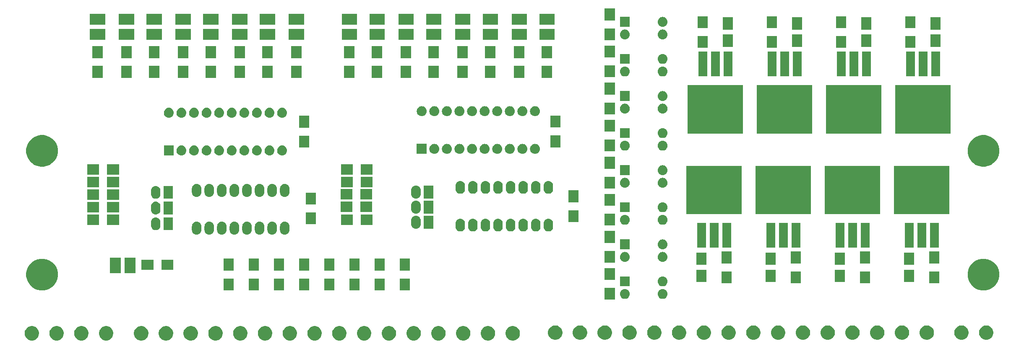
<source format=gbr>
G04 #@! TF.GenerationSoftware,KiCad,Pcbnew,(5.0.1)-3*
G04 #@! TF.CreationDate,2019-04-12T13:23:05-05:00*
G04 #@! TF.ProjectId,Vending_driveV2,56656E64696E675F647269766556322E,V1.0*
G04 #@! TF.SameCoordinates,Original*
G04 #@! TF.FileFunction,Soldermask,Top*
G04 #@! TF.FilePolarity,Negative*
%FSLAX46Y46*%
G04 Gerber Fmt 4.6, Leading zero omitted, Abs format (unit mm)*
G04 Created by KiCad (PCBNEW (5.0.1)-3) date 12/04/2019 13:23:05*
%MOMM*%
%LPD*%
G01*
G04 APERTURE LIST*
%ADD10C,0.100000*%
G04 APERTURE END LIST*
D10*
G36*
X133426947Y-124462722D02*
X133690833Y-124572027D01*
X133928324Y-124730713D01*
X134130287Y-124932676D01*
X134288973Y-125170167D01*
X134398278Y-125434053D01*
X134454000Y-125714186D01*
X134454000Y-125999814D01*
X134398278Y-126279947D01*
X134288973Y-126543833D01*
X134130287Y-126781324D01*
X133928324Y-126983287D01*
X133690833Y-127141973D01*
X133426947Y-127251278D01*
X133146814Y-127307000D01*
X132861186Y-127307000D01*
X132581053Y-127251278D01*
X132317167Y-127141973D01*
X132079676Y-126983287D01*
X131877713Y-126781324D01*
X131719027Y-126543833D01*
X131609722Y-126279947D01*
X131554000Y-125999814D01*
X131554000Y-125714186D01*
X131609722Y-125434053D01*
X131719027Y-125170167D01*
X131877713Y-124932676D01*
X132079676Y-124730713D01*
X132317167Y-124572027D01*
X132581053Y-124462722D01*
X132861186Y-124407000D01*
X133146814Y-124407000D01*
X133426947Y-124462722D01*
X133426947Y-124462722D01*
G37*
G36*
X98426947Y-124462722D02*
X98690833Y-124572027D01*
X98928324Y-124730713D01*
X99130287Y-124932676D01*
X99288973Y-125170167D01*
X99398278Y-125434053D01*
X99454000Y-125714186D01*
X99454000Y-125999814D01*
X99398278Y-126279947D01*
X99288973Y-126543833D01*
X99130287Y-126781324D01*
X98928324Y-126983287D01*
X98690833Y-127141973D01*
X98426947Y-127251278D01*
X98146814Y-127307000D01*
X97861186Y-127307000D01*
X97581053Y-127251278D01*
X97317167Y-127141973D01*
X97079676Y-126983287D01*
X96877713Y-126781324D01*
X96719027Y-126543833D01*
X96609722Y-126279947D01*
X96554000Y-125999814D01*
X96554000Y-125714186D01*
X96609722Y-125434053D01*
X96719027Y-125170167D01*
X96877713Y-124932676D01*
X97079676Y-124730713D01*
X97317167Y-124572027D01*
X97581053Y-124462722D01*
X97861186Y-124407000D01*
X98146814Y-124407000D01*
X98426947Y-124462722D01*
X98426947Y-124462722D01*
G37*
G36*
X46356947Y-124462722D02*
X46620833Y-124572027D01*
X46858324Y-124730713D01*
X47060287Y-124932676D01*
X47218973Y-125170167D01*
X47328278Y-125434053D01*
X47384000Y-125714186D01*
X47384000Y-125999814D01*
X47328278Y-126279947D01*
X47218973Y-126543833D01*
X47060287Y-126781324D01*
X46858324Y-126983287D01*
X46620833Y-127141973D01*
X46356947Y-127251278D01*
X46076814Y-127307000D01*
X45791186Y-127307000D01*
X45511053Y-127251278D01*
X45247167Y-127141973D01*
X45009676Y-126983287D01*
X44807713Y-126781324D01*
X44649027Y-126543833D01*
X44539722Y-126279947D01*
X44484000Y-125999814D01*
X44484000Y-125714186D01*
X44539722Y-125434053D01*
X44649027Y-125170167D01*
X44807713Y-124932676D01*
X45009676Y-124730713D01*
X45247167Y-124572027D01*
X45511053Y-124462722D01*
X45791186Y-124407000D01*
X46076814Y-124407000D01*
X46356947Y-124462722D01*
X46356947Y-124462722D01*
G37*
G36*
X36356947Y-124462722D02*
X36620833Y-124572027D01*
X36858324Y-124730713D01*
X37060287Y-124932676D01*
X37218973Y-125170167D01*
X37328278Y-125434053D01*
X37384000Y-125714186D01*
X37384000Y-125999814D01*
X37328278Y-126279947D01*
X37218973Y-126543833D01*
X37060287Y-126781324D01*
X36858324Y-126983287D01*
X36620833Y-127141973D01*
X36356947Y-127251278D01*
X36076814Y-127307000D01*
X35791186Y-127307000D01*
X35511053Y-127251278D01*
X35247167Y-127141973D01*
X35009676Y-126983287D01*
X34807713Y-126781324D01*
X34649027Y-126543833D01*
X34539722Y-126279947D01*
X34484000Y-125999814D01*
X34484000Y-125714186D01*
X34539722Y-125434053D01*
X34649027Y-125170167D01*
X34807713Y-124932676D01*
X35009676Y-124730713D01*
X35247167Y-124572027D01*
X35511053Y-124462722D01*
X35791186Y-124407000D01*
X36076814Y-124407000D01*
X36356947Y-124462722D01*
X36356947Y-124462722D01*
G37*
G36*
X41356947Y-124462722D02*
X41620833Y-124572027D01*
X41858324Y-124730713D01*
X42060287Y-124932676D01*
X42218973Y-125170167D01*
X42328278Y-125434053D01*
X42384000Y-125714186D01*
X42384000Y-125999814D01*
X42328278Y-126279947D01*
X42218973Y-126543833D01*
X42060287Y-126781324D01*
X41858324Y-126983287D01*
X41620833Y-127141973D01*
X41356947Y-127251278D01*
X41076814Y-127307000D01*
X40791186Y-127307000D01*
X40511053Y-127251278D01*
X40247167Y-127141973D01*
X40009676Y-126983287D01*
X39807713Y-126781324D01*
X39649027Y-126543833D01*
X39539722Y-126279947D01*
X39484000Y-125999814D01*
X39484000Y-125714186D01*
X39539722Y-125434053D01*
X39649027Y-125170167D01*
X39807713Y-124932676D01*
X40009676Y-124730713D01*
X40247167Y-124572027D01*
X40511053Y-124462722D01*
X40791186Y-124407000D01*
X41076814Y-124407000D01*
X41356947Y-124462722D01*
X41356947Y-124462722D01*
G37*
G36*
X123426947Y-124462722D02*
X123690833Y-124572027D01*
X123928324Y-124730713D01*
X124130287Y-124932676D01*
X124288973Y-125170167D01*
X124398278Y-125434053D01*
X124454000Y-125714186D01*
X124454000Y-125999814D01*
X124398278Y-126279947D01*
X124288973Y-126543833D01*
X124130287Y-126781324D01*
X123928324Y-126983287D01*
X123690833Y-127141973D01*
X123426947Y-127251278D01*
X123146814Y-127307000D01*
X122861186Y-127307000D01*
X122581053Y-127251278D01*
X122317167Y-127141973D01*
X122079676Y-126983287D01*
X121877713Y-126781324D01*
X121719027Y-126543833D01*
X121609722Y-126279947D01*
X121554000Y-125999814D01*
X121554000Y-125714186D01*
X121609722Y-125434053D01*
X121719027Y-125170167D01*
X121877713Y-124932676D01*
X122079676Y-124730713D01*
X122317167Y-124572027D01*
X122581053Y-124462722D01*
X122861186Y-124407000D01*
X123146814Y-124407000D01*
X123426947Y-124462722D01*
X123426947Y-124462722D01*
G37*
G36*
X118426947Y-124462722D02*
X118690833Y-124572027D01*
X118928324Y-124730713D01*
X119130287Y-124932676D01*
X119288973Y-125170167D01*
X119398278Y-125434053D01*
X119454000Y-125714186D01*
X119454000Y-125999814D01*
X119398278Y-126279947D01*
X119288973Y-126543833D01*
X119130287Y-126781324D01*
X118928324Y-126983287D01*
X118690833Y-127141973D01*
X118426947Y-127251278D01*
X118146814Y-127307000D01*
X117861186Y-127307000D01*
X117581053Y-127251278D01*
X117317167Y-127141973D01*
X117079676Y-126983287D01*
X116877713Y-126781324D01*
X116719027Y-126543833D01*
X116609722Y-126279947D01*
X116554000Y-125999814D01*
X116554000Y-125714186D01*
X116609722Y-125434053D01*
X116719027Y-125170167D01*
X116877713Y-124932676D01*
X117079676Y-124730713D01*
X117317167Y-124572027D01*
X117581053Y-124462722D01*
X117861186Y-124407000D01*
X118146814Y-124407000D01*
X118426947Y-124462722D01*
X118426947Y-124462722D01*
G37*
G36*
X113426947Y-124462722D02*
X113690833Y-124572027D01*
X113928324Y-124730713D01*
X114130287Y-124932676D01*
X114288973Y-125170167D01*
X114398278Y-125434053D01*
X114454000Y-125714186D01*
X114454000Y-125999814D01*
X114398278Y-126279947D01*
X114288973Y-126543833D01*
X114130287Y-126781324D01*
X113928324Y-126983287D01*
X113690833Y-127141973D01*
X113426947Y-127251278D01*
X113146814Y-127307000D01*
X112861186Y-127307000D01*
X112581053Y-127251278D01*
X112317167Y-127141973D01*
X112079676Y-126983287D01*
X111877713Y-126781324D01*
X111719027Y-126543833D01*
X111609722Y-126279947D01*
X111554000Y-125999814D01*
X111554000Y-125714186D01*
X111609722Y-125434053D01*
X111719027Y-125170167D01*
X111877713Y-124932676D01*
X112079676Y-124730713D01*
X112317167Y-124572027D01*
X112581053Y-124462722D01*
X112861186Y-124407000D01*
X113146814Y-124407000D01*
X113426947Y-124462722D01*
X113426947Y-124462722D01*
G37*
G36*
X108426947Y-124462722D02*
X108690833Y-124572027D01*
X108928324Y-124730713D01*
X109130287Y-124932676D01*
X109288973Y-125170167D01*
X109398278Y-125434053D01*
X109454000Y-125714186D01*
X109454000Y-125999814D01*
X109398278Y-126279947D01*
X109288973Y-126543833D01*
X109130287Y-126781324D01*
X108928324Y-126983287D01*
X108690833Y-127141973D01*
X108426947Y-127251278D01*
X108146814Y-127307000D01*
X107861186Y-127307000D01*
X107581053Y-127251278D01*
X107317167Y-127141973D01*
X107079676Y-126983287D01*
X106877713Y-126781324D01*
X106719027Y-126543833D01*
X106609722Y-126279947D01*
X106554000Y-125999814D01*
X106554000Y-125714186D01*
X106609722Y-125434053D01*
X106719027Y-125170167D01*
X106877713Y-124932676D01*
X107079676Y-124730713D01*
X107317167Y-124572027D01*
X107581053Y-124462722D01*
X107861186Y-124407000D01*
X108146814Y-124407000D01*
X108426947Y-124462722D01*
X108426947Y-124462722D01*
G37*
G36*
X103426947Y-124462722D02*
X103690833Y-124572027D01*
X103928324Y-124730713D01*
X104130287Y-124932676D01*
X104288973Y-125170167D01*
X104398278Y-125434053D01*
X104454000Y-125714186D01*
X104454000Y-125999814D01*
X104398278Y-126279947D01*
X104288973Y-126543833D01*
X104130287Y-126781324D01*
X103928324Y-126983287D01*
X103690833Y-127141973D01*
X103426947Y-127251278D01*
X103146814Y-127307000D01*
X102861186Y-127307000D01*
X102581053Y-127251278D01*
X102317167Y-127141973D01*
X102079676Y-126983287D01*
X101877713Y-126781324D01*
X101719027Y-126543833D01*
X101609722Y-126279947D01*
X101554000Y-125999814D01*
X101554000Y-125714186D01*
X101609722Y-125434053D01*
X101719027Y-125170167D01*
X101877713Y-124932676D01*
X102079676Y-124730713D01*
X102317167Y-124572027D01*
X102581053Y-124462722D01*
X102861186Y-124407000D01*
X103146814Y-124407000D01*
X103426947Y-124462722D01*
X103426947Y-124462722D01*
G37*
G36*
X128426947Y-124462722D02*
X128690833Y-124572027D01*
X128928324Y-124730713D01*
X129130287Y-124932676D01*
X129288973Y-125170167D01*
X129398278Y-125434053D01*
X129454000Y-125714186D01*
X129454000Y-125999814D01*
X129398278Y-126279947D01*
X129288973Y-126543833D01*
X129130287Y-126781324D01*
X128928324Y-126983287D01*
X128690833Y-127141973D01*
X128426947Y-127251278D01*
X128146814Y-127307000D01*
X127861186Y-127307000D01*
X127581053Y-127251278D01*
X127317167Y-127141973D01*
X127079676Y-126983287D01*
X126877713Y-126781324D01*
X126719027Y-126543833D01*
X126609722Y-126279947D01*
X126554000Y-125999814D01*
X126554000Y-125714186D01*
X126609722Y-125434053D01*
X126719027Y-125170167D01*
X126877713Y-124932676D01*
X127079676Y-124730713D01*
X127317167Y-124572027D01*
X127581053Y-124462722D01*
X127861186Y-124407000D01*
X128146814Y-124407000D01*
X128426947Y-124462722D01*
X128426947Y-124462722D01*
G37*
G36*
X88426947Y-124462722D02*
X88690833Y-124572027D01*
X88928324Y-124730713D01*
X89130287Y-124932676D01*
X89288973Y-125170167D01*
X89398278Y-125434053D01*
X89454000Y-125714186D01*
X89454000Y-125999814D01*
X89398278Y-126279947D01*
X89288973Y-126543833D01*
X89130287Y-126781324D01*
X88928324Y-126983287D01*
X88690833Y-127141973D01*
X88426947Y-127251278D01*
X88146814Y-127307000D01*
X87861186Y-127307000D01*
X87581053Y-127251278D01*
X87317167Y-127141973D01*
X87079676Y-126983287D01*
X86877713Y-126781324D01*
X86719027Y-126543833D01*
X86609722Y-126279947D01*
X86554000Y-125999814D01*
X86554000Y-125714186D01*
X86609722Y-125434053D01*
X86719027Y-125170167D01*
X86877713Y-124932676D01*
X87079676Y-124730713D01*
X87317167Y-124572027D01*
X87581053Y-124462722D01*
X87861186Y-124407000D01*
X88146814Y-124407000D01*
X88426947Y-124462722D01*
X88426947Y-124462722D01*
G37*
G36*
X93426947Y-124462722D02*
X93690833Y-124572027D01*
X93928324Y-124730713D01*
X94130287Y-124932676D01*
X94288973Y-125170167D01*
X94398278Y-125434053D01*
X94454000Y-125714186D01*
X94454000Y-125999814D01*
X94398278Y-126279947D01*
X94288973Y-126543833D01*
X94130287Y-126781324D01*
X93928324Y-126983287D01*
X93690833Y-127141973D01*
X93426947Y-127251278D01*
X93146814Y-127307000D01*
X92861186Y-127307000D01*
X92581053Y-127251278D01*
X92317167Y-127141973D01*
X92079676Y-126983287D01*
X91877713Y-126781324D01*
X91719027Y-126543833D01*
X91609722Y-126279947D01*
X91554000Y-125999814D01*
X91554000Y-125714186D01*
X91609722Y-125434053D01*
X91719027Y-125170167D01*
X91877713Y-124932676D01*
X92079676Y-124730713D01*
X92317167Y-124572027D01*
X92581053Y-124462722D01*
X92861186Y-124407000D01*
X93146814Y-124407000D01*
X93426947Y-124462722D01*
X93426947Y-124462722D01*
G37*
G36*
X51356947Y-124462722D02*
X51620833Y-124572027D01*
X51858324Y-124730713D01*
X52060287Y-124932676D01*
X52218973Y-125170167D01*
X52328278Y-125434053D01*
X52384000Y-125714186D01*
X52384000Y-125999814D01*
X52328278Y-126279947D01*
X52218973Y-126543833D01*
X52060287Y-126781324D01*
X51858324Y-126983287D01*
X51620833Y-127141973D01*
X51356947Y-127251278D01*
X51076814Y-127307000D01*
X50791186Y-127307000D01*
X50511053Y-127251278D01*
X50247167Y-127141973D01*
X50009676Y-126983287D01*
X49807713Y-126781324D01*
X49649027Y-126543833D01*
X49539722Y-126279947D01*
X49484000Y-125999814D01*
X49484000Y-125714186D01*
X49539722Y-125434053D01*
X49649027Y-125170167D01*
X49807713Y-124932676D01*
X50009676Y-124730713D01*
X50247167Y-124572027D01*
X50511053Y-124462722D01*
X50791186Y-124407000D01*
X51076814Y-124407000D01*
X51356947Y-124462722D01*
X51356947Y-124462722D01*
G37*
G36*
X63426947Y-124462722D02*
X63690833Y-124572027D01*
X63928324Y-124730713D01*
X64130287Y-124932676D01*
X64288973Y-125170167D01*
X64398278Y-125434053D01*
X64454000Y-125714186D01*
X64454000Y-125999814D01*
X64398278Y-126279947D01*
X64288973Y-126543833D01*
X64130287Y-126781324D01*
X63928324Y-126983287D01*
X63690833Y-127141973D01*
X63426947Y-127251278D01*
X63146814Y-127307000D01*
X62861186Y-127307000D01*
X62581053Y-127251278D01*
X62317167Y-127141973D01*
X62079676Y-126983287D01*
X61877713Y-126781324D01*
X61719027Y-126543833D01*
X61609722Y-126279947D01*
X61554000Y-125999814D01*
X61554000Y-125714186D01*
X61609722Y-125434053D01*
X61719027Y-125170167D01*
X61877713Y-124932676D01*
X62079676Y-124730713D01*
X62317167Y-124572027D01*
X62581053Y-124462722D01*
X62861186Y-124407000D01*
X63146814Y-124407000D01*
X63426947Y-124462722D01*
X63426947Y-124462722D01*
G37*
G36*
X58426947Y-124462722D02*
X58690833Y-124572027D01*
X58928324Y-124730713D01*
X59130287Y-124932676D01*
X59288973Y-125170167D01*
X59398278Y-125434053D01*
X59454000Y-125714186D01*
X59454000Y-125999814D01*
X59398278Y-126279947D01*
X59288973Y-126543833D01*
X59130287Y-126781324D01*
X58928324Y-126983287D01*
X58690833Y-127141973D01*
X58426947Y-127251278D01*
X58146814Y-127307000D01*
X57861186Y-127307000D01*
X57581053Y-127251278D01*
X57317167Y-127141973D01*
X57079676Y-126983287D01*
X56877713Y-126781324D01*
X56719027Y-126543833D01*
X56609722Y-126279947D01*
X56554000Y-125999814D01*
X56554000Y-125714186D01*
X56609722Y-125434053D01*
X56719027Y-125170167D01*
X56877713Y-124932676D01*
X57079676Y-124730713D01*
X57317167Y-124572027D01*
X57581053Y-124462722D01*
X57861186Y-124407000D01*
X58146814Y-124407000D01*
X58426947Y-124462722D01*
X58426947Y-124462722D01*
G37*
G36*
X73426947Y-124462722D02*
X73690833Y-124572027D01*
X73928324Y-124730713D01*
X74130287Y-124932676D01*
X74288973Y-125170167D01*
X74398278Y-125434053D01*
X74454000Y-125714186D01*
X74454000Y-125999814D01*
X74398278Y-126279947D01*
X74288973Y-126543833D01*
X74130287Y-126781324D01*
X73928324Y-126983287D01*
X73690833Y-127141973D01*
X73426947Y-127251278D01*
X73146814Y-127307000D01*
X72861186Y-127307000D01*
X72581053Y-127251278D01*
X72317167Y-127141973D01*
X72079676Y-126983287D01*
X71877713Y-126781324D01*
X71719027Y-126543833D01*
X71609722Y-126279947D01*
X71554000Y-125999814D01*
X71554000Y-125714186D01*
X71609722Y-125434053D01*
X71719027Y-125170167D01*
X71877713Y-124932676D01*
X72079676Y-124730713D01*
X72317167Y-124572027D01*
X72581053Y-124462722D01*
X72861186Y-124407000D01*
X73146814Y-124407000D01*
X73426947Y-124462722D01*
X73426947Y-124462722D01*
G37*
G36*
X68426947Y-124462722D02*
X68690833Y-124572027D01*
X68928324Y-124730713D01*
X69130287Y-124932676D01*
X69288973Y-125170167D01*
X69398278Y-125434053D01*
X69454000Y-125714186D01*
X69454000Y-125999814D01*
X69398278Y-126279947D01*
X69288973Y-126543833D01*
X69130287Y-126781324D01*
X68928324Y-126983287D01*
X68690833Y-127141973D01*
X68426947Y-127251278D01*
X68146814Y-127307000D01*
X67861186Y-127307000D01*
X67581053Y-127251278D01*
X67317167Y-127141973D01*
X67079676Y-126983287D01*
X66877713Y-126781324D01*
X66719027Y-126543833D01*
X66609722Y-126279947D01*
X66554000Y-125999814D01*
X66554000Y-125714186D01*
X66609722Y-125434053D01*
X66719027Y-125170167D01*
X66877713Y-124932676D01*
X67079676Y-124730713D01*
X67317167Y-124572027D01*
X67581053Y-124462722D01*
X67861186Y-124407000D01*
X68146814Y-124407000D01*
X68426947Y-124462722D01*
X68426947Y-124462722D01*
G37*
G36*
X83426947Y-124462722D02*
X83690833Y-124572027D01*
X83928324Y-124730713D01*
X84130287Y-124932676D01*
X84288973Y-125170167D01*
X84398278Y-125434053D01*
X84454000Y-125714186D01*
X84454000Y-125999814D01*
X84398278Y-126279947D01*
X84288973Y-126543833D01*
X84130287Y-126781324D01*
X83928324Y-126983287D01*
X83690833Y-127141973D01*
X83426947Y-127251278D01*
X83146814Y-127307000D01*
X82861186Y-127307000D01*
X82581053Y-127251278D01*
X82317167Y-127141973D01*
X82079676Y-126983287D01*
X81877713Y-126781324D01*
X81719027Y-126543833D01*
X81609722Y-126279947D01*
X81554000Y-125999814D01*
X81554000Y-125714186D01*
X81609722Y-125434053D01*
X81719027Y-125170167D01*
X81877713Y-124932676D01*
X82079676Y-124730713D01*
X82317167Y-124572027D01*
X82581053Y-124462722D01*
X82861186Y-124407000D01*
X83146814Y-124407000D01*
X83426947Y-124462722D01*
X83426947Y-124462722D01*
G37*
G36*
X78426947Y-124462722D02*
X78690833Y-124572027D01*
X78928324Y-124730713D01*
X79130287Y-124932676D01*
X79288973Y-125170167D01*
X79398278Y-125434053D01*
X79454000Y-125714186D01*
X79454000Y-125999814D01*
X79398278Y-126279947D01*
X79288973Y-126543833D01*
X79130287Y-126781324D01*
X78928324Y-126983287D01*
X78690833Y-127141973D01*
X78426947Y-127251278D01*
X78146814Y-127307000D01*
X77861186Y-127307000D01*
X77581053Y-127251278D01*
X77317167Y-127141973D01*
X77079676Y-126983287D01*
X76877713Y-126781324D01*
X76719027Y-126543833D01*
X76609722Y-126279947D01*
X76554000Y-125999814D01*
X76554000Y-125714186D01*
X76609722Y-125434053D01*
X76719027Y-125170167D01*
X76877713Y-124932676D01*
X77079676Y-124730713D01*
X77317167Y-124572027D01*
X77581053Y-124462722D01*
X77861186Y-124407000D01*
X78146814Y-124407000D01*
X78426947Y-124462722D01*
X78426947Y-124462722D01*
G37*
G36*
X191992947Y-124335722D02*
X192256833Y-124445027D01*
X192494324Y-124603713D01*
X192696287Y-124805676D01*
X192854973Y-125043167D01*
X192964278Y-125307053D01*
X193020000Y-125587186D01*
X193020000Y-125872814D01*
X192964278Y-126152947D01*
X192854973Y-126416833D01*
X192696287Y-126654324D01*
X192494324Y-126856287D01*
X192256833Y-127014973D01*
X191992947Y-127124278D01*
X191712814Y-127180000D01*
X191427186Y-127180000D01*
X191147053Y-127124278D01*
X190883167Y-127014973D01*
X190645676Y-126856287D01*
X190443713Y-126654324D01*
X190285027Y-126416833D01*
X190175722Y-126152947D01*
X190120000Y-125872814D01*
X190120000Y-125587186D01*
X190175722Y-125307053D01*
X190285027Y-125043167D01*
X190443713Y-124805676D01*
X190645676Y-124603713D01*
X190883167Y-124445027D01*
X191147053Y-124335722D01*
X191427186Y-124280000D01*
X191712814Y-124280000D01*
X191992947Y-124335722D01*
X191992947Y-124335722D01*
G37*
G36*
X151992947Y-124335722D02*
X152256833Y-124445027D01*
X152494324Y-124603713D01*
X152696287Y-124805676D01*
X152854973Y-125043167D01*
X152964278Y-125307053D01*
X153020000Y-125587186D01*
X153020000Y-125872814D01*
X152964278Y-126152947D01*
X152854973Y-126416833D01*
X152696287Y-126654324D01*
X152494324Y-126856287D01*
X152256833Y-127014973D01*
X151992947Y-127124278D01*
X151712814Y-127180000D01*
X151427186Y-127180000D01*
X151147053Y-127124278D01*
X150883167Y-127014973D01*
X150645676Y-126856287D01*
X150443713Y-126654324D01*
X150285027Y-126416833D01*
X150175722Y-126152947D01*
X150120000Y-125872814D01*
X150120000Y-125587186D01*
X150175722Y-125307053D01*
X150285027Y-125043167D01*
X150443713Y-124805676D01*
X150645676Y-124603713D01*
X150883167Y-124445027D01*
X151147053Y-124335722D01*
X151427186Y-124280000D01*
X151712814Y-124280000D01*
X151992947Y-124335722D01*
X151992947Y-124335722D01*
G37*
G36*
X141992947Y-124335722D02*
X142256833Y-124445027D01*
X142494324Y-124603713D01*
X142696287Y-124805676D01*
X142854973Y-125043167D01*
X142964278Y-125307053D01*
X143020000Y-125587186D01*
X143020000Y-125872814D01*
X142964278Y-126152947D01*
X142854973Y-126416833D01*
X142696287Y-126654324D01*
X142494324Y-126856287D01*
X142256833Y-127014973D01*
X141992947Y-127124278D01*
X141712814Y-127180000D01*
X141427186Y-127180000D01*
X141147053Y-127124278D01*
X140883167Y-127014973D01*
X140645676Y-126856287D01*
X140443713Y-126654324D01*
X140285027Y-126416833D01*
X140175722Y-126152947D01*
X140120000Y-125872814D01*
X140120000Y-125587186D01*
X140175722Y-125307053D01*
X140285027Y-125043167D01*
X140443713Y-124805676D01*
X140645676Y-124603713D01*
X140883167Y-124445027D01*
X141147053Y-124335722D01*
X141427186Y-124280000D01*
X141712814Y-124280000D01*
X141992947Y-124335722D01*
X141992947Y-124335722D01*
G37*
G36*
X146992947Y-124335722D02*
X147256833Y-124445027D01*
X147494324Y-124603713D01*
X147696287Y-124805676D01*
X147854973Y-125043167D01*
X147964278Y-125307053D01*
X148020000Y-125587186D01*
X148020000Y-125872814D01*
X147964278Y-126152947D01*
X147854973Y-126416833D01*
X147696287Y-126654324D01*
X147494324Y-126856287D01*
X147256833Y-127014973D01*
X146992947Y-127124278D01*
X146712814Y-127180000D01*
X146427186Y-127180000D01*
X146147053Y-127124278D01*
X145883167Y-127014973D01*
X145645676Y-126856287D01*
X145443713Y-126654324D01*
X145285027Y-126416833D01*
X145175722Y-126152947D01*
X145120000Y-125872814D01*
X145120000Y-125587186D01*
X145175722Y-125307053D01*
X145285027Y-125043167D01*
X145443713Y-124805676D01*
X145645676Y-124603713D01*
X145883167Y-124445027D01*
X146147053Y-124335722D01*
X146427186Y-124280000D01*
X146712814Y-124280000D01*
X146992947Y-124335722D01*
X146992947Y-124335722D01*
G37*
G36*
X161992947Y-124335722D02*
X162256833Y-124445027D01*
X162494324Y-124603713D01*
X162696287Y-124805676D01*
X162854973Y-125043167D01*
X162964278Y-125307053D01*
X163020000Y-125587186D01*
X163020000Y-125872814D01*
X162964278Y-126152947D01*
X162854973Y-126416833D01*
X162696287Y-126654324D01*
X162494324Y-126856287D01*
X162256833Y-127014973D01*
X161992947Y-127124278D01*
X161712814Y-127180000D01*
X161427186Y-127180000D01*
X161147053Y-127124278D01*
X160883167Y-127014973D01*
X160645676Y-126856287D01*
X160443713Y-126654324D01*
X160285027Y-126416833D01*
X160175722Y-126152947D01*
X160120000Y-125872814D01*
X160120000Y-125587186D01*
X160175722Y-125307053D01*
X160285027Y-125043167D01*
X160443713Y-124805676D01*
X160645676Y-124603713D01*
X160883167Y-124445027D01*
X161147053Y-124335722D01*
X161427186Y-124280000D01*
X161712814Y-124280000D01*
X161992947Y-124335722D01*
X161992947Y-124335722D01*
G37*
G36*
X166992947Y-124335722D02*
X167256833Y-124445027D01*
X167494324Y-124603713D01*
X167696287Y-124805676D01*
X167854973Y-125043167D01*
X167964278Y-125307053D01*
X168020000Y-125587186D01*
X168020000Y-125872814D01*
X167964278Y-126152947D01*
X167854973Y-126416833D01*
X167696287Y-126654324D01*
X167494324Y-126856287D01*
X167256833Y-127014973D01*
X166992947Y-127124278D01*
X166712814Y-127180000D01*
X166427186Y-127180000D01*
X166147053Y-127124278D01*
X165883167Y-127014973D01*
X165645676Y-126856287D01*
X165443713Y-126654324D01*
X165285027Y-126416833D01*
X165175722Y-126152947D01*
X165120000Y-125872814D01*
X165120000Y-125587186D01*
X165175722Y-125307053D01*
X165285027Y-125043167D01*
X165443713Y-124805676D01*
X165645676Y-124603713D01*
X165883167Y-124445027D01*
X166147053Y-124335722D01*
X166427186Y-124280000D01*
X166712814Y-124280000D01*
X166992947Y-124335722D01*
X166992947Y-124335722D01*
G37*
G36*
X171992947Y-124335722D02*
X172256833Y-124445027D01*
X172494324Y-124603713D01*
X172696287Y-124805676D01*
X172854973Y-125043167D01*
X172964278Y-125307053D01*
X173020000Y-125587186D01*
X173020000Y-125872814D01*
X172964278Y-126152947D01*
X172854973Y-126416833D01*
X172696287Y-126654324D01*
X172494324Y-126856287D01*
X172256833Y-127014973D01*
X171992947Y-127124278D01*
X171712814Y-127180000D01*
X171427186Y-127180000D01*
X171147053Y-127124278D01*
X170883167Y-127014973D01*
X170645676Y-126856287D01*
X170443713Y-126654324D01*
X170285027Y-126416833D01*
X170175722Y-126152947D01*
X170120000Y-125872814D01*
X170120000Y-125587186D01*
X170175722Y-125307053D01*
X170285027Y-125043167D01*
X170443713Y-124805676D01*
X170645676Y-124603713D01*
X170883167Y-124445027D01*
X171147053Y-124335722D01*
X171427186Y-124280000D01*
X171712814Y-124280000D01*
X171992947Y-124335722D01*
X171992947Y-124335722D01*
G37*
G36*
X176992947Y-124335722D02*
X177256833Y-124445027D01*
X177494324Y-124603713D01*
X177696287Y-124805676D01*
X177854973Y-125043167D01*
X177964278Y-125307053D01*
X178020000Y-125587186D01*
X178020000Y-125872814D01*
X177964278Y-126152947D01*
X177854973Y-126416833D01*
X177696287Y-126654324D01*
X177494324Y-126856287D01*
X177256833Y-127014973D01*
X176992947Y-127124278D01*
X176712814Y-127180000D01*
X176427186Y-127180000D01*
X176147053Y-127124278D01*
X175883167Y-127014973D01*
X175645676Y-126856287D01*
X175443713Y-126654324D01*
X175285027Y-126416833D01*
X175175722Y-126152947D01*
X175120000Y-125872814D01*
X175120000Y-125587186D01*
X175175722Y-125307053D01*
X175285027Y-125043167D01*
X175443713Y-124805676D01*
X175645676Y-124603713D01*
X175883167Y-124445027D01*
X176147053Y-124335722D01*
X176427186Y-124280000D01*
X176712814Y-124280000D01*
X176992947Y-124335722D01*
X176992947Y-124335722D01*
G37*
G36*
X181992947Y-124335722D02*
X182256833Y-124445027D01*
X182494324Y-124603713D01*
X182696287Y-124805676D01*
X182854973Y-125043167D01*
X182964278Y-125307053D01*
X183020000Y-125587186D01*
X183020000Y-125872814D01*
X182964278Y-126152947D01*
X182854973Y-126416833D01*
X182696287Y-126654324D01*
X182494324Y-126856287D01*
X182256833Y-127014973D01*
X181992947Y-127124278D01*
X181712814Y-127180000D01*
X181427186Y-127180000D01*
X181147053Y-127124278D01*
X180883167Y-127014973D01*
X180645676Y-126856287D01*
X180443713Y-126654324D01*
X180285027Y-126416833D01*
X180175722Y-126152947D01*
X180120000Y-125872814D01*
X180120000Y-125587186D01*
X180175722Y-125307053D01*
X180285027Y-125043167D01*
X180443713Y-124805676D01*
X180645676Y-124603713D01*
X180883167Y-124445027D01*
X181147053Y-124335722D01*
X181427186Y-124280000D01*
X181712814Y-124280000D01*
X181992947Y-124335722D01*
X181992947Y-124335722D01*
G37*
G36*
X156992947Y-124335722D02*
X157256833Y-124445027D01*
X157494324Y-124603713D01*
X157696287Y-124805676D01*
X157854973Y-125043167D01*
X157964278Y-125307053D01*
X158020000Y-125587186D01*
X158020000Y-125872814D01*
X157964278Y-126152947D01*
X157854973Y-126416833D01*
X157696287Y-126654324D01*
X157494324Y-126856287D01*
X157256833Y-127014973D01*
X156992947Y-127124278D01*
X156712814Y-127180000D01*
X156427186Y-127180000D01*
X156147053Y-127124278D01*
X155883167Y-127014973D01*
X155645676Y-126856287D01*
X155443713Y-126654324D01*
X155285027Y-126416833D01*
X155175722Y-126152947D01*
X155120000Y-125872814D01*
X155120000Y-125587186D01*
X155175722Y-125307053D01*
X155285027Y-125043167D01*
X155443713Y-124805676D01*
X155645676Y-124603713D01*
X155883167Y-124445027D01*
X156147053Y-124335722D01*
X156427186Y-124280000D01*
X156712814Y-124280000D01*
X156992947Y-124335722D01*
X156992947Y-124335722D01*
G37*
G36*
X196992947Y-124335722D02*
X197256833Y-124445027D01*
X197494324Y-124603713D01*
X197696287Y-124805676D01*
X197854973Y-125043167D01*
X197964278Y-125307053D01*
X198020000Y-125587186D01*
X198020000Y-125872814D01*
X197964278Y-126152947D01*
X197854973Y-126416833D01*
X197696287Y-126654324D01*
X197494324Y-126856287D01*
X197256833Y-127014973D01*
X196992947Y-127124278D01*
X196712814Y-127180000D01*
X196427186Y-127180000D01*
X196147053Y-127124278D01*
X195883167Y-127014973D01*
X195645676Y-126856287D01*
X195443713Y-126654324D01*
X195285027Y-126416833D01*
X195175722Y-126152947D01*
X195120000Y-125872814D01*
X195120000Y-125587186D01*
X195175722Y-125307053D01*
X195285027Y-125043167D01*
X195443713Y-124805676D01*
X195645676Y-124603713D01*
X195883167Y-124445027D01*
X196147053Y-124335722D01*
X196427186Y-124280000D01*
X196712814Y-124280000D01*
X196992947Y-124335722D01*
X196992947Y-124335722D01*
G37*
G36*
X201992947Y-124335722D02*
X202256833Y-124445027D01*
X202494324Y-124603713D01*
X202696287Y-124805676D01*
X202854973Y-125043167D01*
X202964278Y-125307053D01*
X203020000Y-125587186D01*
X203020000Y-125872814D01*
X202964278Y-126152947D01*
X202854973Y-126416833D01*
X202696287Y-126654324D01*
X202494324Y-126856287D01*
X202256833Y-127014973D01*
X201992947Y-127124278D01*
X201712814Y-127180000D01*
X201427186Y-127180000D01*
X201147053Y-127124278D01*
X200883167Y-127014973D01*
X200645676Y-126856287D01*
X200443713Y-126654324D01*
X200285027Y-126416833D01*
X200175722Y-126152947D01*
X200120000Y-125872814D01*
X200120000Y-125587186D01*
X200175722Y-125307053D01*
X200285027Y-125043167D01*
X200443713Y-124805676D01*
X200645676Y-124603713D01*
X200883167Y-124445027D01*
X201147053Y-124335722D01*
X201427186Y-124280000D01*
X201712814Y-124280000D01*
X201992947Y-124335722D01*
X201992947Y-124335722D01*
G37*
G36*
X206992947Y-124335722D02*
X207256833Y-124445027D01*
X207494324Y-124603713D01*
X207696287Y-124805676D01*
X207854973Y-125043167D01*
X207964278Y-125307053D01*
X208020000Y-125587186D01*
X208020000Y-125872814D01*
X207964278Y-126152947D01*
X207854973Y-126416833D01*
X207696287Y-126654324D01*
X207494324Y-126856287D01*
X207256833Y-127014973D01*
X206992947Y-127124278D01*
X206712814Y-127180000D01*
X206427186Y-127180000D01*
X206147053Y-127124278D01*
X205883167Y-127014973D01*
X205645676Y-126856287D01*
X205443713Y-126654324D01*
X205285027Y-126416833D01*
X205175722Y-126152947D01*
X205120000Y-125872814D01*
X205120000Y-125587186D01*
X205175722Y-125307053D01*
X205285027Y-125043167D01*
X205443713Y-124805676D01*
X205645676Y-124603713D01*
X205883167Y-124445027D01*
X206147053Y-124335722D01*
X206427186Y-124280000D01*
X206712814Y-124280000D01*
X206992947Y-124335722D01*
X206992947Y-124335722D01*
G37*
G36*
X216992947Y-124335722D02*
X217256833Y-124445027D01*
X217494324Y-124603713D01*
X217696287Y-124805676D01*
X217854973Y-125043167D01*
X217964278Y-125307053D01*
X218020000Y-125587186D01*
X218020000Y-125872814D01*
X217964278Y-126152947D01*
X217854973Y-126416833D01*
X217696287Y-126654324D01*
X217494324Y-126856287D01*
X217256833Y-127014973D01*
X216992947Y-127124278D01*
X216712814Y-127180000D01*
X216427186Y-127180000D01*
X216147053Y-127124278D01*
X215883167Y-127014973D01*
X215645676Y-126856287D01*
X215443713Y-126654324D01*
X215285027Y-126416833D01*
X215175722Y-126152947D01*
X215120000Y-125872814D01*
X215120000Y-125587186D01*
X215175722Y-125307053D01*
X215285027Y-125043167D01*
X215443713Y-124805676D01*
X215645676Y-124603713D01*
X215883167Y-124445027D01*
X216147053Y-124335722D01*
X216427186Y-124280000D01*
X216712814Y-124280000D01*
X216992947Y-124335722D01*
X216992947Y-124335722D01*
G37*
G36*
X228982947Y-124335722D02*
X229246833Y-124445027D01*
X229484324Y-124603713D01*
X229686287Y-124805676D01*
X229844973Y-125043167D01*
X229954278Y-125307053D01*
X230010000Y-125587186D01*
X230010000Y-125872814D01*
X229954278Y-126152947D01*
X229844973Y-126416833D01*
X229686287Y-126654324D01*
X229484324Y-126856287D01*
X229246833Y-127014973D01*
X228982947Y-127124278D01*
X228702814Y-127180000D01*
X228417186Y-127180000D01*
X228137053Y-127124278D01*
X227873167Y-127014973D01*
X227635676Y-126856287D01*
X227433713Y-126654324D01*
X227275027Y-126416833D01*
X227165722Y-126152947D01*
X227110000Y-125872814D01*
X227110000Y-125587186D01*
X227165722Y-125307053D01*
X227275027Y-125043167D01*
X227433713Y-124805676D01*
X227635676Y-124603713D01*
X227873167Y-124445027D01*
X228137053Y-124335722D01*
X228417186Y-124280000D01*
X228702814Y-124280000D01*
X228982947Y-124335722D01*
X228982947Y-124335722D01*
G37*
G36*
X223982947Y-124335722D02*
X224246833Y-124445027D01*
X224484324Y-124603713D01*
X224686287Y-124805676D01*
X224844973Y-125043167D01*
X224954278Y-125307053D01*
X225010000Y-125587186D01*
X225010000Y-125872814D01*
X224954278Y-126152947D01*
X224844973Y-126416833D01*
X224686287Y-126654324D01*
X224484324Y-126856287D01*
X224246833Y-127014973D01*
X223982947Y-127124278D01*
X223702814Y-127180000D01*
X223417186Y-127180000D01*
X223137053Y-127124278D01*
X222873167Y-127014973D01*
X222635676Y-126856287D01*
X222433713Y-126654324D01*
X222275027Y-126416833D01*
X222165722Y-126152947D01*
X222110000Y-125872814D01*
X222110000Y-125587186D01*
X222165722Y-125307053D01*
X222275027Y-125043167D01*
X222433713Y-124805676D01*
X222635676Y-124603713D01*
X222873167Y-124445027D01*
X223137053Y-124335722D01*
X223417186Y-124280000D01*
X223702814Y-124280000D01*
X223982947Y-124335722D01*
X223982947Y-124335722D01*
G37*
G36*
X211992947Y-124335722D02*
X212256833Y-124445027D01*
X212494324Y-124603713D01*
X212696287Y-124805676D01*
X212854973Y-125043167D01*
X212964278Y-125307053D01*
X213020000Y-125587186D01*
X213020000Y-125872814D01*
X212964278Y-126152947D01*
X212854973Y-126416833D01*
X212696287Y-126654324D01*
X212494324Y-126856287D01*
X212256833Y-127014973D01*
X211992947Y-127124278D01*
X211712814Y-127180000D01*
X211427186Y-127180000D01*
X211147053Y-127124278D01*
X210883167Y-127014973D01*
X210645676Y-126856287D01*
X210443713Y-126654324D01*
X210285027Y-126416833D01*
X210175722Y-126152947D01*
X210120000Y-125872814D01*
X210120000Y-125587186D01*
X210175722Y-125307053D01*
X210285027Y-125043167D01*
X210443713Y-124805676D01*
X210645676Y-124603713D01*
X210883167Y-124445027D01*
X211147053Y-124335722D01*
X211427186Y-124280000D01*
X211712814Y-124280000D01*
X211992947Y-124335722D01*
X211992947Y-124335722D01*
G37*
G36*
X186992947Y-124335722D02*
X187256833Y-124445027D01*
X187494324Y-124603713D01*
X187696287Y-124805676D01*
X187854973Y-125043167D01*
X187964278Y-125307053D01*
X188020000Y-125587186D01*
X188020000Y-125872814D01*
X187964278Y-126152947D01*
X187854973Y-126416833D01*
X187696287Y-126654324D01*
X187494324Y-126856287D01*
X187256833Y-127014973D01*
X186992947Y-127124278D01*
X186712814Y-127180000D01*
X186427186Y-127180000D01*
X186147053Y-127124278D01*
X185883167Y-127014973D01*
X185645676Y-126856287D01*
X185443713Y-126654324D01*
X185285027Y-126416833D01*
X185175722Y-126152947D01*
X185120000Y-125872814D01*
X185120000Y-125587186D01*
X185175722Y-125307053D01*
X185285027Y-125043167D01*
X185443713Y-124805676D01*
X185645676Y-124603713D01*
X185883167Y-124445027D01*
X186147053Y-124335722D01*
X186427186Y-124280000D01*
X186712814Y-124280000D01*
X186992947Y-124335722D01*
X186992947Y-124335722D01*
G37*
G36*
X153625000Y-119087000D02*
X151525000Y-119087000D01*
X151525000Y-116687000D01*
X153625000Y-116687000D01*
X153625000Y-119087000D01*
X153625000Y-119087000D01*
G37*
G36*
X155819030Y-116933469D02*
X155819033Y-116933470D01*
X155819034Y-116933470D01*
X156007535Y-116990651D01*
X156007537Y-116990652D01*
X156181260Y-117083509D01*
X156333528Y-117208472D01*
X156458491Y-117360740D01*
X156551348Y-117534463D01*
X156608531Y-117722970D01*
X156627838Y-117919000D01*
X156608531Y-118115030D01*
X156551348Y-118303537D01*
X156458491Y-118477260D01*
X156333528Y-118629528D01*
X156181260Y-118754491D01*
X156181258Y-118754492D01*
X156007535Y-118847349D01*
X155819034Y-118904530D01*
X155819033Y-118904530D01*
X155819030Y-118904531D01*
X155672124Y-118919000D01*
X155573876Y-118919000D01*
X155426970Y-118904531D01*
X155426967Y-118904530D01*
X155426966Y-118904530D01*
X155238465Y-118847349D01*
X155064742Y-118754492D01*
X155064740Y-118754491D01*
X154912472Y-118629528D01*
X154787509Y-118477260D01*
X154694652Y-118303537D01*
X154637469Y-118115030D01*
X154618162Y-117919000D01*
X154637469Y-117722970D01*
X154694652Y-117534463D01*
X154787509Y-117360740D01*
X154912472Y-117208472D01*
X155064740Y-117083509D01*
X155238463Y-116990652D01*
X155238465Y-116990651D01*
X155426966Y-116933470D01*
X155426967Y-116933470D01*
X155426970Y-116933469D01*
X155573876Y-116919000D01*
X155672124Y-116919000D01*
X155819030Y-116933469D01*
X155819030Y-116933469D01*
G37*
G36*
X163439030Y-116933469D02*
X163439033Y-116933470D01*
X163439034Y-116933470D01*
X163627535Y-116990651D01*
X163627537Y-116990652D01*
X163801260Y-117083509D01*
X163953528Y-117208472D01*
X164078491Y-117360740D01*
X164171348Y-117534463D01*
X164228531Y-117722970D01*
X164247838Y-117919000D01*
X164228531Y-118115030D01*
X164171348Y-118303537D01*
X164078491Y-118477260D01*
X163953528Y-118629528D01*
X163801260Y-118754491D01*
X163801258Y-118754492D01*
X163627535Y-118847349D01*
X163439034Y-118904530D01*
X163439033Y-118904530D01*
X163439030Y-118904531D01*
X163292124Y-118919000D01*
X163193876Y-118919000D01*
X163046970Y-118904531D01*
X163046967Y-118904530D01*
X163046966Y-118904530D01*
X162858465Y-118847349D01*
X162684742Y-118754492D01*
X162684740Y-118754491D01*
X162532472Y-118629528D01*
X162407509Y-118477260D01*
X162314652Y-118303537D01*
X162257469Y-118115030D01*
X162238162Y-117919000D01*
X162257469Y-117722970D01*
X162314652Y-117534463D01*
X162407509Y-117360740D01*
X162532472Y-117208472D01*
X162684740Y-117083509D01*
X162858463Y-116990652D01*
X162858465Y-116990651D01*
X163046966Y-116933470D01*
X163046967Y-116933470D01*
X163046970Y-116933469D01*
X163193876Y-116919000D01*
X163292124Y-116919000D01*
X163439030Y-116933469D01*
X163439030Y-116933469D01*
G37*
G36*
X228933405Y-110922974D02*
X229515767Y-111164196D01*
X230039884Y-111514400D01*
X230485600Y-111960116D01*
X230835804Y-112484233D01*
X231077026Y-113066595D01*
X231200000Y-113684826D01*
X231200000Y-114315174D01*
X231077026Y-114933405D01*
X230835804Y-115515767D01*
X230485600Y-116039884D01*
X230039884Y-116485600D01*
X229515767Y-116835804D01*
X228933405Y-117077026D01*
X228315174Y-117200000D01*
X227684826Y-117200000D01*
X227066595Y-117077026D01*
X226484233Y-116835804D01*
X225960116Y-116485600D01*
X225514400Y-116039884D01*
X225164196Y-115515767D01*
X224922974Y-114933405D01*
X224800000Y-114315174D01*
X224800000Y-113684826D01*
X224922974Y-113066595D01*
X225164196Y-112484233D01*
X225514400Y-111960116D01*
X225960116Y-111514400D01*
X226484233Y-111164196D01*
X227066595Y-110922974D01*
X227684826Y-110800000D01*
X228315174Y-110800000D01*
X228933405Y-110922974D01*
X228933405Y-110922974D01*
G37*
G36*
X38933405Y-110922974D02*
X39515767Y-111164196D01*
X40039884Y-111514400D01*
X40485600Y-111960116D01*
X40835804Y-112484233D01*
X41077026Y-113066595D01*
X41200000Y-113684826D01*
X41200000Y-114315174D01*
X41077026Y-114933405D01*
X40835804Y-115515767D01*
X40485600Y-116039884D01*
X40039884Y-116485600D01*
X39515767Y-116835804D01*
X38933405Y-117077026D01*
X38315174Y-117200000D01*
X37684826Y-117200000D01*
X37066595Y-117077026D01*
X36484233Y-116835804D01*
X35960116Y-116485600D01*
X35514400Y-116039884D01*
X35164196Y-115515767D01*
X34922974Y-114933405D01*
X34800000Y-114315174D01*
X34800000Y-113684826D01*
X34922974Y-113066595D01*
X35164196Y-112484233D01*
X35514400Y-111960116D01*
X35960116Y-111514400D01*
X36484233Y-111164196D01*
X37066595Y-110922974D01*
X37684826Y-110800000D01*
X38315174Y-110800000D01*
X38933405Y-110922974D01*
X38933405Y-110922974D01*
G37*
G36*
X91948000Y-117182000D02*
X89848000Y-117182000D01*
X89848000Y-114782000D01*
X91948000Y-114782000D01*
X91948000Y-117182000D01*
X91948000Y-117182000D01*
G37*
G36*
X76708500Y-117182000D02*
X74608500Y-117182000D01*
X74608500Y-114782000D01*
X76708500Y-114782000D01*
X76708500Y-117182000D01*
X76708500Y-117182000D01*
G37*
G36*
X81788500Y-117182000D02*
X79688500Y-117182000D01*
X79688500Y-114782000D01*
X81788500Y-114782000D01*
X81788500Y-117182000D01*
X81788500Y-117182000D01*
G37*
G36*
X86868500Y-117182000D02*
X84768500Y-117182000D01*
X84768500Y-114782000D01*
X86868500Y-114782000D01*
X86868500Y-117182000D01*
X86868500Y-117182000D01*
G37*
G36*
X97028000Y-117182000D02*
X94928000Y-117182000D01*
X94928000Y-114782000D01*
X97028000Y-114782000D01*
X97028000Y-117182000D01*
X97028000Y-117182000D01*
G37*
G36*
X102108000Y-117182000D02*
X100008000Y-117182000D01*
X100008000Y-114782000D01*
X102108000Y-114782000D01*
X102108000Y-117182000D01*
X102108000Y-117182000D01*
G37*
G36*
X107188000Y-117182000D02*
X105088000Y-117182000D01*
X105088000Y-114782000D01*
X107188000Y-114782000D01*
X107188000Y-117182000D01*
X107188000Y-117182000D01*
G37*
G36*
X112268000Y-117182000D02*
X110168000Y-117182000D01*
X110168000Y-114782000D01*
X112268000Y-114782000D01*
X112268000Y-117182000D01*
X112268000Y-117182000D01*
G37*
G36*
X156623000Y-116379000D02*
X154623000Y-116379000D01*
X154623000Y-114379000D01*
X156623000Y-114379000D01*
X156623000Y-116379000D01*
X156623000Y-116379000D01*
G37*
G36*
X163439030Y-114393469D02*
X163439033Y-114393470D01*
X163439034Y-114393470D01*
X163627535Y-114450651D01*
X163627537Y-114450652D01*
X163801260Y-114543509D01*
X163953528Y-114668472D01*
X164078491Y-114820740D01*
X164171348Y-114994463D01*
X164228531Y-115182970D01*
X164247838Y-115379000D01*
X164228531Y-115575030D01*
X164171348Y-115763537D01*
X164078491Y-115937260D01*
X163953528Y-116089528D01*
X163801260Y-116214491D01*
X163801258Y-116214492D01*
X163627535Y-116307349D01*
X163439034Y-116364530D01*
X163439033Y-116364530D01*
X163439030Y-116364531D01*
X163292124Y-116379000D01*
X163193876Y-116379000D01*
X163046970Y-116364531D01*
X163046967Y-116364530D01*
X163046966Y-116364530D01*
X162858465Y-116307349D01*
X162684742Y-116214492D01*
X162684740Y-116214491D01*
X162532472Y-116089528D01*
X162407509Y-115937260D01*
X162314652Y-115763537D01*
X162257469Y-115575030D01*
X162238162Y-115379000D01*
X162257469Y-115182970D01*
X162314652Y-114994463D01*
X162407509Y-114820740D01*
X162532472Y-114668472D01*
X162684740Y-114543509D01*
X162858463Y-114450652D01*
X162858465Y-114450651D01*
X163046966Y-114393470D01*
X163046967Y-114393470D01*
X163046970Y-114393469D01*
X163193876Y-114379000D01*
X163292124Y-114379000D01*
X163439030Y-114393469D01*
X163439030Y-114393469D01*
G37*
G36*
X191183000Y-115738000D02*
X189083000Y-115738000D01*
X189083000Y-113338000D01*
X191183000Y-113338000D01*
X191183000Y-115738000D01*
X191183000Y-115738000D01*
G37*
G36*
X205153000Y-115738000D02*
X203053000Y-115738000D01*
X203053000Y-113338000D01*
X205153000Y-113338000D01*
X205153000Y-115738000D01*
X205153000Y-115738000D01*
G37*
G36*
X219123000Y-115738000D02*
X217023000Y-115738000D01*
X217023000Y-113338000D01*
X219123000Y-113338000D01*
X219123000Y-115738000D01*
X219123000Y-115738000D01*
G37*
G36*
X177213000Y-115738000D02*
X175113000Y-115738000D01*
X175113000Y-113338000D01*
X177213000Y-113338000D01*
X177213000Y-115738000D01*
X177213000Y-115738000D01*
G37*
G36*
X200072630Y-115518030D02*
X197973370Y-115518030D01*
X197973370Y-113017450D01*
X200072630Y-113017450D01*
X200072630Y-115518030D01*
X200072630Y-115518030D01*
G37*
G36*
X172132630Y-115518030D02*
X170033370Y-115518030D01*
X170033370Y-113017450D01*
X172132630Y-113017450D01*
X172132630Y-115518030D01*
X172132630Y-115518030D01*
G37*
G36*
X186102630Y-115518030D02*
X184003370Y-115518030D01*
X184003370Y-113017450D01*
X186102630Y-113017450D01*
X186102630Y-115518030D01*
X186102630Y-115518030D01*
G37*
G36*
X214042630Y-115518030D02*
X211943370Y-115518030D01*
X211943370Y-113017450D01*
X214042630Y-113017450D01*
X214042630Y-115518030D01*
X214042630Y-115518030D01*
G37*
G36*
X153625000Y-115087000D02*
X151525000Y-115087000D01*
X151525000Y-112687000D01*
X153625000Y-112687000D01*
X153625000Y-115087000D01*
X153625000Y-115087000D01*
G37*
G36*
X53890290Y-113689740D02*
X51694510Y-113689740D01*
X51694510Y-110592260D01*
X53890290Y-110592260D01*
X53890290Y-113689740D01*
X53890290Y-113689740D01*
G37*
G36*
X56887490Y-113689740D02*
X54691710Y-113689740D01*
X54691710Y-110592260D01*
X56887490Y-110592260D01*
X56887490Y-113689740D01*
X56887490Y-113689740D01*
G37*
G36*
X112268000Y-113182000D02*
X110168000Y-113182000D01*
X110168000Y-110782000D01*
X112268000Y-110782000D01*
X112268000Y-113182000D01*
X112268000Y-113182000D01*
G37*
G36*
X86868500Y-113182000D02*
X84768500Y-113182000D01*
X84768500Y-110782000D01*
X86868500Y-110782000D01*
X86868500Y-113182000D01*
X86868500Y-113182000D01*
G37*
G36*
X81788500Y-113182000D02*
X79688500Y-113182000D01*
X79688500Y-110782000D01*
X81788500Y-110782000D01*
X81788500Y-113182000D01*
X81788500Y-113182000D01*
G37*
G36*
X91948000Y-113182000D02*
X89848000Y-113182000D01*
X89848000Y-110782000D01*
X91948000Y-110782000D01*
X91948000Y-113182000D01*
X91948000Y-113182000D01*
G37*
G36*
X76708500Y-113182000D02*
X74608500Y-113182000D01*
X74608500Y-110782000D01*
X76708500Y-110782000D01*
X76708500Y-113182000D01*
X76708500Y-113182000D01*
G37*
G36*
X102108000Y-113182000D02*
X100008000Y-113182000D01*
X100008000Y-110782000D01*
X102108000Y-110782000D01*
X102108000Y-113182000D01*
X102108000Y-113182000D01*
G37*
G36*
X107188000Y-113182000D02*
X105088000Y-113182000D01*
X105088000Y-110782000D01*
X107188000Y-110782000D01*
X107188000Y-113182000D01*
X107188000Y-113182000D01*
G37*
G36*
X97028000Y-113182000D02*
X94928000Y-113182000D01*
X94928000Y-110782000D01*
X97028000Y-110782000D01*
X97028000Y-113182000D01*
X97028000Y-113182000D01*
G37*
G36*
X64476000Y-113064000D02*
X62076000Y-113064000D01*
X62076000Y-110964000D01*
X64476000Y-110964000D01*
X64476000Y-113064000D01*
X64476000Y-113064000D01*
G37*
G36*
X60476000Y-113064000D02*
X58076000Y-113064000D01*
X58076000Y-110964000D01*
X60476000Y-110964000D01*
X60476000Y-113064000D01*
X60476000Y-113064000D01*
G37*
G36*
X200072630Y-112058550D02*
X197973370Y-112058550D01*
X197973370Y-109557970D01*
X200072630Y-109557970D01*
X200072630Y-112058550D01*
X200072630Y-112058550D01*
G37*
G36*
X186102630Y-112058550D02*
X184003370Y-112058550D01*
X184003370Y-109557970D01*
X186102630Y-109557970D01*
X186102630Y-112058550D01*
X186102630Y-112058550D01*
G37*
G36*
X172132630Y-112058550D02*
X170033370Y-112058550D01*
X170033370Y-109557970D01*
X172132630Y-109557970D01*
X172132630Y-112058550D01*
X172132630Y-112058550D01*
G37*
G36*
X214042630Y-112058550D02*
X211943370Y-112058550D01*
X211943370Y-109557970D01*
X214042630Y-109557970D01*
X214042630Y-112058550D01*
X214042630Y-112058550D01*
G37*
G36*
X219123000Y-111738000D02*
X217023000Y-111738000D01*
X217023000Y-109338000D01*
X219123000Y-109338000D01*
X219123000Y-111738000D01*
X219123000Y-111738000D01*
G37*
G36*
X205153000Y-111738000D02*
X203053000Y-111738000D01*
X203053000Y-109338000D01*
X205153000Y-109338000D01*
X205153000Y-111738000D01*
X205153000Y-111738000D01*
G37*
G36*
X191183000Y-111738000D02*
X189083000Y-111738000D01*
X189083000Y-109338000D01*
X191183000Y-109338000D01*
X191183000Y-111738000D01*
X191183000Y-111738000D01*
G37*
G36*
X177213000Y-111738000D02*
X175113000Y-111738000D01*
X175113000Y-109338000D01*
X177213000Y-109338000D01*
X177213000Y-111738000D01*
X177213000Y-111738000D01*
G37*
G36*
X153625000Y-111594000D02*
X151525000Y-111594000D01*
X151525000Y-109194000D01*
X153625000Y-109194000D01*
X153625000Y-111594000D01*
X153625000Y-111594000D01*
G37*
G36*
X155819030Y-109440469D02*
X155819033Y-109440470D01*
X155819034Y-109440470D01*
X156007535Y-109497651D01*
X156007537Y-109497652D01*
X156181260Y-109590509D01*
X156333528Y-109715472D01*
X156458491Y-109867740D01*
X156551348Y-110041463D01*
X156608531Y-110229970D01*
X156627838Y-110426000D01*
X156608531Y-110622030D01*
X156608530Y-110622033D01*
X156608530Y-110622034D01*
X156554545Y-110800000D01*
X156551348Y-110810537D01*
X156458491Y-110984260D01*
X156333528Y-111136528D01*
X156181260Y-111261491D01*
X156181258Y-111261492D01*
X156007535Y-111354349D01*
X155819034Y-111411530D01*
X155819033Y-111411530D01*
X155819030Y-111411531D01*
X155672124Y-111426000D01*
X155573876Y-111426000D01*
X155426970Y-111411531D01*
X155426967Y-111411530D01*
X155426966Y-111411530D01*
X155238465Y-111354349D01*
X155064742Y-111261492D01*
X155064740Y-111261491D01*
X154912472Y-111136528D01*
X154787509Y-110984260D01*
X154694652Y-110810537D01*
X154691456Y-110800000D01*
X154637470Y-110622034D01*
X154637470Y-110622033D01*
X154637469Y-110622030D01*
X154618162Y-110426000D01*
X154637469Y-110229970D01*
X154694652Y-110041463D01*
X154787509Y-109867740D01*
X154912472Y-109715472D01*
X155064740Y-109590509D01*
X155238463Y-109497652D01*
X155238465Y-109497651D01*
X155426966Y-109440470D01*
X155426967Y-109440470D01*
X155426970Y-109440469D01*
X155573876Y-109426000D01*
X155672124Y-109426000D01*
X155819030Y-109440469D01*
X155819030Y-109440469D01*
G37*
G36*
X163439030Y-109440469D02*
X163439033Y-109440470D01*
X163439034Y-109440470D01*
X163627535Y-109497651D01*
X163627537Y-109497652D01*
X163801260Y-109590509D01*
X163953528Y-109715472D01*
X164078491Y-109867740D01*
X164171348Y-110041463D01*
X164228531Y-110229970D01*
X164247838Y-110426000D01*
X164228531Y-110622030D01*
X164228530Y-110622033D01*
X164228530Y-110622034D01*
X164174545Y-110800000D01*
X164171348Y-110810537D01*
X164078491Y-110984260D01*
X163953528Y-111136528D01*
X163801260Y-111261491D01*
X163801258Y-111261492D01*
X163627535Y-111354349D01*
X163439034Y-111411530D01*
X163439033Y-111411530D01*
X163439030Y-111411531D01*
X163292124Y-111426000D01*
X163193876Y-111426000D01*
X163046970Y-111411531D01*
X163046967Y-111411530D01*
X163046966Y-111411530D01*
X162858465Y-111354349D01*
X162684742Y-111261492D01*
X162684740Y-111261491D01*
X162532472Y-111136528D01*
X162407509Y-110984260D01*
X162314652Y-110810537D01*
X162311456Y-110800000D01*
X162257470Y-110622034D01*
X162257470Y-110622033D01*
X162257469Y-110622030D01*
X162238162Y-110426000D01*
X162257469Y-110229970D01*
X162314652Y-110041463D01*
X162407509Y-109867740D01*
X162532472Y-109715472D01*
X162684740Y-109590509D01*
X162858463Y-109497652D01*
X162858465Y-109497651D01*
X163046966Y-109440470D01*
X163046967Y-109440470D01*
X163046970Y-109440469D01*
X163193876Y-109426000D01*
X163292124Y-109426000D01*
X163439030Y-109440469D01*
X163439030Y-109440469D01*
G37*
G36*
X156623000Y-108886000D02*
X154623000Y-108886000D01*
X154623000Y-106886000D01*
X156623000Y-106886000D01*
X156623000Y-108886000D01*
X156623000Y-108886000D01*
G37*
G36*
X163439030Y-106900469D02*
X163439033Y-106900470D01*
X163439034Y-106900470D01*
X163627535Y-106957651D01*
X163627537Y-106957652D01*
X163801260Y-107050509D01*
X163953528Y-107175472D01*
X164078491Y-107327740D01*
X164171348Y-107501463D01*
X164228531Y-107689970D01*
X164247838Y-107886000D01*
X164228531Y-108082030D01*
X164171348Y-108270537D01*
X164078491Y-108444260D01*
X163953528Y-108596528D01*
X163801260Y-108721491D01*
X163801258Y-108721492D01*
X163627535Y-108814349D01*
X163439034Y-108871530D01*
X163439033Y-108871530D01*
X163439030Y-108871531D01*
X163292124Y-108886000D01*
X163193876Y-108886000D01*
X163046970Y-108871531D01*
X163046967Y-108871530D01*
X163046966Y-108871530D01*
X162858465Y-108814349D01*
X162684742Y-108721492D01*
X162684740Y-108721491D01*
X162532472Y-108596528D01*
X162407509Y-108444260D01*
X162314652Y-108270537D01*
X162257469Y-108082030D01*
X162238162Y-107886000D01*
X162257469Y-107689970D01*
X162314652Y-107501463D01*
X162407509Y-107327740D01*
X162532472Y-107175472D01*
X162684740Y-107050509D01*
X162858463Y-106957652D01*
X162858465Y-106957651D01*
X163046966Y-106900470D01*
X163046967Y-106900470D01*
X163046970Y-106900469D01*
X163193876Y-106886000D01*
X163292124Y-106886000D01*
X163439030Y-106900469D01*
X163439030Y-106900469D01*
G37*
G36*
X216428000Y-108569000D02*
X214638000Y-108569000D01*
X214638000Y-103569000D01*
X216428000Y-103569000D01*
X216428000Y-108569000D01*
X216428000Y-108569000D01*
G37*
G36*
X218968000Y-108569000D02*
X217178000Y-108569000D01*
X217178000Y-103569000D01*
X218968000Y-103569000D01*
X218968000Y-108569000D01*
X218968000Y-108569000D01*
G37*
G36*
X213888000Y-108569000D02*
X212098000Y-108569000D01*
X212098000Y-103569000D01*
X213888000Y-103569000D01*
X213888000Y-108569000D01*
X213888000Y-108569000D01*
G37*
G36*
X174518000Y-108569000D02*
X172728000Y-108569000D01*
X172728000Y-103569000D01*
X174518000Y-103569000D01*
X174518000Y-108569000D01*
X174518000Y-108569000D01*
G37*
G36*
X177058000Y-108569000D02*
X175268000Y-108569000D01*
X175268000Y-103569000D01*
X177058000Y-103569000D01*
X177058000Y-108569000D01*
X177058000Y-108569000D01*
G37*
G36*
X171978000Y-108569000D02*
X170188000Y-108569000D01*
X170188000Y-103569000D01*
X171978000Y-103569000D01*
X171978000Y-108569000D01*
X171978000Y-108569000D01*
G37*
G36*
X191028000Y-108569000D02*
X189238000Y-108569000D01*
X189238000Y-103569000D01*
X191028000Y-103569000D01*
X191028000Y-108569000D01*
X191028000Y-108569000D01*
G37*
G36*
X185948000Y-108569000D02*
X184158000Y-108569000D01*
X184158000Y-103569000D01*
X185948000Y-103569000D01*
X185948000Y-108569000D01*
X185948000Y-108569000D01*
G37*
G36*
X202458000Y-108569000D02*
X200668000Y-108569000D01*
X200668000Y-103569000D01*
X202458000Y-103569000D01*
X202458000Y-108569000D01*
X202458000Y-108569000D01*
G37*
G36*
X204998000Y-108569000D02*
X203208000Y-108569000D01*
X203208000Y-103569000D01*
X204998000Y-103569000D01*
X204998000Y-108569000D01*
X204998000Y-108569000D01*
G37*
G36*
X199918000Y-108569000D02*
X198128000Y-108569000D01*
X198128000Y-103569000D01*
X199918000Y-103569000D01*
X199918000Y-108569000D01*
X199918000Y-108569000D01*
G37*
G36*
X188488000Y-108569000D02*
X186698000Y-108569000D01*
X186698000Y-103569000D01*
X188488000Y-103569000D01*
X188488000Y-108569000D01*
X188488000Y-108569000D01*
G37*
G36*
X153625000Y-107594000D02*
X151525000Y-107594000D01*
X151525000Y-105194000D01*
X153625000Y-105194000D01*
X153625000Y-107594000D01*
X153625000Y-107594000D01*
G37*
G36*
X84615843Y-103329934D02*
X84795026Y-103384289D01*
X84795028Y-103384290D01*
X84795031Y-103384291D01*
X84960164Y-103472555D01*
X85104907Y-103591343D01*
X85223695Y-103736086D01*
X85311959Y-103901218D01*
X85311959Y-103901219D01*
X85311961Y-103901223D01*
X85366316Y-104080406D01*
X85369534Y-104113077D01*
X85380070Y-104220053D01*
X85380070Y-105011946D01*
X85378048Y-105032474D01*
X85366316Y-105151594D01*
X85366315Y-105151596D01*
X85311960Y-105330781D01*
X85223695Y-105495914D01*
X85104907Y-105640657D01*
X84960164Y-105759445D01*
X84795032Y-105847709D01*
X84795029Y-105847710D01*
X84795027Y-105847711D01*
X84615844Y-105902066D01*
X84429500Y-105920419D01*
X84243157Y-105902066D01*
X84063974Y-105847711D01*
X84063972Y-105847710D01*
X84063969Y-105847709D01*
X83898837Y-105759445D01*
X83754094Y-105640657D01*
X83635306Y-105495914D01*
X83547039Y-105330777D01*
X83492684Y-105151596D01*
X83478930Y-105011947D01*
X83478930Y-104220054D01*
X83489007Y-104117740D01*
X83492684Y-104080407D01*
X83547039Y-103901224D01*
X83547040Y-103901222D01*
X83547041Y-103901219D01*
X83635305Y-103736086D01*
X83754093Y-103591343D01*
X83898836Y-103472555D01*
X84063968Y-103384291D01*
X84063971Y-103384290D01*
X84063973Y-103384289D01*
X84243156Y-103329934D01*
X84429500Y-103311581D01*
X84615843Y-103329934D01*
X84615843Y-103329934D01*
G37*
G36*
X69375843Y-103329934D02*
X69555026Y-103384289D01*
X69555028Y-103384290D01*
X69555031Y-103384291D01*
X69720164Y-103472555D01*
X69864907Y-103591343D01*
X69983695Y-103736086D01*
X70071959Y-103901218D01*
X70071959Y-103901219D01*
X70071961Y-103901223D01*
X70126316Y-104080406D01*
X70129534Y-104113077D01*
X70140070Y-104220053D01*
X70140070Y-105011946D01*
X70138048Y-105032474D01*
X70126316Y-105151594D01*
X70126315Y-105151596D01*
X70071960Y-105330781D01*
X69983695Y-105495914D01*
X69864907Y-105640657D01*
X69720164Y-105759445D01*
X69555032Y-105847709D01*
X69555029Y-105847710D01*
X69555027Y-105847711D01*
X69375844Y-105902066D01*
X69189500Y-105920419D01*
X69003157Y-105902066D01*
X68823974Y-105847711D01*
X68823972Y-105847710D01*
X68823969Y-105847709D01*
X68658837Y-105759445D01*
X68514094Y-105640657D01*
X68395306Y-105495914D01*
X68307039Y-105330777D01*
X68252684Y-105151596D01*
X68238930Y-105011947D01*
X68238930Y-104220054D01*
X68249007Y-104117740D01*
X68252684Y-104080407D01*
X68307039Y-103901224D01*
X68307040Y-103901222D01*
X68307041Y-103901219D01*
X68395305Y-103736086D01*
X68514093Y-103591343D01*
X68658836Y-103472555D01*
X68823968Y-103384291D01*
X68823971Y-103384290D01*
X68823973Y-103384289D01*
X69003156Y-103329934D01*
X69189500Y-103311581D01*
X69375843Y-103329934D01*
X69375843Y-103329934D01*
G37*
G36*
X74455843Y-103329934D02*
X74635026Y-103384289D01*
X74635028Y-103384290D01*
X74635031Y-103384291D01*
X74800164Y-103472555D01*
X74944907Y-103591343D01*
X75063695Y-103736086D01*
X75151959Y-103901218D01*
X75151959Y-103901219D01*
X75151961Y-103901223D01*
X75206316Y-104080406D01*
X75209534Y-104113077D01*
X75220070Y-104220053D01*
X75220070Y-105011946D01*
X75218048Y-105032474D01*
X75206316Y-105151594D01*
X75206315Y-105151596D01*
X75151960Y-105330781D01*
X75063695Y-105495914D01*
X74944907Y-105640657D01*
X74800164Y-105759445D01*
X74635032Y-105847709D01*
X74635029Y-105847710D01*
X74635027Y-105847711D01*
X74455844Y-105902066D01*
X74269500Y-105920419D01*
X74083157Y-105902066D01*
X73903974Y-105847711D01*
X73903972Y-105847710D01*
X73903969Y-105847709D01*
X73738837Y-105759445D01*
X73594094Y-105640657D01*
X73475306Y-105495914D01*
X73387039Y-105330777D01*
X73332684Y-105151596D01*
X73318930Y-105011947D01*
X73318930Y-104220054D01*
X73329007Y-104117740D01*
X73332684Y-104080407D01*
X73387039Y-103901224D01*
X73387040Y-103901222D01*
X73387041Y-103901219D01*
X73475305Y-103736086D01*
X73594093Y-103591343D01*
X73738836Y-103472555D01*
X73903968Y-103384291D01*
X73903971Y-103384290D01*
X73903973Y-103384289D01*
X74083156Y-103329934D01*
X74269500Y-103311581D01*
X74455843Y-103329934D01*
X74455843Y-103329934D01*
G37*
G36*
X76995843Y-103329934D02*
X77175026Y-103384289D01*
X77175028Y-103384290D01*
X77175031Y-103384291D01*
X77340164Y-103472555D01*
X77484907Y-103591343D01*
X77603695Y-103736086D01*
X77691959Y-103901218D01*
X77691959Y-103901219D01*
X77691961Y-103901223D01*
X77746316Y-104080406D01*
X77749534Y-104113077D01*
X77760070Y-104220053D01*
X77760070Y-105011946D01*
X77758048Y-105032474D01*
X77746316Y-105151594D01*
X77746315Y-105151596D01*
X77691960Y-105330781D01*
X77603695Y-105495914D01*
X77484907Y-105640657D01*
X77340164Y-105759445D01*
X77175032Y-105847709D01*
X77175029Y-105847710D01*
X77175027Y-105847711D01*
X76995844Y-105902066D01*
X76809500Y-105920419D01*
X76623157Y-105902066D01*
X76443974Y-105847711D01*
X76443972Y-105847710D01*
X76443969Y-105847709D01*
X76278837Y-105759445D01*
X76134094Y-105640657D01*
X76015306Y-105495914D01*
X75927039Y-105330777D01*
X75872684Y-105151596D01*
X75858930Y-105011947D01*
X75858930Y-104220054D01*
X75869007Y-104117740D01*
X75872684Y-104080407D01*
X75927039Y-103901224D01*
X75927040Y-103901222D01*
X75927041Y-103901219D01*
X76015305Y-103736086D01*
X76134093Y-103591343D01*
X76278836Y-103472555D01*
X76443968Y-103384291D01*
X76443971Y-103384290D01*
X76443973Y-103384289D01*
X76623156Y-103329934D01*
X76809500Y-103311581D01*
X76995843Y-103329934D01*
X76995843Y-103329934D01*
G37*
G36*
X79535843Y-103329934D02*
X79715026Y-103384289D01*
X79715028Y-103384290D01*
X79715031Y-103384291D01*
X79880164Y-103472555D01*
X80024907Y-103591343D01*
X80143695Y-103736086D01*
X80231959Y-103901218D01*
X80231959Y-103901219D01*
X80231961Y-103901223D01*
X80286316Y-104080406D01*
X80289534Y-104113077D01*
X80300070Y-104220053D01*
X80300070Y-105011946D01*
X80298048Y-105032474D01*
X80286316Y-105151594D01*
X80286315Y-105151596D01*
X80231960Y-105330781D01*
X80143695Y-105495914D01*
X80024907Y-105640657D01*
X79880164Y-105759445D01*
X79715032Y-105847709D01*
X79715029Y-105847710D01*
X79715027Y-105847711D01*
X79535844Y-105902066D01*
X79349500Y-105920419D01*
X79163157Y-105902066D01*
X78983974Y-105847711D01*
X78983972Y-105847710D01*
X78983969Y-105847709D01*
X78818837Y-105759445D01*
X78674094Y-105640657D01*
X78555306Y-105495914D01*
X78467039Y-105330777D01*
X78412684Y-105151596D01*
X78398930Y-105011947D01*
X78398930Y-104220054D01*
X78409007Y-104117740D01*
X78412684Y-104080407D01*
X78467039Y-103901224D01*
X78467040Y-103901222D01*
X78467041Y-103901219D01*
X78555305Y-103736086D01*
X78674093Y-103591343D01*
X78818836Y-103472555D01*
X78983968Y-103384291D01*
X78983971Y-103384290D01*
X78983973Y-103384289D01*
X79163156Y-103329934D01*
X79349500Y-103311581D01*
X79535843Y-103329934D01*
X79535843Y-103329934D01*
G37*
G36*
X82075843Y-103329934D02*
X82255026Y-103384289D01*
X82255028Y-103384290D01*
X82255031Y-103384291D01*
X82420164Y-103472555D01*
X82564907Y-103591343D01*
X82683695Y-103736086D01*
X82771959Y-103901218D01*
X82771959Y-103901219D01*
X82771961Y-103901223D01*
X82826316Y-104080406D01*
X82829534Y-104113077D01*
X82840070Y-104220053D01*
X82840070Y-105011946D01*
X82838048Y-105032474D01*
X82826316Y-105151594D01*
X82826315Y-105151596D01*
X82771960Y-105330781D01*
X82683695Y-105495914D01*
X82564907Y-105640657D01*
X82420164Y-105759445D01*
X82255032Y-105847709D01*
X82255029Y-105847710D01*
X82255027Y-105847711D01*
X82075844Y-105902066D01*
X81889500Y-105920419D01*
X81703157Y-105902066D01*
X81523974Y-105847711D01*
X81523972Y-105847710D01*
X81523969Y-105847709D01*
X81358837Y-105759445D01*
X81214094Y-105640657D01*
X81095306Y-105495914D01*
X81007039Y-105330777D01*
X80952684Y-105151596D01*
X80938930Y-105011947D01*
X80938930Y-104220054D01*
X80949007Y-104117740D01*
X80952684Y-104080407D01*
X81007039Y-103901224D01*
X81007040Y-103901222D01*
X81007041Y-103901219D01*
X81095305Y-103736086D01*
X81214093Y-103591343D01*
X81358836Y-103472555D01*
X81523968Y-103384291D01*
X81523971Y-103384290D01*
X81523973Y-103384289D01*
X81703156Y-103329934D01*
X81889500Y-103311581D01*
X82075843Y-103329934D01*
X82075843Y-103329934D01*
G37*
G36*
X87155843Y-103329934D02*
X87335026Y-103384289D01*
X87335028Y-103384290D01*
X87335031Y-103384291D01*
X87500164Y-103472555D01*
X87644907Y-103591343D01*
X87763695Y-103736086D01*
X87851959Y-103901218D01*
X87851959Y-103901219D01*
X87851961Y-103901223D01*
X87906316Y-104080406D01*
X87909534Y-104113077D01*
X87920070Y-104220053D01*
X87920070Y-105011946D01*
X87918048Y-105032474D01*
X87906316Y-105151594D01*
X87906315Y-105151596D01*
X87851960Y-105330781D01*
X87763695Y-105495914D01*
X87644907Y-105640657D01*
X87500164Y-105759445D01*
X87335032Y-105847709D01*
X87335029Y-105847710D01*
X87335027Y-105847711D01*
X87155844Y-105902066D01*
X86969500Y-105920419D01*
X86783157Y-105902066D01*
X86603974Y-105847711D01*
X86603972Y-105847710D01*
X86603969Y-105847709D01*
X86438837Y-105759445D01*
X86294094Y-105640657D01*
X86175306Y-105495914D01*
X86087039Y-105330777D01*
X86032684Y-105151596D01*
X86018930Y-105011947D01*
X86018930Y-104220054D01*
X86029007Y-104117740D01*
X86032684Y-104080407D01*
X86087039Y-103901224D01*
X86087040Y-103901222D01*
X86087041Y-103901219D01*
X86175305Y-103736086D01*
X86294093Y-103591343D01*
X86438836Y-103472555D01*
X86603968Y-103384291D01*
X86603971Y-103384290D01*
X86603973Y-103384289D01*
X86783156Y-103329934D01*
X86969500Y-103311581D01*
X87155843Y-103329934D01*
X87155843Y-103329934D01*
G37*
G36*
X71915843Y-103329934D02*
X72095026Y-103384289D01*
X72095028Y-103384290D01*
X72095031Y-103384291D01*
X72260164Y-103472555D01*
X72404907Y-103591343D01*
X72523695Y-103736086D01*
X72611959Y-103901218D01*
X72611959Y-103901219D01*
X72611961Y-103901223D01*
X72666316Y-104080406D01*
X72669534Y-104113077D01*
X72680070Y-104220053D01*
X72680070Y-105011946D01*
X72678048Y-105032474D01*
X72666316Y-105151594D01*
X72666315Y-105151596D01*
X72611960Y-105330781D01*
X72523695Y-105495914D01*
X72404907Y-105640657D01*
X72260164Y-105759445D01*
X72095032Y-105847709D01*
X72095029Y-105847710D01*
X72095027Y-105847711D01*
X71915844Y-105902066D01*
X71729500Y-105920419D01*
X71543157Y-105902066D01*
X71363974Y-105847711D01*
X71363972Y-105847710D01*
X71363969Y-105847709D01*
X71198837Y-105759445D01*
X71054094Y-105640657D01*
X70935306Y-105495914D01*
X70847039Y-105330777D01*
X70792684Y-105151596D01*
X70778930Y-105011947D01*
X70778930Y-104220054D01*
X70789007Y-104117740D01*
X70792684Y-104080407D01*
X70847039Y-103901224D01*
X70847040Y-103901222D01*
X70847041Y-103901219D01*
X70935305Y-103736086D01*
X71054093Y-103591343D01*
X71198836Y-103472555D01*
X71363968Y-103384291D01*
X71363971Y-103384290D01*
X71363973Y-103384289D01*
X71543156Y-103329934D01*
X71729500Y-103311581D01*
X71915843Y-103329934D01*
X71915843Y-103329934D01*
G37*
G36*
X127676343Y-102695934D02*
X127855526Y-102750289D01*
X127855528Y-102750290D01*
X127855531Y-102750291D01*
X128020664Y-102838555D01*
X128165407Y-102957343D01*
X128284195Y-103102086D01*
X128372459Y-103267218D01*
X128372459Y-103267219D01*
X128372461Y-103267223D01*
X128426816Y-103446406D01*
X128440570Y-103586055D01*
X128440570Y-104377945D01*
X128426816Y-104517594D01*
X128389414Y-104640892D01*
X128372460Y-104696781D01*
X128284195Y-104861914D01*
X128165407Y-105006657D01*
X128020664Y-105125445D01*
X127855532Y-105213709D01*
X127855529Y-105213710D01*
X127855527Y-105213711D01*
X127676344Y-105268066D01*
X127490000Y-105286419D01*
X127303657Y-105268066D01*
X127124474Y-105213711D01*
X127124472Y-105213710D01*
X127124469Y-105213709D01*
X126959337Y-105125445D01*
X126814594Y-105006657D01*
X126695806Y-104861914D01*
X126607539Y-104696777D01*
X126553184Y-104517596D01*
X126539430Y-104377947D01*
X126539430Y-103586054D01*
X126544932Y-103530196D01*
X126553184Y-103446407D01*
X126607539Y-103267224D01*
X126607540Y-103267222D01*
X126607541Y-103267219D01*
X126695805Y-103102086D01*
X126814593Y-102957343D01*
X126959336Y-102838555D01*
X127124468Y-102750291D01*
X127124471Y-102750290D01*
X127124473Y-102750289D01*
X127303656Y-102695934D01*
X127490000Y-102677581D01*
X127676343Y-102695934D01*
X127676343Y-102695934D01*
G37*
G36*
X125136343Y-102695934D02*
X125315526Y-102750289D01*
X125315528Y-102750290D01*
X125315531Y-102750291D01*
X125480664Y-102838555D01*
X125625407Y-102957343D01*
X125744195Y-103102086D01*
X125832459Y-103267218D01*
X125832459Y-103267219D01*
X125832461Y-103267223D01*
X125886816Y-103446406D01*
X125900570Y-103586055D01*
X125900570Y-104377945D01*
X125886816Y-104517594D01*
X125849414Y-104640892D01*
X125832460Y-104696781D01*
X125744195Y-104861914D01*
X125625407Y-105006657D01*
X125480664Y-105125445D01*
X125315532Y-105213709D01*
X125315529Y-105213710D01*
X125315527Y-105213711D01*
X125136344Y-105268066D01*
X124950000Y-105286419D01*
X124763657Y-105268066D01*
X124584474Y-105213711D01*
X124584472Y-105213710D01*
X124584469Y-105213709D01*
X124419337Y-105125445D01*
X124274594Y-105006657D01*
X124155806Y-104861914D01*
X124067539Y-104696777D01*
X124013184Y-104517596D01*
X123999430Y-104377947D01*
X123999430Y-103586054D01*
X124004932Y-103530196D01*
X124013184Y-103446407D01*
X124067539Y-103267224D01*
X124067540Y-103267222D01*
X124067541Y-103267219D01*
X124155805Y-103102086D01*
X124274593Y-102957343D01*
X124419336Y-102838555D01*
X124584468Y-102750291D01*
X124584471Y-102750290D01*
X124584473Y-102750289D01*
X124763656Y-102695934D01*
X124950000Y-102677581D01*
X125136343Y-102695934D01*
X125136343Y-102695934D01*
G37*
G36*
X122596343Y-102695934D02*
X122775526Y-102750289D01*
X122775528Y-102750290D01*
X122775531Y-102750291D01*
X122940664Y-102838555D01*
X123085407Y-102957343D01*
X123204195Y-103102086D01*
X123292459Y-103267218D01*
X123292459Y-103267219D01*
X123292461Y-103267223D01*
X123346816Y-103446406D01*
X123360570Y-103586055D01*
X123360570Y-104377945D01*
X123346816Y-104517594D01*
X123309414Y-104640892D01*
X123292460Y-104696781D01*
X123204195Y-104861914D01*
X123085407Y-105006657D01*
X122940664Y-105125445D01*
X122775532Y-105213709D01*
X122775529Y-105213710D01*
X122775527Y-105213711D01*
X122596344Y-105268066D01*
X122410000Y-105286419D01*
X122223657Y-105268066D01*
X122044474Y-105213711D01*
X122044472Y-105213710D01*
X122044469Y-105213709D01*
X121879337Y-105125445D01*
X121734594Y-105006657D01*
X121615806Y-104861914D01*
X121527539Y-104696777D01*
X121473184Y-104517596D01*
X121459430Y-104377947D01*
X121459430Y-103586054D01*
X121464932Y-103530196D01*
X121473184Y-103446407D01*
X121527539Y-103267224D01*
X121527540Y-103267222D01*
X121527541Y-103267219D01*
X121615805Y-103102086D01*
X121734593Y-102957343D01*
X121879336Y-102838555D01*
X122044468Y-102750291D01*
X122044471Y-102750290D01*
X122044473Y-102750289D01*
X122223656Y-102695934D01*
X122410000Y-102677581D01*
X122596343Y-102695934D01*
X122596343Y-102695934D01*
G37*
G36*
X137836343Y-102695934D02*
X138015526Y-102750289D01*
X138015528Y-102750290D01*
X138015531Y-102750291D01*
X138180664Y-102838555D01*
X138325407Y-102957343D01*
X138444195Y-103102086D01*
X138532459Y-103267218D01*
X138532459Y-103267219D01*
X138532461Y-103267223D01*
X138586816Y-103446406D01*
X138600570Y-103586055D01*
X138600570Y-104377945D01*
X138586816Y-104517594D01*
X138549414Y-104640892D01*
X138532460Y-104696781D01*
X138444195Y-104861914D01*
X138325407Y-105006657D01*
X138180664Y-105125445D01*
X138015532Y-105213709D01*
X138015529Y-105213710D01*
X138015527Y-105213711D01*
X137836344Y-105268066D01*
X137650000Y-105286419D01*
X137463657Y-105268066D01*
X137284474Y-105213711D01*
X137284472Y-105213710D01*
X137284469Y-105213709D01*
X137119337Y-105125445D01*
X136974594Y-105006657D01*
X136855806Y-104861914D01*
X136767539Y-104696777D01*
X136713184Y-104517596D01*
X136699430Y-104377947D01*
X136699430Y-103586054D01*
X136704932Y-103530196D01*
X136713184Y-103446407D01*
X136767539Y-103267224D01*
X136767540Y-103267222D01*
X136767541Y-103267219D01*
X136855805Y-103102086D01*
X136974593Y-102957343D01*
X137119336Y-102838555D01*
X137284468Y-102750291D01*
X137284471Y-102750290D01*
X137284473Y-102750289D01*
X137463656Y-102695934D01*
X137650000Y-102677581D01*
X137836343Y-102695934D01*
X137836343Y-102695934D01*
G37*
G36*
X130216343Y-102695934D02*
X130395526Y-102750289D01*
X130395528Y-102750290D01*
X130395531Y-102750291D01*
X130560664Y-102838555D01*
X130705407Y-102957343D01*
X130824195Y-103102086D01*
X130912459Y-103267218D01*
X130912459Y-103267219D01*
X130912461Y-103267223D01*
X130966816Y-103446406D01*
X130980570Y-103586055D01*
X130980570Y-104377945D01*
X130966816Y-104517594D01*
X130929414Y-104640892D01*
X130912460Y-104696781D01*
X130824195Y-104861914D01*
X130705407Y-105006657D01*
X130560664Y-105125445D01*
X130395532Y-105213709D01*
X130395529Y-105213710D01*
X130395527Y-105213711D01*
X130216344Y-105268066D01*
X130030000Y-105286419D01*
X129843657Y-105268066D01*
X129664474Y-105213711D01*
X129664472Y-105213710D01*
X129664469Y-105213709D01*
X129499337Y-105125445D01*
X129354594Y-105006657D01*
X129235806Y-104861914D01*
X129147539Y-104696777D01*
X129093184Y-104517596D01*
X129079430Y-104377947D01*
X129079430Y-103586054D01*
X129084932Y-103530196D01*
X129093184Y-103446407D01*
X129147539Y-103267224D01*
X129147540Y-103267222D01*
X129147541Y-103267219D01*
X129235805Y-103102086D01*
X129354593Y-102957343D01*
X129499336Y-102838555D01*
X129664468Y-102750291D01*
X129664471Y-102750290D01*
X129664473Y-102750289D01*
X129843656Y-102695934D01*
X130030000Y-102677581D01*
X130216343Y-102695934D01*
X130216343Y-102695934D01*
G37*
G36*
X135296343Y-102695934D02*
X135475526Y-102750289D01*
X135475528Y-102750290D01*
X135475531Y-102750291D01*
X135640664Y-102838555D01*
X135785407Y-102957343D01*
X135904195Y-103102086D01*
X135992459Y-103267218D01*
X135992459Y-103267219D01*
X135992461Y-103267223D01*
X136046816Y-103446406D01*
X136060570Y-103586055D01*
X136060570Y-104377945D01*
X136046816Y-104517594D01*
X136009414Y-104640892D01*
X135992460Y-104696781D01*
X135904195Y-104861914D01*
X135785407Y-105006657D01*
X135640664Y-105125445D01*
X135475532Y-105213709D01*
X135475529Y-105213710D01*
X135475527Y-105213711D01*
X135296344Y-105268066D01*
X135110000Y-105286419D01*
X134923657Y-105268066D01*
X134744474Y-105213711D01*
X134744472Y-105213710D01*
X134744469Y-105213709D01*
X134579337Y-105125445D01*
X134434594Y-105006657D01*
X134315806Y-104861914D01*
X134227539Y-104696777D01*
X134173184Y-104517596D01*
X134159430Y-104377947D01*
X134159430Y-103586054D01*
X134164932Y-103530196D01*
X134173184Y-103446407D01*
X134227539Y-103267224D01*
X134227540Y-103267222D01*
X134227541Y-103267219D01*
X134315805Y-103102086D01*
X134434593Y-102957343D01*
X134579336Y-102838555D01*
X134744468Y-102750291D01*
X134744471Y-102750290D01*
X134744473Y-102750289D01*
X134923656Y-102695934D01*
X135110000Y-102677581D01*
X135296343Y-102695934D01*
X135296343Y-102695934D01*
G37*
G36*
X140376343Y-102695934D02*
X140555526Y-102750289D01*
X140555528Y-102750290D01*
X140555531Y-102750291D01*
X140720664Y-102838555D01*
X140865407Y-102957343D01*
X140984195Y-103102086D01*
X141072459Y-103267218D01*
X141072459Y-103267219D01*
X141072461Y-103267223D01*
X141126816Y-103446406D01*
X141140570Y-103586055D01*
X141140570Y-104377945D01*
X141126816Y-104517594D01*
X141089414Y-104640892D01*
X141072460Y-104696781D01*
X140984195Y-104861914D01*
X140865407Y-105006657D01*
X140720664Y-105125445D01*
X140555532Y-105213709D01*
X140555529Y-105213710D01*
X140555527Y-105213711D01*
X140376344Y-105268066D01*
X140190000Y-105286419D01*
X140003657Y-105268066D01*
X139824474Y-105213711D01*
X139824472Y-105213710D01*
X139824469Y-105213709D01*
X139659337Y-105125445D01*
X139514594Y-105006657D01*
X139395806Y-104861914D01*
X139307539Y-104696777D01*
X139253184Y-104517596D01*
X139239430Y-104377947D01*
X139239430Y-103586054D01*
X139244932Y-103530196D01*
X139253184Y-103446407D01*
X139307539Y-103267224D01*
X139307540Y-103267222D01*
X139307541Y-103267219D01*
X139395805Y-103102086D01*
X139514593Y-102957343D01*
X139659336Y-102838555D01*
X139824468Y-102750291D01*
X139824471Y-102750290D01*
X139824473Y-102750289D01*
X140003656Y-102695934D01*
X140190000Y-102677581D01*
X140376343Y-102695934D01*
X140376343Y-102695934D01*
G37*
G36*
X132756343Y-102695934D02*
X132935526Y-102750289D01*
X132935528Y-102750290D01*
X132935531Y-102750291D01*
X133100664Y-102838555D01*
X133245407Y-102957343D01*
X133364195Y-103102086D01*
X133452459Y-103267218D01*
X133452459Y-103267219D01*
X133452461Y-103267223D01*
X133506816Y-103446406D01*
X133520570Y-103586055D01*
X133520570Y-104377945D01*
X133506816Y-104517594D01*
X133469414Y-104640892D01*
X133452460Y-104696781D01*
X133364195Y-104861914D01*
X133245407Y-105006657D01*
X133100664Y-105125445D01*
X132935532Y-105213709D01*
X132935529Y-105213710D01*
X132935527Y-105213711D01*
X132756344Y-105268066D01*
X132570000Y-105286419D01*
X132383657Y-105268066D01*
X132204474Y-105213711D01*
X132204472Y-105213710D01*
X132204469Y-105213709D01*
X132039337Y-105125445D01*
X131894594Y-105006657D01*
X131775806Y-104861914D01*
X131687539Y-104696777D01*
X131633184Y-104517596D01*
X131619430Y-104377947D01*
X131619430Y-103586054D01*
X131624932Y-103530196D01*
X131633184Y-103446407D01*
X131687539Y-103267224D01*
X131687540Y-103267222D01*
X131687541Y-103267219D01*
X131775805Y-103102086D01*
X131894593Y-102957343D01*
X132039336Y-102838555D01*
X132204468Y-102750291D01*
X132204471Y-102750290D01*
X132204473Y-102750289D01*
X132383656Y-102695934D01*
X132570000Y-102677581D01*
X132756343Y-102695934D01*
X132756343Y-102695934D01*
G37*
G36*
X61123086Y-102442099D02*
X61304420Y-102497107D01*
X61471547Y-102586438D01*
X61618028Y-102706652D01*
X61738242Y-102853133D01*
X61793943Y-102957343D01*
X61827572Y-103020258D01*
X61882580Y-103201595D01*
X61882580Y-103201598D01*
X61882581Y-103201600D01*
X61896500Y-103342924D01*
X61896500Y-104113077D01*
X61882581Y-104254406D01*
X61827573Y-104435740D01*
X61738242Y-104602867D01*
X61618028Y-104749348D01*
X61471545Y-104869564D01*
X61304421Y-104958893D01*
X61123085Y-105013901D01*
X60934500Y-105032474D01*
X60745914Y-105013901D01*
X60564580Y-104958893D01*
X60397453Y-104869562D01*
X60250972Y-104749348D01*
X60130756Y-104602865D01*
X60041427Y-104435741D01*
X59986419Y-104254405D01*
X59972500Y-104113076D01*
X59972500Y-103342923D01*
X59986419Y-103201594D01*
X60041428Y-103020260D01*
X60130759Y-102853133D01*
X60250973Y-102706652D01*
X60397454Y-102586438D01*
X60564581Y-102497107D01*
X60745915Y-102442099D01*
X60934500Y-102423526D01*
X61123086Y-102442099D01*
X61123086Y-102442099D01*
G37*
G36*
X64436500Y-105027820D02*
X62512500Y-105027820D01*
X62512500Y-102428180D01*
X64436500Y-102428180D01*
X64436500Y-105027820D01*
X64436500Y-105027820D01*
G37*
G36*
X113644586Y-102124099D02*
X113825920Y-102179107D01*
X113993047Y-102268438D01*
X114139528Y-102388652D01*
X114259742Y-102535133D01*
X114287165Y-102586438D01*
X114349072Y-102702258D01*
X114404080Y-102883595D01*
X114404080Y-102883598D01*
X114404081Y-102883600D01*
X114418000Y-103024924D01*
X114418000Y-103795077D01*
X114404081Y-103936406D01*
X114349073Y-104117740D01*
X114259742Y-104284867D01*
X114139528Y-104431348D01*
X113993045Y-104551564D01*
X113825921Y-104640893D01*
X113644585Y-104695901D01*
X113456000Y-104714474D01*
X113267414Y-104695901D01*
X113086080Y-104640893D01*
X112918953Y-104551562D01*
X112772472Y-104431348D01*
X112652256Y-104284865D01*
X112562927Y-104117741D01*
X112507919Y-103936405D01*
X112494000Y-103795076D01*
X112494000Y-103024923D01*
X112507919Y-102883594D01*
X112562928Y-102702260D01*
X112652259Y-102535133D01*
X112772473Y-102388652D01*
X112918954Y-102268438D01*
X113086081Y-102179107D01*
X113267415Y-102124099D01*
X113456000Y-102105526D01*
X113644586Y-102124099D01*
X113644586Y-102124099D01*
G37*
G36*
X116958000Y-104709820D02*
X115034000Y-104709820D01*
X115034000Y-102110180D01*
X116958000Y-102110180D01*
X116958000Y-104709820D01*
X116958000Y-104709820D01*
G37*
G36*
X153625000Y-104101000D02*
X151525000Y-104101000D01*
X151525000Y-101701000D01*
X153625000Y-101701000D01*
X153625000Y-104101000D01*
X153625000Y-104101000D01*
G37*
G36*
X100718000Y-103952000D02*
X98318000Y-103952000D01*
X98318000Y-101852000D01*
X100718000Y-101852000D01*
X100718000Y-103952000D01*
X100718000Y-103952000D01*
G37*
G36*
X104718000Y-103952000D02*
X102318000Y-103952000D01*
X102318000Y-101852000D01*
X104718000Y-101852000D01*
X104718000Y-103952000D01*
X104718000Y-103952000D01*
G37*
G36*
X49530000Y-103952000D02*
X47130000Y-103952000D01*
X47130000Y-101852000D01*
X49530000Y-101852000D01*
X49530000Y-103952000D01*
X49530000Y-103952000D01*
G37*
G36*
X53530000Y-103952000D02*
X51130000Y-103952000D01*
X51130000Y-101852000D01*
X53530000Y-101852000D01*
X53530000Y-103952000D01*
X53530000Y-103952000D01*
G37*
G36*
X163439030Y-101947469D02*
X163439033Y-101947470D01*
X163439034Y-101947470D01*
X163627535Y-102004651D01*
X163627537Y-102004652D01*
X163801260Y-102097509D01*
X163953528Y-102222472D01*
X164078491Y-102374740D01*
X164171348Y-102548463D01*
X164171349Y-102548465D01*
X164182868Y-102586438D01*
X164228531Y-102736970D01*
X164247838Y-102933000D01*
X164228531Y-103129030D01*
X164228530Y-103129033D01*
X164228530Y-103129034D01*
X164186611Y-103267224D01*
X164171348Y-103317537D01*
X164078491Y-103491260D01*
X163953528Y-103643528D01*
X163801260Y-103768491D01*
X163751529Y-103795073D01*
X163627535Y-103861349D01*
X163439034Y-103918530D01*
X163439033Y-103918530D01*
X163439030Y-103918531D01*
X163292124Y-103933000D01*
X163193876Y-103933000D01*
X163046970Y-103918531D01*
X163046967Y-103918530D01*
X163046966Y-103918530D01*
X162858465Y-103861349D01*
X162734471Y-103795073D01*
X162684740Y-103768491D01*
X162532472Y-103643528D01*
X162407509Y-103491260D01*
X162314652Y-103317537D01*
X162299390Y-103267224D01*
X162257470Y-103129034D01*
X162257470Y-103129033D01*
X162257469Y-103129030D01*
X162238162Y-102933000D01*
X162257469Y-102736970D01*
X162303132Y-102586438D01*
X162314651Y-102548465D01*
X162314652Y-102548463D01*
X162407509Y-102374740D01*
X162532472Y-102222472D01*
X162684740Y-102097509D01*
X162858463Y-102004652D01*
X162858465Y-102004651D01*
X163046966Y-101947470D01*
X163046967Y-101947470D01*
X163046970Y-101947469D01*
X163193876Y-101933000D01*
X163292124Y-101933000D01*
X163439030Y-101947469D01*
X163439030Y-101947469D01*
G37*
G36*
X155819030Y-101947469D02*
X155819033Y-101947470D01*
X155819034Y-101947470D01*
X156007535Y-102004651D01*
X156007537Y-102004652D01*
X156181260Y-102097509D01*
X156333528Y-102222472D01*
X156458491Y-102374740D01*
X156551348Y-102548463D01*
X156551349Y-102548465D01*
X156562868Y-102586438D01*
X156608531Y-102736970D01*
X156627838Y-102933000D01*
X156608531Y-103129030D01*
X156608530Y-103129033D01*
X156608530Y-103129034D01*
X156566611Y-103267224D01*
X156551348Y-103317537D01*
X156458491Y-103491260D01*
X156333528Y-103643528D01*
X156181260Y-103768491D01*
X156131529Y-103795073D01*
X156007535Y-103861349D01*
X155819034Y-103918530D01*
X155819033Y-103918530D01*
X155819030Y-103918531D01*
X155672124Y-103933000D01*
X155573876Y-103933000D01*
X155426970Y-103918531D01*
X155426967Y-103918530D01*
X155426966Y-103918530D01*
X155238465Y-103861349D01*
X155114471Y-103795073D01*
X155064740Y-103768491D01*
X154912472Y-103643528D01*
X154787509Y-103491260D01*
X154694652Y-103317537D01*
X154679390Y-103267224D01*
X154637470Y-103129034D01*
X154637470Y-103129033D01*
X154637469Y-103129030D01*
X154618162Y-102933000D01*
X154637469Y-102736970D01*
X154683132Y-102586438D01*
X154694651Y-102548465D01*
X154694652Y-102548463D01*
X154787509Y-102374740D01*
X154912472Y-102222472D01*
X155064740Y-102097509D01*
X155238463Y-102004652D01*
X155238465Y-102004651D01*
X155426966Y-101947470D01*
X155426967Y-101947470D01*
X155426970Y-101947469D01*
X155573876Y-101933000D01*
X155672124Y-101933000D01*
X155819030Y-101947469D01*
X155819030Y-101947469D01*
G37*
G36*
X93240000Y-103816000D02*
X91240000Y-103816000D01*
X91240000Y-101416000D01*
X93240000Y-101416000D01*
X93240000Y-103816000D01*
X93240000Y-103816000D01*
G37*
G36*
X146270000Y-103372000D02*
X144270000Y-103372000D01*
X144270000Y-100972000D01*
X146270000Y-100972000D01*
X146270000Y-103372000D01*
X146270000Y-103372000D01*
G37*
G36*
X61123086Y-99266099D02*
X61304420Y-99321107D01*
X61471547Y-99410438D01*
X61618028Y-99530652D01*
X61738242Y-99677133D01*
X61822486Y-99834742D01*
X61827572Y-99844258D01*
X61882580Y-100025595D01*
X61882580Y-100025598D01*
X61882581Y-100025600D01*
X61896500Y-100166924D01*
X61896500Y-100937077D01*
X61882581Y-101078406D01*
X61827573Y-101259740D01*
X61738242Y-101426867D01*
X61618028Y-101573348D01*
X61471545Y-101693564D01*
X61304421Y-101782893D01*
X61123085Y-101837901D01*
X60934500Y-101856474D01*
X60745914Y-101837901D01*
X60564580Y-101782893D01*
X60397453Y-101693562D01*
X60250972Y-101573348D01*
X60130756Y-101426865D01*
X60041427Y-101259741D01*
X59986419Y-101078405D01*
X59972500Y-100937076D01*
X59972500Y-100166923D01*
X59986419Y-100025594D01*
X60041428Y-99844259D01*
X60130759Y-99677133D01*
X60250973Y-99530652D01*
X60397454Y-99410438D01*
X60564581Y-99321107D01*
X60745915Y-99266099D01*
X60934500Y-99247526D01*
X61123086Y-99266099D01*
X61123086Y-99266099D01*
G37*
G36*
X64436500Y-101851820D02*
X62512500Y-101851820D01*
X62512500Y-99252180D01*
X64436500Y-99252180D01*
X64436500Y-101851820D01*
X64436500Y-101851820D01*
G37*
G36*
X193193000Y-101809000D02*
X181993000Y-101809000D01*
X181993000Y-92009000D01*
X193193000Y-92009000D01*
X193193000Y-101809000D01*
X193193000Y-101809000D01*
G37*
G36*
X179223000Y-101809000D02*
X168023000Y-101809000D01*
X168023000Y-92009000D01*
X179223000Y-92009000D01*
X179223000Y-101809000D01*
X179223000Y-101809000D01*
G37*
G36*
X221133000Y-101809000D02*
X209933000Y-101809000D01*
X209933000Y-92009000D01*
X221133000Y-92009000D01*
X221133000Y-101809000D01*
X221133000Y-101809000D01*
G37*
G36*
X207163000Y-101809000D02*
X195963000Y-101809000D01*
X195963000Y-92009000D01*
X207163000Y-92009000D01*
X207163000Y-101809000D01*
X207163000Y-101809000D01*
G37*
G36*
X113644586Y-99076099D02*
X113825920Y-99131107D01*
X113993047Y-99220438D01*
X114139528Y-99340652D01*
X114259742Y-99487133D01*
X114349071Y-99654256D01*
X114349072Y-99654258D01*
X114404080Y-99835595D01*
X114404080Y-99835598D01*
X114404081Y-99835600D01*
X114418000Y-99976924D01*
X114418000Y-100747077D01*
X114404081Y-100888406D01*
X114349073Y-101069740D01*
X114349072Y-101069742D01*
X114344441Y-101078406D01*
X114259742Y-101236867D01*
X114139528Y-101383348D01*
X113993045Y-101503564D01*
X113825921Y-101592893D01*
X113644585Y-101647901D01*
X113456000Y-101666474D01*
X113267414Y-101647901D01*
X113086080Y-101592893D01*
X112918953Y-101503562D01*
X112772472Y-101383348D01*
X112652256Y-101236865D01*
X112562927Y-101069741D01*
X112507919Y-100888405D01*
X112494000Y-100747076D01*
X112494000Y-99976923D01*
X112507919Y-99835594D01*
X112562928Y-99654260D01*
X112652259Y-99487133D01*
X112772473Y-99340652D01*
X112918954Y-99220438D01*
X113086081Y-99131107D01*
X113267415Y-99076099D01*
X113456000Y-99057526D01*
X113644586Y-99076099D01*
X113644586Y-99076099D01*
G37*
G36*
X116958000Y-101661820D02*
X115034000Y-101661820D01*
X115034000Y-99062180D01*
X116958000Y-99062180D01*
X116958000Y-101661820D01*
X116958000Y-101661820D01*
G37*
G36*
X49530000Y-101412000D02*
X47130000Y-101412000D01*
X47130000Y-99312000D01*
X49530000Y-99312000D01*
X49530000Y-101412000D01*
X49530000Y-101412000D01*
G37*
G36*
X53530000Y-101412000D02*
X51130000Y-101412000D01*
X51130000Y-99312000D01*
X53530000Y-99312000D01*
X53530000Y-101412000D01*
X53530000Y-101412000D01*
G37*
G36*
X163439030Y-99407469D02*
X163439033Y-99407470D01*
X163439034Y-99407470D01*
X163627535Y-99464651D01*
X163627537Y-99464652D01*
X163801260Y-99557509D01*
X163953528Y-99682472D01*
X164078491Y-99834740D01*
X164078492Y-99834742D01*
X164171349Y-100008465D01*
X164219417Y-100166924D01*
X164228531Y-100196970D01*
X164247838Y-100393000D01*
X164228531Y-100589030D01*
X164228530Y-100589033D01*
X164228530Y-100589034D01*
X164180589Y-100747076D01*
X164171348Y-100777537D01*
X164078491Y-100951260D01*
X163953528Y-101103528D01*
X163801260Y-101228491D01*
X163627537Y-101321348D01*
X163627535Y-101321349D01*
X163439034Y-101378530D01*
X163439033Y-101378530D01*
X163439030Y-101378531D01*
X163292124Y-101393000D01*
X163193876Y-101393000D01*
X163046970Y-101378531D01*
X163046967Y-101378530D01*
X163046966Y-101378530D01*
X162858465Y-101321349D01*
X162858463Y-101321348D01*
X162684740Y-101228491D01*
X162532472Y-101103528D01*
X162407509Y-100951260D01*
X162314652Y-100777537D01*
X162305412Y-100747076D01*
X162257470Y-100589034D01*
X162257470Y-100589033D01*
X162257469Y-100589030D01*
X162238162Y-100393000D01*
X162257469Y-100196970D01*
X162266583Y-100166924D01*
X162314651Y-100008465D01*
X162407508Y-99834742D01*
X162407509Y-99834740D01*
X162532472Y-99682472D01*
X162684740Y-99557509D01*
X162858463Y-99464652D01*
X162858465Y-99464651D01*
X163046966Y-99407470D01*
X163046967Y-99407470D01*
X163046970Y-99407469D01*
X163193876Y-99393000D01*
X163292124Y-99393000D01*
X163439030Y-99407469D01*
X163439030Y-99407469D01*
G37*
G36*
X156623000Y-101393000D02*
X154623000Y-101393000D01*
X154623000Y-99393000D01*
X156623000Y-99393000D01*
X156623000Y-101393000D01*
X156623000Y-101393000D01*
G37*
G36*
X104654000Y-101348000D02*
X102254000Y-101348000D01*
X102254000Y-99248000D01*
X104654000Y-99248000D01*
X104654000Y-101348000D01*
X104654000Y-101348000D01*
G37*
G36*
X100654000Y-101348000D02*
X98254000Y-101348000D01*
X98254000Y-99248000D01*
X100654000Y-99248000D01*
X100654000Y-101348000D01*
X100654000Y-101348000D01*
G37*
G36*
X153625000Y-100101000D02*
X151525000Y-100101000D01*
X151525000Y-97701000D01*
X153625000Y-97701000D01*
X153625000Y-100101000D01*
X153625000Y-100101000D01*
G37*
G36*
X93240000Y-99816000D02*
X91240000Y-99816000D01*
X91240000Y-97416000D01*
X93240000Y-97416000D01*
X93240000Y-99816000D01*
X93240000Y-99816000D01*
G37*
G36*
X146270000Y-99372000D02*
X144270000Y-99372000D01*
X144270000Y-96972000D01*
X146270000Y-96972000D01*
X146270000Y-99372000D01*
X146270000Y-99372000D01*
G37*
G36*
X49530000Y-98872000D02*
X47130000Y-98872000D01*
X47130000Y-96772000D01*
X49530000Y-96772000D01*
X49530000Y-98872000D01*
X49530000Y-98872000D01*
G37*
G36*
X53530000Y-98872000D02*
X51130000Y-98872000D01*
X51130000Y-96772000D01*
X53530000Y-96772000D01*
X53530000Y-98872000D01*
X53530000Y-98872000D01*
G37*
G36*
X104654000Y-98808000D02*
X102254000Y-98808000D01*
X102254000Y-96708000D01*
X104654000Y-96708000D01*
X104654000Y-98808000D01*
X104654000Y-98808000D01*
G37*
G36*
X100654000Y-98808000D02*
X98254000Y-98808000D01*
X98254000Y-96708000D01*
X100654000Y-96708000D01*
X100654000Y-98808000D01*
X100654000Y-98808000D01*
G37*
G36*
X61123086Y-96092099D02*
X61304420Y-96147107D01*
X61471547Y-96236438D01*
X61618028Y-96356652D01*
X61738242Y-96503133D01*
X61827571Y-96670256D01*
X61827572Y-96670258D01*
X61882580Y-96851595D01*
X61882580Y-96851598D01*
X61882581Y-96851600D01*
X61896500Y-96992924D01*
X61896500Y-97763077D01*
X61882581Y-97904406D01*
X61827573Y-98085740D01*
X61738242Y-98252867D01*
X61618028Y-98399348D01*
X61471545Y-98519564D01*
X61304421Y-98608893D01*
X61123085Y-98663901D01*
X60934500Y-98682474D01*
X60745914Y-98663901D01*
X60564580Y-98608893D01*
X60397453Y-98519562D01*
X60250972Y-98399348D01*
X60130756Y-98252865D01*
X60041427Y-98085741D01*
X59986419Y-97904405D01*
X59972500Y-97763076D01*
X59972500Y-96992923D01*
X59986419Y-96851594D01*
X60041428Y-96670260D01*
X60130759Y-96503133D01*
X60250973Y-96356652D01*
X60397454Y-96236438D01*
X60564581Y-96147107D01*
X60745915Y-96092099D01*
X60934500Y-96073526D01*
X61123086Y-96092099D01*
X61123086Y-96092099D01*
G37*
G36*
X64436500Y-98677820D02*
X62512500Y-98677820D01*
X62512500Y-96078180D01*
X64436500Y-96078180D01*
X64436500Y-98677820D01*
X64436500Y-98677820D01*
G37*
G36*
X113644586Y-96028099D02*
X113825920Y-96083107D01*
X113993047Y-96172438D01*
X114139528Y-96292652D01*
X114259742Y-96439133D01*
X114345757Y-96600056D01*
X114349072Y-96606258D01*
X114404080Y-96787595D01*
X114404080Y-96787598D01*
X114404081Y-96787600D01*
X114418000Y-96928924D01*
X114418000Y-97699077D01*
X114404081Y-97840406D01*
X114349073Y-98021740D01*
X114259742Y-98188867D01*
X114139528Y-98335348D01*
X113993045Y-98455564D01*
X113825921Y-98544893D01*
X113644585Y-98599901D01*
X113456000Y-98618474D01*
X113267414Y-98599901D01*
X113086080Y-98544893D01*
X112918953Y-98455562D01*
X112772472Y-98335348D01*
X112652256Y-98188865D01*
X112562927Y-98021741D01*
X112507919Y-97840405D01*
X112494000Y-97699076D01*
X112494000Y-96928923D01*
X112507919Y-96787594D01*
X112562928Y-96606260D01*
X112652259Y-96439133D01*
X112772473Y-96292652D01*
X112918954Y-96172438D01*
X113086081Y-96083107D01*
X113267415Y-96028099D01*
X113456000Y-96009526D01*
X113644586Y-96028099D01*
X113644586Y-96028099D01*
G37*
G36*
X116958000Y-98613820D02*
X115034000Y-98613820D01*
X115034000Y-96014180D01*
X116958000Y-96014180D01*
X116958000Y-98613820D01*
X116958000Y-98613820D01*
G37*
G36*
X69375843Y-95709934D02*
X69555026Y-95764289D01*
X69555028Y-95764290D01*
X69555031Y-95764291D01*
X69720164Y-95852555D01*
X69864907Y-95971343D01*
X69983695Y-96116086D01*
X70071959Y-96281218D01*
X70071959Y-96281219D01*
X70071961Y-96281223D01*
X70126316Y-96460406D01*
X70140070Y-96600055D01*
X70140070Y-97391945D01*
X70126316Y-97531594D01*
X70126315Y-97531596D01*
X70071960Y-97710781D01*
X69983695Y-97875914D01*
X69864907Y-98020657D01*
X69720164Y-98139445D01*
X69555032Y-98227709D01*
X69555029Y-98227710D01*
X69555027Y-98227711D01*
X69375844Y-98282066D01*
X69189500Y-98300419D01*
X69003157Y-98282066D01*
X68823974Y-98227711D01*
X68823972Y-98227710D01*
X68823969Y-98227709D01*
X68658837Y-98139445D01*
X68514094Y-98020657D01*
X68395306Y-97875914D01*
X68307039Y-97710777D01*
X68252684Y-97531596D01*
X68238930Y-97391947D01*
X68238930Y-96600054D01*
X68252684Y-96460410D01*
X68252684Y-96460407D01*
X68307039Y-96281224D01*
X68307040Y-96281222D01*
X68307041Y-96281219D01*
X68395305Y-96116086D01*
X68514093Y-95971343D01*
X68658836Y-95852555D01*
X68823968Y-95764291D01*
X68823971Y-95764290D01*
X68823973Y-95764289D01*
X69003156Y-95709934D01*
X69189500Y-95691581D01*
X69375843Y-95709934D01*
X69375843Y-95709934D01*
G37*
G36*
X87155843Y-95709934D02*
X87335026Y-95764289D01*
X87335028Y-95764290D01*
X87335031Y-95764291D01*
X87500164Y-95852555D01*
X87644907Y-95971343D01*
X87763695Y-96116086D01*
X87851959Y-96281218D01*
X87851959Y-96281219D01*
X87851961Y-96281223D01*
X87906316Y-96460406D01*
X87920070Y-96600055D01*
X87920070Y-97391945D01*
X87906316Y-97531594D01*
X87906315Y-97531596D01*
X87851960Y-97710781D01*
X87763695Y-97875914D01*
X87644907Y-98020657D01*
X87500164Y-98139445D01*
X87335032Y-98227709D01*
X87335029Y-98227710D01*
X87335027Y-98227711D01*
X87155844Y-98282066D01*
X86969500Y-98300419D01*
X86783157Y-98282066D01*
X86603974Y-98227711D01*
X86603972Y-98227710D01*
X86603969Y-98227709D01*
X86438837Y-98139445D01*
X86294094Y-98020657D01*
X86175306Y-97875914D01*
X86087039Y-97710777D01*
X86032684Y-97531596D01*
X86018930Y-97391947D01*
X86018930Y-96600054D01*
X86032684Y-96460410D01*
X86032684Y-96460407D01*
X86087039Y-96281224D01*
X86087040Y-96281222D01*
X86087041Y-96281219D01*
X86175305Y-96116086D01*
X86294093Y-95971343D01*
X86438836Y-95852555D01*
X86603968Y-95764291D01*
X86603971Y-95764290D01*
X86603973Y-95764289D01*
X86783156Y-95709934D01*
X86969500Y-95691581D01*
X87155843Y-95709934D01*
X87155843Y-95709934D01*
G37*
G36*
X71915843Y-95709934D02*
X72095026Y-95764289D01*
X72095028Y-95764290D01*
X72095031Y-95764291D01*
X72260164Y-95852555D01*
X72404907Y-95971343D01*
X72523695Y-96116086D01*
X72611959Y-96281218D01*
X72611959Y-96281219D01*
X72611961Y-96281223D01*
X72666316Y-96460406D01*
X72680070Y-96600055D01*
X72680070Y-97391945D01*
X72666316Y-97531594D01*
X72666315Y-97531596D01*
X72611960Y-97710781D01*
X72523695Y-97875914D01*
X72404907Y-98020657D01*
X72260164Y-98139445D01*
X72095032Y-98227709D01*
X72095029Y-98227710D01*
X72095027Y-98227711D01*
X71915844Y-98282066D01*
X71729500Y-98300419D01*
X71543157Y-98282066D01*
X71363974Y-98227711D01*
X71363972Y-98227710D01*
X71363969Y-98227709D01*
X71198837Y-98139445D01*
X71054094Y-98020657D01*
X70935306Y-97875914D01*
X70847039Y-97710777D01*
X70792684Y-97531596D01*
X70778930Y-97391947D01*
X70778930Y-96600054D01*
X70792684Y-96460410D01*
X70792684Y-96460407D01*
X70847039Y-96281224D01*
X70847040Y-96281222D01*
X70847041Y-96281219D01*
X70935305Y-96116086D01*
X71054093Y-95971343D01*
X71198836Y-95852555D01*
X71363968Y-95764291D01*
X71363971Y-95764290D01*
X71363973Y-95764289D01*
X71543156Y-95709934D01*
X71729500Y-95691581D01*
X71915843Y-95709934D01*
X71915843Y-95709934D01*
G37*
G36*
X74455843Y-95709934D02*
X74635026Y-95764289D01*
X74635028Y-95764290D01*
X74635031Y-95764291D01*
X74800164Y-95852555D01*
X74944907Y-95971343D01*
X75063695Y-96116086D01*
X75151959Y-96281218D01*
X75151959Y-96281219D01*
X75151961Y-96281223D01*
X75206316Y-96460406D01*
X75220070Y-96600055D01*
X75220070Y-97391945D01*
X75206316Y-97531594D01*
X75206315Y-97531596D01*
X75151960Y-97710781D01*
X75063695Y-97875914D01*
X74944907Y-98020657D01*
X74800164Y-98139445D01*
X74635032Y-98227709D01*
X74635029Y-98227710D01*
X74635027Y-98227711D01*
X74455844Y-98282066D01*
X74269500Y-98300419D01*
X74083157Y-98282066D01*
X73903974Y-98227711D01*
X73903972Y-98227710D01*
X73903969Y-98227709D01*
X73738837Y-98139445D01*
X73594094Y-98020657D01*
X73475306Y-97875914D01*
X73387039Y-97710777D01*
X73332684Y-97531596D01*
X73318930Y-97391947D01*
X73318930Y-96600054D01*
X73332684Y-96460410D01*
X73332684Y-96460407D01*
X73387039Y-96281224D01*
X73387040Y-96281222D01*
X73387041Y-96281219D01*
X73475305Y-96116086D01*
X73594093Y-95971343D01*
X73738836Y-95852555D01*
X73903968Y-95764291D01*
X73903971Y-95764290D01*
X73903973Y-95764289D01*
X74083156Y-95709934D01*
X74269500Y-95691581D01*
X74455843Y-95709934D01*
X74455843Y-95709934D01*
G37*
G36*
X79535843Y-95709934D02*
X79715026Y-95764289D01*
X79715028Y-95764290D01*
X79715031Y-95764291D01*
X79880164Y-95852555D01*
X80024907Y-95971343D01*
X80143695Y-96116086D01*
X80231959Y-96281218D01*
X80231959Y-96281219D01*
X80231961Y-96281223D01*
X80286316Y-96460406D01*
X80300070Y-96600055D01*
X80300070Y-97391945D01*
X80286316Y-97531594D01*
X80286315Y-97531596D01*
X80231960Y-97710781D01*
X80143695Y-97875914D01*
X80024907Y-98020657D01*
X79880164Y-98139445D01*
X79715032Y-98227709D01*
X79715029Y-98227710D01*
X79715027Y-98227711D01*
X79535844Y-98282066D01*
X79349500Y-98300419D01*
X79163157Y-98282066D01*
X78983974Y-98227711D01*
X78983972Y-98227710D01*
X78983969Y-98227709D01*
X78818837Y-98139445D01*
X78674094Y-98020657D01*
X78555306Y-97875914D01*
X78467039Y-97710777D01*
X78412684Y-97531596D01*
X78398930Y-97391947D01*
X78398930Y-96600054D01*
X78412684Y-96460410D01*
X78412684Y-96460407D01*
X78467039Y-96281224D01*
X78467040Y-96281222D01*
X78467041Y-96281219D01*
X78555305Y-96116086D01*
X78674093Y-95971343D01*
X78818836Y-95852555D01*
X78983968Y-95764291D01*
X78983971Y-95764290D01*
X78983973Y-95764289D01*
X79163156Y-95709934D01*
X79349500Y-95691581D01*
X79535843Y-95709934D01*
X79535843Y-95709934D01*
G37*
G36*
X84615843Y-95709934D02*
X84795026Y-95764289D01*
X84795028Y-95764290D01*
X84795031Y-95764291D01*
X84960164Y-95852555D01*
X85104907Y-95971343D01*
X85223695Y-96116086D01*
X85311959Y-96281218D01*
X85311959Y-96281219D01*
X85311961Y-96281223D01*
X85366316Y-96460406D01*
X85380070Y-96600055D01*
X85380070Y-97391945D01*
X85366316Y-97531594D01*
X85366315Y-97531596D01*
X85311960Y-97710781D01*
X85223695Y-97875914D01*
X85104907Y-98020657D01*
X84960164Y-98139445D01*
X84795032Y-98227709D01*
X84795029Y-98227710D01*
X84795027Y-98227711D01*
X84615844Y-98282066D01*
X84429500Y-98300419D01*
X84243157Y-98282066D01*
X84063974Y-98227711D01*
X84063972Y-98227710D01*
X84063969Y-98227709D01*
X83898837Y-98139445D01*
X83754094Y-98020657D01*
X83635306Y-97875914D01*
X83547039Y-97710777D01*
X83492684Y-97531596D01*
X83478930Y-97391947D01*
X83478930Y-96600054D01*
X83492684Y-96460410D01*
X83492684Y-96460407D01*
X83547039Y-96281224D01*
X83547040Y-96281222D01*
X83547041Y-96281219D01*
X83635305Y-96116086D01*
X83754093Y-95971343D01*
X83898836Y-95852555D01*
X84063968Y-95764291D01*
X84063971Y-95764290D01*
X84063973Y-95764289D01*
X84243156Y-95709934D01*
X84429500Y-95691581D01*
X84615843Y-95709934D01*
X84615843Y-95709934D01*
G37*
G36*
X82075843Y-95709934D02*
X82255026Y-95764289D01*
X82255028Y-95764290D01*
X82255031Y-95764291D01*
X82420164Y-95852555D01*
X82564907Y-95971343D01*
X82683695Y-96116086D01*
X82771959Y-96281218D01*
X82771959Y-96281219D01*
X82771961Y-96281223D01*
X82826316Y-96460406D01*
X82840070Y-96600055D01*
X82840070Y-97391945D01*
X82826316Y-97531594D01*
X82826315Y-97531596D01*
X82771960Y-97710781D01*
X82683695Y-97875914D01*
X82564907Y-98020657D01*
X82420164Y-98139445D01*
X82255032Y-98227709D01*
X82255029Y-98227710D01*
X82255027Y-98227711D01*
X82075844Y-98282066D01*
X81889500Y-98300419D01*
X81703157Y-98282066D01*
X81523974Y-98227711D01*
X81523972Y-98227710D01*
X81523969Y-98227709D01*
X81358837Y-98139445D01*
X81214094Y-98020657D01*
X81095306Y-97875914D01*
X81007039Y-97710777D01*
X80952684Y-97531596D01*
X80938930Y-97391947D01*
X80938930Y-96600054D01*
X80952684Y-96460410D01*
X80952684Y-96460407D01*
X81007039Y-96281224D01*
X81007040Y-96281222D01*
X81007041Y-96281219D01*
X81095305Y-96116086D01*
X81214093Y-95971343D01*
X81358836Y-95852555D01*
X81523968Y-95764291D01*
X81523971Y-95764290D01*
X81523973Y-95764289D01*
X81703156Y-95709934D01*
X81889500Y-95691581D01*
X82075843Y-95709934D01*
X82075843Y-95709934D01*
G37*
G36*
X76995843Y-95709934D02*
X77175026Y-95764289D01*
X77175028Y-95764290D01*
X77175031Y-95764291D01*
X77340164Y-95852555D01*
X77484907Y-95971343D01*
X77603695Y-96116086D01*
X77691959Y-96281218D01*
X77691959Y-96281219D01*
X77691961Y-96281223D01*
X77746316Y-96460406D01*
X77760070Y-96600055D01*
X77760070Y-97391945D01*
X77746316Y-97531594D01*
X77746315Y-97531596D01*
X77691960Y-97710781D01*
X77603695Y-97875914D01*
X77484907Y-98020657D01*
X77340164Y-98139445D01*
X77175032Y-98227709D01*
X77175029Y-98227710D01*
X77175027Y-98227711D01*
X76995844Y-98282066D01*
X76809500Y-98300419D01*
X76623157Y-98282066D01*
X76443974Y-98227711D01*
X76443972Y-98227710D01*
X76443969Y-98227709D01*
X76278837Y-98139445D01*
X76134094Y-98020657D01*
X76015306Y-97875914D01*
X75927039Y-97710777D01*
X75872684Y-97531596D01*
X75858930Y-97391947D01*
X75858930Y-96600054D01*
X75872684Y-96460410D01*
X75872684Y-96460407D01*
X75927039Y-96281224D01*
X75927040Y-96281222D01*
X75927041Y-96281219D01*
X76015305Y-96116086D01*
X76134093Y-95971343D01*
X76278836Y-95852555D01*
X76443968Y-95764291D01*
X76443971Y-95764290D01*
X76443973Y-95764289D01*
X76623156Y-95709934D01*
X76809500Y-95691581D01*
X76995843Y-95709934D01*
X76995843Y-95709934D01*
G37*
G36*
X132756343Y-95075934D02*
X132935526Y-95130289D01*
X132935528Y-95130290D01*
X132935531Y-95130291D01*
X133100664Y-95218555D01*
X133245407Y-95337343D01*
X133364195Y-95482086D01*
X133452459Y-95647218D01*
X133452459Y-95647219D01*
X133452461Y-95647223D01*
X133506816Y-95826406D01*
X133520570Y-95966055D01*
X133520570Y-96757945D01*
X133506816Y-96897594D01*
X133466604Y-97030154D01*
X133452460Y-97076781D01*
X133364195Y-97241914D01*
X133245407Y-97386657D01*
X133100664Y-97505445D01*
X132935532Y-97593709D01*
X132935529Y-97593710D01*
X132935527Y-97593711D01*
X132756344Y-97648066D01*
X132570000Y-97666419D01*
X132383657Y-97648066D01*
X132204474Y-97593711D01*
X132204472Y-97593710D01*
X132204469Y-97593709D01*
X132039337Y-97505445D01*
X131894594Y-97386657D01*
X131775806Y-97241914D01*
X131687539Y-97076777D01*
X131633184Y-96897596D01*
X131619430Y-96757947D01*
X131619430Y-95966054D01*
X131633184Y-95826410D01*
X131633184Y-95826407D01*
X131687539Y-95647224D01*
X131687540Y-95647222D01*
X131687541Y-95647219D01*
X131775805Y-95482086D01*
X131894593Y-95337343D01*
X132039336Y-95218555D01*
X132204468Y-95130291D01*
X132204471Y-95130290D01*
X132204473Y-95130289D01*
X132383656Y-95075934D01*
X132570000Y-95057581D01*
X132756343Y-95075934D01*
X132756343Y-95075934D01*
G37*
G36*
X137836343Y-95075934D02*
X138015526Y-95130289D01*
X138015528Y-95130290D01*
X138015531Y-95130291D01*
X138180664Y-95218555D01*
X138325407Y-95337343D01*
X138444195Y-95482086D01*
X138532459Y-95647218D01*
X138532459Y-95647219D01*
X138532461Y-95647223D01*
X138586816Y-95826406D01*
X138600570Y-95966055D01*
X138600570Y-96757945D01*
X138586816Y-96897594D01*
X138546604Y-97030154D01*
X138532460Y-97076781D01*
X138444195Y-97241914D01*
X138325407Y-97386657D01*
X138180664Y-97505445D01*
X138015532Y-97593709D01*
X138015529Y-97593710D01*
X138015527Y-97593711D01*
X137836344Y-97648066D01*
X137650000Y-97666419D01*
X137463657Y-97648066D01*
X137284474Y-97593711D01*
X137284472Y-97593710D01*
X137284469Y-97593709D01*
X137119337Y-97505445D01*
X136974594Y-97386657D01*
X136855806Y-97241914D01*
X136767539Y-97076777D01*
X136713184Y-96897596D01*
X136699430Y-96757947D01*
X136699430Y-95966054D01*
X136713184Y-95826410D01*
X136713184Y-95826407D01*
X136767539Y-95647224D01*
X136767540Y-95647222D01*
X136767541Y-95647219D01*
X136855805Y-95482086D01*
X136974593Y-95337343D01*
X137119336Y-95218555D01*
X137284468Y-95130291D01*
X137284471Y-95130290D01*
X137284473Y-95130289D01*
X137463656Y-95075934D01*
X137650000Y-95057581D01*
X137836343Y-95075934D01*
X137836343Y-95075934D01*
G37*
G36*
X140376343Y-95075934D02*
X140555526Y-95130289D01*
X140555528Y-95130290D01*
X140555531Y-95130291D01*
X140720664Y-95218555D01*
X140865407Y-95337343D01*
X140984195Y-95482086D01*
X141072459Y-95647218D01*
X141072459Y-95647219D01*
X141072461Y-95647223D01*
X141126816Y-95826406D01*
X141140570Y-95966055D01*
X141140570Y-96757945D01*
X141126816Y-96897594D01*
X141086604Y-97030154D01*
X141072460Y-97076781D01*
X140984195Y-97241914D01*
X140865407Y-97386657D01*
X140720664Y-97505445D01*
X140555532Y-97593709D01*
X140555529Y-97593710D01*
X140555527Y-97593711D01*
X140376344Y-97648066D01*
X140190000Y-97666419D01*
X140003657Y-97648066D01*
X139824474Y-97593711D01*
X139824472Y-97593710D01*
X139824469Y-97593709D01*
X139659337Y-97505445D01*
X139514594Y-97386657D01*
X139395806Y-97241914D01*
X139307539Y-97076777D01*
X139253184Y-96897596D01*
X139239430Y-96757947D01*
X139239430Y-95966054D01*
X139253184Y-95826410D01*
X139253184Y-95826407D01*
X139307539Y-95647224D01*
X139307540Y-95647222D01*
X139307541Y-95647219D01*
X139395805Y-95482086D01*
X139514593Y-95337343D01*
X139659336Y-95218555D01*
X139824468Y-95130291D01*
X139824471Y-95130290D01*
X139824473Y-95130289D01*
X140003656Y-95075934D01*
X140190000Y-95057581D01*
X140376343Y-95075934D01*
X140376343Y-95075934D01*
G37*
G36*
X135296343Y-95075934D02*
X135475526Y-95130289D01*
X135475528Y-95130290D01*
X135475531Y-95130291D01*
X135640664Y-95218555D01*
X135785407Y-95337343D01*
X135904195Y-95482086D01*
X135992459Y-95647218D01*
X135992459Y-95647219D01*
X135992461Y-95647223D01*
X136046816Y-95826406D01*
X136060570Y-95966055D01*
X136060570Y-96757945D01*
X136046816Y-96897594D01*
X136006604Y-97030154D01*
X135992460Y-97076781D01*
X135904195Y-97241914D01*
X135785407Y-97386657D01*
X135640664Y-97505445D01*
X135475532Y-97593709D01*
X135475529Y-97593710D01*
X135475527Y-97593711D01*
X135296344Y-97648066D01*
X135110000Y-97666419D01*
X134923657Y-97648066D01*
X134744474Y-97593711D01*
X134744472Y-97593710D01*
X134744469Y-97593709D01*
X134579337Y-97505445D01*
X134434594Y-97386657D01*
X134315806Y-97241914D01*
X134227539Y-97076777D01*
X134173184Y-96897596D01*
X134159430Y-96757947D01*
X134159430Y-95966054D01*
X134173184Y-95826410D01*
X134173184Y-95826407D01*
X134227539Y-95647224D01*
X134227540Y-95647222D01*
X134227541Y-95647219D01*
X134315805Y-95482086D01*
X134434593Y-95337343D01*
X134579336Y-95218555D01*
X134744468Y-95130291D01*
X134744471Y-95130290D01*
X134744473Y-95130289D01*
X134923656Y-95075934D01*
X135110000Y-95057581D01*
X135296343Y-95075934D01*
X135296343Y-95075934D01*
G37*
G36*
X130216343Y-95075934D02*
X130395526Y-95130289D01*
X130395528Y-95130290D01*
X130395531Y-95130291D01*
X130560664Y-95218555D01*
X130705407Y-95337343D01*
X130824195Y-95482086D01*
X130912459Y-95647218D01*
X130912459Y-95647219D01*
X130912461Y-95647223D01*
X130966816Y-95826406D01*
X130980570Y-95966055D01*
X130980570Y-96757945D01*
X130966816Y-96897594D01*
X130926604Y-97030154D01*
X130912460Y-97076781D01*
X130824195Y-97241914D01*
X130705407Y-97386657D01*
X130560664Y-97505445D01*
X130395532Y-97593709D01*
X130395529Y-97593710D01*
X130395527Y-97593711D01*
X130216344Y-97648066D01*
X130030000Y-97666419D01*
X129843657Y-97648066D01*
X129664474Y-97593711D01*
X129664472Y-97593710D01*
X129664469Y-97593709D01*
X129499337Y-97505445D01*
X129354594Y-97386657D01*
X129235806Y-97241914D01*
X129147539Y-97076777D01*
X129093184Y-96897596D01*
X129079430Y-96757947D01*
X129079430Y-95966054D01*
X129093184Y-95826410D01*
X129093184Y-95826407D01*
X129147539Y-95647224D01*
X129147540Y-95647222D01*
X129147541Y-95647219D01*
X129235805Y-95482086D01*
X129354593Y-95337343D01*
X129499336Y-95218555D01*
X129664468Y-95130291D01*
X129664471Y-95130290D01*
X129664473Y-95130289D01*
X129843656Y-95075934D01*
X130030000Y-95057581D01*
X130216343Y-95075934D01*
X130216343Y-95075934D01*
G37*
G36*
X127676343Y-95075934D02*
X127855526Y-95130289D01*
X127855528Y-95130290D01*
X127855531Y-95130291D01*
X128020664Y-95218555D01*
X128165407Y-95337343D01*
X128284195Y-95482086D01*
X128372459Y-95647218D01*
X128372459Y-95647219D01*
X128372461Y-95647223D01*
X128426816Y-95826406D01*
X128440570Y-95966055D01*
X128440570Y-96757945D01*
X128426816Y-96897594D01*
X128386604Y-97030154D01*
X128372460Y-97076781D01*
X128284195Y-97241914D01*
X128165407Y-97386657D01*
X128020664Y-97505445D01*
X127855532Y-97593709D01*
X127855529Y-97593710D01*
X127855527Y-97593711D01*
X127676344Y-97648066D01*
X127490000Y-97666419D01*
X127303657Y-97648066D01*
X127124474Y-97593711D01*
X127124472Y-97593710D01*
X127124469Y-97593709D01*
X126959337Y-97505445D01*
X126814594Y-97386657D01*
X126695806Y-97241914D01*
X126607539Y-97076777D01*
X126553184Y-96897596D01*
X126539430Y-96757947D01*
X126539430Y-95966054D01*
X126553184Y-95826410D01*
X126553184Y-95826407D01*
X126607539Y-95647224D01*
X126607540Y-95647222D01*
X126607541Y-95647219D01*
X126695805Y-95482086D01*
X126814593Y-95337343D01*
X126959336Y-95218555D01*
X127124468Y-95130291D01*
X127124471Y-95130290D01*
X127124473Y-95130289D01*
X127303656Y-95075934D01*
X127490000Y-95057581D01*
X127676343Y-95075934D01*
X127676343Y-95075934D01*
G37*
G36*
X122596343Y-95075934D02*
X122775526Y-95130289D01*
X122775528Y-95130290D01*
X122775531Y-95130291D01*
X122940664Y-95218555D01*
X123085407Y-95337343D01*
X123204195Y-95482086D01*
X123292459Y-95647218D01*
X123292459Y-95647219D01*
X123292461Y-95647223D01*
X123346816Y-95826406D01*
X123360570Y-95966055D01*
X123360570Y-96757945D01*
X123346816Y-96897594D01*
X123306604Y-97030154D01*
X123292460Y-97076781D01*
X123204195Y-97241914D01*
X123085407Y-97386657D01*
X122940664Y-97505445D01*
X122775532Y-97593709D01*
X122775529Y-97593710D01*
X122775527Y-97593711D01*
X122596344Y-97648066D01*
X122410000Y-97666419D01*
X122223657Y-97648066D01*
X122044474Y-97593711D01*
X122044472Y-97593710D01*
X122044469Y-97593709D01*
X121879337Y-97505445D01*
X121734594Y-97386657D01*
X121615806Y-97241914D01*
X121527539Y-97076777D01*
X121473184Y-96897596D01*
X121459430Y-96757947D01*
X121459430Y-95966054D01*
X121473184Y-95826410D01*
X121473184Y-95826407D01*
X121527539Y-95647224D01*
X121527540Y-95647222D01*
X121527541Y-95647219D01*
X121615805Y-95482086D01*
X121734593Y-95337343D01*
X121879336Y-95218555D01*
X122044468Y-95130291D01*
X122044471Y-95130290D01*
X122044473Y-95130289D01*
X122223656Y-95075934D01*
X122410000Y-95057581D01*
X122596343Y-95075934D01*
X122596343Y-95075934D01*
G37*
G36*
X125136343Y-95075934D02*
X125315526Y-95130289D01*
X125315528Y-95130290D01*
X125315531Y-95130291D01*
X125480664Y-95218555D01*
X125625407Y-95337343D01*
X125744195Y-95482086D01*
X125832459Y-95647218D01*
X125832459Y-95647219D01*
X125832461Y-95647223D01*
X125886816Y-95826406D01*
X125900570Y-95966055D01*
X125900570Y-96757945D01*
X125886816Y-96897594D01*
X125846604Y-97030154D01*
X125832460Y-97076781D01*
X125744195Y-97241914D01*
X125625407Y-97386657D01*
X125480664Y-97505445D01*
X125315532Y-97593709D01*
X125315529Y-97593710D01*
X125315527Y-97593711D01*
X125136344Y-97648066D01*
X124950000Y-97666419D01*
X124763657Y-97648066D01*
X124584474Y-97593711D01*
X124584472Y-97593710D01*
X124584469Y-97593709D01*
X124419337Y-97505445D01*
X124274594Y-97386657D01*
X124155806Y-97241914D01*
X124067539Y-97076777D01*
X124013184Y-96897596D01*
X123999430Y-96757947D01*
X123999430Y-95966054D01*
X124013184Y-95826410D01*
X124013184Y-95826407D01*
X124067539Y-95647224D01*
X124067540Y-95647222D01*
X124067541Y-95647219D01*
X124155805Y-95482086D01*
X124274593Y-95337343D01*
X124419336Y-95218555D01*
X124584468Y-95130291D01*
X124584471Y-95130290D01*
X124584473Y-95130289D01*
X124763656Y-95075934D01*
X124950000Y-95057581D01*
X125136343Y-95075934D01*
X125136343Y-95075934D01*
G37*
G36*
X153625000Y-96608000D02*
X151525000Y-96608000D01*
X151525000Y-94208000D01*
X153625000Y-94208000D01*
X153625000Y-96608000D01*
X153625000Y-96608000D01*
G37*
G36*
X155819030Y-94454469D02*
X155819033Y-94454470D01*
X155819034Y-94454470D01*
X156007535Y-94511651D01*
X156007537Y-94511652D01*
X156181260Y-94604509D01*
X156333528Y-94729472D01*
X156458491Y-94881740D01*
X156458492Y-94881742D01*
X156551349Y-95055465D01*
X156600822Y-95218556D01*
X156608531Y-95243970D01*
X156627838Y-95440000D01*
X156608531Y-95636030D01*
X156608530Y-95636033D01*
X156608530Y-95636034D01*
X156569624Y-95764291D01*
X156551348Y-95824537D01*
X156458491Y-95998260D01*
X156333528Y-96150528D01*
X156181260Y-96275491D01*
X156170544Y-96281219D01*
X156007535Y-96368349D01*
X155819034Y-96425530D01*
X155819033Y-96425530D01*
X155819030Y-96425531D01*
X155672124Y-96440000D01*
X155573876Y-96440000D01*
X155426970Y-96425531D01*
X155426967Y-96425530D01*
X155426966Y-96425530D01*
X155238465Y-96368349D01*
X155075456Y-96281219D01*
X155064740Y-96275491D01*
X154912472Y-96150528D01*
X154787509Y-95998260D01*
X154694652Y-95824537D01*
X154676377Y-95764291D01*
X154637470Y-95636034D01*
X154637470Y-95636033D01*
X154637469Y-95636030D01*
X154618162Y-95440000D01*
X154637469Y-95243970D01*
X154645178Y-95218556D01*
X154694651Y-95055465D01*
X154787508Y-94881742D01*
X154787509Y-94881740D01*
X154912472Y-94729472D01*
X155064740Y-94604509D01*
X155238463Y-94511652D01*
X155238465Y-94511651D01*
X155426966Y-94454470D01*
X155426967Y-94454470D01*
X155426970Y-94454469D01*
X155573876Y-94440000D01*
X155672124Y-94440000D01*
X155819030Y-94454469D01*
X155819030Y-94454469D01*
G37*
G36*
X163439030Y-94454469D02*
X163439033Y-94454470D01*
X163439034Y-94454470D01*
X163627535Y-94511651D01*
X163627537Y-94511652D01*
X163801260Y-94604509D01*
X163953528Y-94729472D01*
X164078491Y-94881740D01*
X164078492Y-94881742D01*
X164171349Y-95055465D01*
X164220822Y-95218556D01*
X164228531Y-95243970D01*
X164247838Y-95440000D01*
X164228531Y-95636030D01*
X164228530Y-95636033D01*
X164228530Y-95636034D01*
X164189624Y-95764291D01*
X164171348Y-95824537D01*
X164078491Y-95998260D01*
X163953528Y-96150528D01*
X163801260Y-96275491D01*
X163790544Y-96281219D01*
X163627535Y-96368349D01*
X163439034Y-96425530D01*
X163439033Y-96425530D01*
X163439030Y-96425531D01*
X163292124Y-96440000D01*
X163193876Y-96440000D01*
X163046970Y-96425531D01*
X163046967Y-96425530D01*
X163046966Y-96425530D01*
X162858465Y-96368349D01*
X162695456Y-96281219D01*
X162684740Y-96275491D01*
X162532472Y-96150528D01*
X162407509Y-95998260D01*
X162314652Y-95824537D01*
X162296377Y-95764291D01*
X162257470Y-95636034D01*
X162257470Y-95636033D01*
X162257469Y-95636030D01*
X162238162Y-95440000D01*
X162257469Y-95243970D01*
X162265178Y-95218556D01*
X162314651Y-95055465D01*
X162407508Y-94881742D01*
X162407509Y-94881740D01*
X162532472Y-94729472D01*
X162684740Y-94604509D01*
X162858463Y-94511652D01*
X162858465Y-94511651D01*
X163046966Y-94454470D01*
X163046967Y-94454470D01*
X163046970Y-94454469D01*
X163193876Y-94440000D01*
X163292124Y-94440000D01*
X163439030Y-94454469D01*
X163439030Y-94454469D01*
G37*
G36*
X104718000Y-96332000D02*
X102318000Y-96332000D01*
X102318000Y-94232000D01*
X104718000Y-94232000D01*
X104718000Y-96332000D01*
X104718000Y-96332000D01*
G37*
G36*
X53530000Y-96332000D02*
X51130000Y-96332000D01*
X51130000Y-94232000D01*
X53530000Y-94232000D01*
X53530000Y-96332000D01*
X53530000Y-96332000D01*
G37*
G36*
X100718000Y-96332000D02*
X98318000Y-96332000D01*
X98318000Y-94232000D01*
X100718000Y-94232000D01*
X100718000Y-96332000D01*
X100718000Y-96332000D01*
G37*
G36*
X49530000Y-96332000D02*
X47130000Y-96332000D01*
X47130000Y-94232000D01*
X49530000Y-94232000D01*
X49530000Y-96332000D01*
X49530000Y-96332000D01*
G37*
G36*
X156623000Y-93900000D02*
X154623000Y-93900000D01*
X154623000Y-91900000D01*
X156623000Y-91900000D01*
X156623000Y-93900000D01*
X156623000Y-93900000D01*
G37*
G36*
X163439030Y-91914469D02*
X163439033Y-91914470D01*
X163439034Y-91914470D01*
X163627535Y-91971651D01*
X163627537Y-91971652D01*
X163801260Y-92064509D01*
X163953528Y-92189472D01*
X164078491Y-92341740D01*
X164171348Y-92515463D01*
X164228531Y-92703970D01*
X164247838Y-92900000D01*
X164228531Y-93096030D01*
X164171348Y-93284537D01*
X164078491Y-93458260D01*
X163953528Y-93610528D01*
X163801260Y-93735491D01*
X163801258Y-93735492D01*
X163627535Y-93828349D01*
X163439034Y-93885530D01*
X163439033Y-93885530D01*
X163439030Y-93885531D01*
X163292124Y-93900000D01*
X163193876Y-93900000D01*
X163046970Y-93885531D01*
X163046967Y-93885530D01*
X163046966Y-93885530D01*
X162858465Y-93828349D01*
X162684742Y-93735492D01*
X162684740Y-93735491D01*
X162532472Y-93610528D01*
X162407509Y-93458260D01*
X162314652Y-93284537D01*
X162257469Y-93096030D01*
X162238162Y-92900000D01*
X162257469Y-92703970D01*
X162314652Y-92515463D01*
X162407509Y-92341740D01*
X162532472Y-92189472D01*
X162684740Y-92064509D01*
X162858463Y-91971652D01*
X162858465Y-91971651D01*
X163046966Y-91914470D01*
X163046967Y-91914470D01*
X163046970Y-91914469D01*
X163193876Y-91900000D01*
X163292124Y-91900000D01*
X163439030Y-91914469D01*
X163439030Y-91914469D01*
G37*
G36*
X100718000Y-93792000D02*
X98318000Y-93792000D01*
X98318000Y-91692000D01*
X100718000Y-91692000D01*
X100718000Y-93792000D01*
X100718000Y-93792000D01*
G37*
G36*
X49530000Y-93792000D02*
X47130000Y-93792000D01*
X47130000Y-91692000D01*
X49530000Y-91692000D01*
X49530000Y-93792000D01*
X49530000Y-93792000D01*
G37*
G36*
X53530000Y-93792000D02*
X51130000Y-93792000D01*
X51130000Y-91692000D01*
X53530000Y-91692000D01*
X53530000Y-93792000D01*
X53530000Y-93792000D01*
G37*
G36*
X104718000Y-93792000D02*
X102318000Y-93792000D01*
X102318000Y-91692000D01*
X104718000Y-91692000D01*
X104718000Y-93792000D01*
X104718000Y-93792000D01*
G37*
G36*
X153625000Y-92608000D02*
X151525000Y-92608000D01*
X151525000Y-90208000D01*
X153625000Y-90208000D01*
X153625000Y-92608000D01*
X153625000Y-92608000D01*
G37*
G36*
X228933405Y-85922974D02*
X229515767Y-86164196D01*
X230039884Y-86514400D01*
X230485600Y-86960116D01*
X230835804Y-87484233D01*
X231077026Y-88066595D01*
X231200000Y-88684826D01*
X231200000Y-89315174D01*
X231077026Y-89933405D01*
X230835804Y-90515767D01*
X230485600Y-91039884D01*
X230039884Y-91485600D01*
X229515767Y-91835804D01*
X228933405Y-92077026D01*
X228315174Y-92200000D01*
X227684826Y-92200000D01*
X227066595Y-92077026D01*
X226484233Y-91835804D01*
X225960116Y-91485600D01*
X225514400Y-91039884D01*
X225164196Y-90515767D01*
X224922974Y-89933405D01*
X224800000Y-89315174D01*
X224800000Y-88684826D01*
X224922974Y-88066595D01*
X225164196Y-87484233D01*
X225514400Y-86960116D01*
X225960116Y-86514400D01*
X226484233Y-86164196D01*
X227066595Y-85922974D01*
X227684826Y-85800000D01*
X228315174Y-85800000D01*
X228933405Y-85922974D01*
X228933405Y-85922974D01*
G37*
G36*
X38933405Y-85922974D02*
X39515767Y-86164196D01*
X40039884Y-86514400D01*
X40485600Y-86960116D01*
X40835804Y-87484233D01*
X41077026Y-88066595D01*
X41200000Y-88684826D01*
X41200000Y-89315174D01*
X41077026Y-89933405D01*
X40835804Y-90515767D01*
X40485600Y-91039884D01*
X40039884Y-91485600D01*
X39515767Y-91835804D01*
X38933405Y-92077026D01*
X38315174Y-92200000D01*
X37684826Y-92200000D01*
X37066595Y-92077026D01*
X36484233Y-91835804D01*
X35960116Y-91485600D01*
X35514400Y-91039884D01*
X35164196Y-90515767D01*
X34922974Y-89933405D01*
X34800000Y-89315174D01*
X34800000Y-88684826D01*
X34922974Y-88066595D01*
X35164196Y-87484233D01*
X35514400Y-86960116D01*
X35960116Y-86514400D01*
X36484233Y-86164196D01*
X37066595Y-85922974D01*
X37684826Y-85800000D01*
X38315174Y-85800000D01*
X38933405Y-85922974D01*
X38933405Y-85922974D01*
G37*
G36*
X73944030Y-87930469D02*
X73944033Y-87930470D01*
X73944034Y-87930470D01*
X74132535Y-87987651D01*
X74132537Y-87987652D01*
X74306260Y-88080509D01*
X74458528Y-88205472D01*
X74583491Y-88357740D01*
X74583492Y-88357742D01*
X74676349Y-88531465D01*
X74722870Y-88684826D01*
X74733531Y-88719970D01*
X74752838Y-88916000D01*
X74733531Y-89112030D01*
X74676348Y-89300537D01*
X74583491Y-89474260D01*
X74458528Y-89626528D01*
X74306260Y-89751491D01*
X74306258Y-89751492D01*
X74132535Y-89844349D01*
X73944034Y-89901530D01*
X73944033Y-89901530D01*
X73944030Y-89901531D01*
X73797124Y-89916000D01*
X73698876Y-89916000D01*
X73551970Y-89901531D01*
X73551967Y-89901530D01*
X73551966Y-89901530D01*
X73363465Y-89844349D01*
X73189742Y-89751492D01*
X73189740Y-89751491D01*
X73037472Y-89626528D01*
X72912509Y-89474260D01*
X72819652Y-89300537D01*
X72762469Y-89112030D01*
X72743162Y-88916000D01*
X72762469Y-88719970D01*
X72773130Y-88684826D01*
X72819651Y-88531465D01*
X72912508Y-88357742D01*
X72912509Y-88357740D01*
X73037472Y-88205472D01*
X73189740Y-88080509D01*
X73363463Y-87987652D01*
X73363465Y-87987651D01*
X73551966Y-87930470D01*
X73551967Y-87930470D01*
X73551970Y-87930469D01*
X73698876Y-87916000D01*
X73797124Y-87916000D01*
X73944030Y-87930469D01*
X73944030Y-87930469D01*
G37*
G36*
X64588000Y-89916000D02*
X62588000Y-89916000D01*
X62588000Y-87916000D01*
X64588000Y-87916000D01*
X64588000Y-89916000D01*
X64588000Y-89916000D01*
G37*
G36*
X86644030Y-87930469D02*
X86644033Y-87930470D01*
X86644034Y-87930470D01*
X86832535Y-87987651D01*
X86832537Y-87987652D01*
X87006260Y-88080509D01*
X87158528Y-88205472D01*
X87283491Y-88357740D01*
X87283492Y-88357742D01*
X87376349Y-88531465D01*
X87422870Y-88684826D01*
X87433531Y-88719970D01*
X87452838Y-88916000D01*
X87433531Y-89112030D01*
X87376348Y-89300537D01*
X87283491Y-89474260D01*
X87158528Y-89626528D01*
X87006260Y-89751491D01*
X87006258Y-89751492D01*
X86832535Y-89844349D01*
X86644034Y-89901530D01*
X86644033Y-89901530D01*
X86644030Y-89901531D01*
X86497124Y-89916000D01*
X86398876Y-89916000D01*
X86251970Y-89901531D01*
X86251967Y-89901530D01*
X86251966Y-89901530D01*
X86063465Y-89844349D01*
X85889742Y-89751492D01*
X85889740Y-89751491D01*
X85737472Y-89626528D01*
X85612509Y-89474260D01*
X85519652Y-89300537D01*
X85462469Y-89112030D01*
X85443162Y-88916000D01*
X85462469Y-88719970D01*
X85473130Y-88684826D01*
X85519651Y-88531465D01*
X85612508Y-88357742D01*
X85612509Y-88357740D01*
X85737472Y-88205472D01*
X85889740Y-88080509D01*
X86063463Y-87987652D01*
X86063465Y-87987651D01*
X86251966Y-87930470D01*
X86251967Y-87930470D01*
X86251970Y-87930469D01*
X86398876Y-87916000D01*
X86497124Y-87916000D01*
X86644030Y-87930469D01*
X86644030Y-87930469D01*
G37*
G36*
X66324030Y-87930469D02*
X66324033Y-87930470D01*
X66324034Y-87930470D01*
X66512535Y-87987651D01*
X66512537Y-87987652D01*
X66686260Y-88080509D01*
X66838528Y-88205472D01*
X66963491Y-88357740D01*
X66963492Y-88357742D01*
X67056349Y-88531465D01*
X67102870Y-88684826D01*
X67113531Y-88719970D01*
X67132838Y-88916000D01*
X67113531Y-89112030D01*
X67056348Y-89300537D01*
X66963491Y-89474260D01*
X66838528Y-89626528D01*
X66686260Y-89751491D01*
X66686258Y-89751492D01*
X66512535Y-89844349D01*
X66324034Y-89901530D01*
X66324033Y-89901530D01*
X66324030Y-89901531D01*
X66177124Y-89916000D01*
X66078876Y-89916000D01*
X65931970Y-89901531D01*
X65931967Y-89901530D01*
X65931966Y-89901530D01*
X65743465Y-89844349D01*
X65569742Y-89751492D01*
X65569740Y-89751491D01*
X65417472Y-89626528D01*
X65292509Y-89474260D01*
X65199652Y-89300537D01*
X65142469Y-89112030D01*
X65123162Y-88916000D01*
X65142469Y-88719970D01*
X65153130Y-88684826D01*
X65199651Y-88531465D01*
X65292508Y-88357742D01*
X65292509Y-88357740D01*
X65417472Y-88205472D01*
X65569740Y-88080509D01*
X65743463Y-87987652D01*
X65743465Y-87987651D01*
X65931966Y-87930470D01*
X65931967Y-87930470D01*
X65931970Y-87930469D01*
X66078876Y-87916000D01*
X66177124Y-87916000D01*
X66324030Y-87930469D01*
X66324030Y-87930469D01*
G37*
G36*
X68864030Y-87930469D02*
X68864033Y-87930470D01*
X68864034Y-87930470D01*
X69052535Y-87987651D01*
X69052537Y-87987652D01*
X69226260Y-88080509D01*
X69378528Y-88205472D01*
X69503491Y-88357740D01*
X69503492Y-88357742D01*
X69596349Y-88531465D01*
X69642870Y-88684826D01*
X69653531Y-88719970D01*
X69672838Y-88916000D01*
X69653531Y-89112030D01*
X69596348Y-89300537D01*
X69503491Y-89474260D01*
X69378528Y-89626528D01*
X69226260Y-89751491D01*
X69226258Y-89751492D01*
X69052535Y-89844349D01*
X68864034Y-89901530D01*
X68864033Y-89901530D01*
X68864030Y-89901531D01*
X68717124Y-89916000D01*
X68618876Y-89916000D01*
X68471970Y-89901531D01*
X68471967Y-89901530D01*
X68471966Y-89901530D01*
X68283465Y-89844349D01*
X68109742Y-89751492D01*
X68109740Y-89751491D01*
X67957472Y-89626528D01*
X67832509Y-89474260D01*
X67739652Y-89300537D01*
X67682469Y-89112030D01*
X67663162Y-88916000D01*
X67682469Y-88719970D01*
X67693130Y-88684826D01*
X67739651Y-88531465D01*
X67832508Y-88357742D01*
X67832509Y-88357740D01*
X67957472Y-88205472D01*
X68109740Y-88080509D01*
X68283463Y-87987652D01*
X68283465Y-87987651D01*
X68471966Y-87930470D01*
X68471967Y-87930470D01*
X68471970Y-87930469D01*
X68618876Y-87916000D01*
X68717124Y-87916000D01*
X68864030Y-87930469D01*
X68864030Y-87930469D01*
G37*
G36*
X84104030Y-87930469D02*
X84104033Y-87930470D01*
X84104034Y-87930470D01*
X84292535Y-87987651D01*
X84292537Y-87987652D01*
X84466260Y-88080509D01*
X84618528Y-88205472D01*
X84743491Y-88357740D01*
X84743492Y-88357742D01*
X84836349Y-88531465D01*
X84882870Y-88684826D01*
X84893531Y-88719970D01*
X84912838Y-88916000D01*
X84893531Y-89112030D01*
X84836348Y-89300537D01*
X84743491Y-89474260D01*
X84618528Y-89626528D01*
X84466260Y-89751491D01*
X84466258Y-89751492D01*
X84292535Y-89844349D01*
X84104034Y-89901530D01*
X84104033Y-89901530D01*
X84104030Y-89901531D01*
X83957124Y-89916000D01*
X83858876Y-89916000D01*
X83711970Y-89901531D01*
X83711967Y-89901530D01*
X83711966Y-89901530D01*
X83523465Y-89844349D01*
X83349742Y-89751492D01*
X83349740Y-89751491D01*
X83197472Y-89626528D01*
X83072509Y-89474260D01*
X82979652Y-89300537D01*
X82922469Y-89112030D01*
X82903162Y-88916000D01*
X82922469Y-88719970D01*
X82933130Y-88684826D01*
X82979651Y-88531465D01*
X83072508Y-88357742D01*
X83072509Y-88357740D01*
X83197472Y-88205472D01*
X83349740Y-88080509D01*
X83523463Y-87987652D01*
X83523465Y-87987651D01*
X83711966Y-87930470D01*
X83711967Y-87930470D01*
X83711970Y-87930469D01*
X83858876Y-87916000D01*
X83957124Y-87916000D01*
X84104030Y-87930469D01*
X84104030Y-87930469D01*
G37*
G36*
X71404030Y-87930469D02*
X71404033Y-87930470D01*
X71404034Y-87930470D01*
X71592535Y-87987651D01*
X71592537Y-87987652D01*
X71766260Y-88080509D01*
X71918528Y-88205472D01*
X72043491Y-88357740D01*
X72043492Y-88357742D01*
X72136349Y-88531465D01*
X72182870Y-88684826D01*
X72193531Y-88719970D01*
X72212838Y-88916000D01*
X72193531Y-89112030D01*
X72136348Y-89300537D01*
X72043491Y-89474260D01*
X71918528Y-89626528D01*
X71766260Y-89751491D01*
X71766258Y-89751492D01*
X71592535Y-89844349D01*
X71404034Y-89901530D01*
X71404033Y-89901530D01*
X71404030Y-89901531D01*
X71257124Y-89916000D01*
X71158876Y-89916000D01*
X71011970Y-89901531D01*
X71011967Y-89901530D01*
X71011966Y-89901530D01*
X70823465Y-89844349D01*
X70649742Y-89751492D01*
X70649740Y-89751491D01*
X70497472Y-89626528D01*
X70372509Y-89474260D01*
X70279652Y-89300537D01*
X70222469Y-89112030D01*
X70203162Y-88916000D01*
X70222469Y-88719970D01*
X70233130Y-88684826D01*
X70279651Y-88531465D01*
X70372508Y-88357742D01*
X70372509Y-88357740D01*
X70497472Y-88205472D01*
X70649740Y-88080509D01*
X70823463Y-87987652D01*
X70823465Y-87987651D01*
X71011966Y-87930470D01*
X71011967Y-87930470D01*
X71011970Y-87930469D01*
X71158876Y-87916000D01*
X71257124Y-87916000D01*
X71404030Y-87930469D01*
X71404030Y-87930469D01*
G37*
G36*
X81564030Y-87930469D02*
X81564033Y-87930470D01*
X81564034Y-87930470D01*
X81752535Y-87987651D01*
X81752537Y-87987652D01*
X81926260Y-88080509D01*
X82078528Y-88205472D01*
X82203491Y-88357740D01*
X82203492Y-88357742D01*
X82296349Y-88531465D01*
X82342870Y-88684826D01*
X82353531Y-88719970D01*
X82372838Y-88916000D01*
X82353531Y-89112030D01*
X82296348Y-89300537D01*
X82203491Y-89474260D01*
X82078528Y-89626528D01*
X81926260Y-89751491D01*
X81926258Y-89751492D01*
X81752535Y-89844349D01*
X81564034Y-89901530D01*
X81564033Y-89901530D01*
X81564030Y-89901531D01*
X81417124Y-89916000D01*
X81318876Y-89916000D01*
X81171970Y-89901531D01*
X81171967Y-89901530D01*
X81171966Y-89901530D01*
X80983465Y-89844349D01*
X80809742Y-89751492D01*
X80809740Y-89751491D01*
X80657472Y-89626528D01*
X80532509Y-89474260D01*
X80439652Y-89300537D01*
X80382469Y-89112030D01*
X80363162Y-88916000D01*
X80382469Y-88719970D01*
X80393130Y-88684826D01*
X80439651Y-88531465D01*
X80532508Y-88357742D01*
X80532509Y-88357740D01*
X80657472Y-88205472D01*
X80809740Y-88080509D01*
X80983463Y-87987652D01*
X80983465Y-87987651D01*
X81171966Y-87930470D01*
X81171967Y-87930470D01*
X81171970Y-87930469D01*
X81318876Y-87916000D01*
X81417124Y-87916000D01*
X81564030Y-87930469D01*
X81564030Y-87930469D01*
G37*
G36*
X76484030Y-87930469D02*
X76484033Y-87930470D01*
X76484034Y-87930470D01*
X76672535Y-87987651D01*
X76672537Y-87987652D01*
X76846260Y-88080509D01*
X76998528Y-88205472D01*
X77123491Y-88357740D01*
X77123492Y-88357742D01*
X77216349Y-88531465D01*
X77262870Y-88684826D01*
X77273531Y-88719970D01*
X77292838Y-88916000D01*
X77273531Y-89112030D01*
X77216348Y-89300537D01*
X77123491Y-89474260D01*
X76998528Y-89626528D01*
X76846260Y-89751491D01*
X76846258Y-89751492D01*
X76672535Y-89844349D01*
X76484034Y-89901530D01*
X76484033Y-89901530D01*
X76484030Y-89901531D01*
X76337124Y-89916000D01*
X76238876Y-89916000D01*
X76091970Y-89901531D01*
X76091967Y-89901530D01*
X76091966Y-89901530D01*
X75903465Y-89844349D01*
X75729742Y-89751492D01*
X75729740Y-89751491D01*
X75577472Y-89626528D01*
X75452509Y-89474260D01*
X75359652Y-89300537D01*
X75302469Y-89112030D01*
X75283162Y-88916000D01*
X75302469Y-88719970D01*
X75313130Y-88684826D01*
X75359651Y-88531465D01*
X75452508Y-88357742D01*
X75452509Y-88357740D01*
X75577472Y-88205472D01*
X75729740Y-88080509D01*
X75903463Y-87987652D01*
X75903465Y-87987651D01*
X76091966Y-87930470D01*
X76091967Y-87930470D01*
X76091970Y-87930469D01*
X76238876Y-87916000D01*
X76337124Y-87916000D01*
X76484030Y-87930469D01*
X76484030Y-87930469D01*
G37*
G36*
X79024030Y-87930469D02*
X79024033Y-87930470D01*
X79024034Y-87930470D01*
X79212535Y-87987651D01*
X79212537Y-87987652D01*
X79386260Y-88080509D01*
X79538528Y-88205472D01*
X79663491Y-88357740D01*
X79663492Y-88357742D01*
X79756349Y-88531465D01*
X79802870Y-88684826D01*
X79813531Y-88719970D01*
X79832838Y-88916000D01*
X79813531Y-89112030D01*
X79756348Y-89300537D01*
X79663491Y-89474260D01*
X79538528Y-89626528D01*
X79386260Y-89751491D01*
X79386258Y-89751492D01*
X79212535Y-89844349D01*
X79024034Y-89901530D01*
X79024033Y-89901530D01*
X79024030Y-89901531D01*
X78877124Y-89916000D01*
X78778876Y-89916000D01*
X78631970Y-89901531D01*
X78631967Y-89901530D01*
X78631966Y-89901530D01*
X78443465Y-89844349D01*
X78269742Y-89751492D01*
X78269740Y-89751491D01*
X78117472Y-89626528D01*
X77992509Y-89474260D01*
X77899652Y-89300537D01*
X77842469Y-89112030D01*
X77823162Y-88916000D01*
X77842469Y-88719970D01*
X77853130Y-88684826D01*
X77899651Y-88531465D01*
X77992508Y-88357742D01*
X77992509Y-88357740D01*
X78117472Y-88205472D01*
X78269740Y-88080509D01*
X78443463Y-87987652D01*
X78443465Y-87987651D01*
X78631966Y-87930470D01*
X78631967Y-87930470D01*
X78631970Y-87930469D01*
X78778876Y-87916000D01*
X78877124Y-87916000D01*
X79024030Y-87930469D01*
X79024030Y-87930469D01*
G37*
G36*
X115617000Y-89582000D02*
X113617000Y-89582000D01*
X113617000Y-87582000D01*
X115617000Y-87582000D01*
X115617000Y-89582000D01*
X115617000Y-89582000D01*
G37*
G36*
X127513030Y-87596469D02*
X127513033Y-87596470D01*
X127513034Y-87596470D01*
X127701535Y-87653651D01*
X127701537Y-87653652D01*
X127875260Y-87746509D01*
X128027528Y-87871472D01*
X128152491Y-88023740D01*
X128182834Y-88080508D01*
X128245349Y-88197465D01*
X128286019Y-88331537D01*
X128302531Y-88385970D01*
X128321838Y-88582000D01*
X128302531Y-88778030D01*
X128302530Y-88778033D01*
X128302530Y-88778034D01*
X128251275Y-88947000D01*
X128245348Y-88966537D01*
X128152491Y-89140260D01*
X128027528Y-89292528D01*
X127875260Y-89417491D01*
X127769053Y-89474260D01*
X127701535Y-89510349D01*
X127513034Y-89567530D01*
X127513033Y-89567530D01*
X127513030Y-89567531D01*
X127366124Y-89582000D01*
X127267876Y-89582000D01*
X127120970Y-89567531D01*
X127120967Y-89567530D01*
X127120966Y-89567530D01*
X126932465Y-89510349D01*
X126864947Y-89474260D01*
X126758740Y-89417491D01*
X126606472Y-89292528D01*
X126481509Y-89140260D01*
X126388652Y-88966537D01*
X126382726Y-88947000D01*
X126331470Y-88778034D01*
X126331470Y-88778033D01*
X126331469Y-88778030D01*
X126312162Y-88582000D01*
X126331469Y-88385970D01*
X126347981Y-88331537D01*
X126388651Y-88197465D01*
X126451166Y-88080508D01*
X126481509Y-88023740D01*
X126606472Y-87871472D01*
X126758740Y-87746509D01*
X126932463Y-87653652D01*
X126932465Y-87653651D01*
X127120966Y-87596470D01*
X127120967Y-87596470D01*
X127120970Y-87596469D01*
X127267876Y-87582000D01*
X127366124Y-87582000D01*
X127513030Y-87596469D01*
X127513030Y-87596469D01*
G37*
G36*
X124973030Y-87596469D02*
X124973033Y-87596470D01*
X124973034Y-87596470D01*
X125161535Y-87653651D01*
X125161537Y-87653652D01*
X125335260Y-87746509D01*
X125487528Y-87871472D01*
X125612491Y-88023740D01*
X125642834Y-88080508D01*
X125705349Y-88197465D01*
X125746019Y-88331537D01*
X125762531Y-88385970D01*
X125781838Y-88582000D01*
X125762531Y-88778030D01*
X125762530Y-88778033D01*
X125762530Y-88778034D01*
X125711275Y-88947000D01*
X125705348Y-88966537D01*
X125612491Y-89140260D01*
X125487528Y-89292528D01*
X125335260Y-89417491D01*
X125229053Y-89474260D01*
X125161535Y-89510349D01*
X124973034Y-89567530D01*
X124973033Y-89567530D01*
X124973030Y-89567531D01*
X124826124Y-89582000D01*
X124727876Y-89582000D01*
X124580970Y-89567531D01*
X124580967Y-89567530D01*
X124580966Y-89567530D01*
X124392465Y-89510349D01*
X124324947Y-89474260D01*
X124218740Y-89417491D01*
X124066472Y-89292528D01*
X123941509Y-89140260D01*
X123848652Y-88966537D01*
X123842726Y-88947000D01*
X123791470Y-88778034D01*
X123791470Y-88778033D01*
X123791469Y-88778030D01*
X123772162Y-88582000D01*
X123791469Y-88385970D01*
X123807981Y-88331537D01*
X123848651Y-88197465D01*
X123911166Y-88080508D01*
X123941509Y-88023740D01*
X124066472Y-87871472D01*
X124218740Y-87746509D01*
X124392463Y-87653652D01*
X124392465Y-87653651D01*
X124580966Y-87596470D01*
X124580967Y-87596470D01*
X124580970Y-87596469D01*
X124727876Y-87582000D01*
X124826124Y-87582000D01*
X124973030Y-87596469D01*
X124973030Y-87596469D01*
G37*
G36*
X122433030Y-87596469D02*
X122433033Y-87596470D01*
X122433034Y-87596470D01*
X122621535Y-87653651D01*
X122621537Y-87653652D01*
X122795260Y-87746509D01*
X122947528Y-87871472D01*
X123072491Y-88023740D01*
X123102834Y-88080508D01*
X123165349Y-88197465D01*
X123206019Y-88331537D01*
X123222531Y-88385970D01*
X123241838Y-88582000D01*
X123222531Y-88778030D01*
X123222530Y-88778033D01*
X123222530Y-88778034D01*
X123171275Y-88947000D01*
X123165348Y-88966537D01*
X123072491Y-89140260D01*
X122947528Y-89292528D01*
X122795260Y-89417491D01*
X122689053Y-89474260D01*
X122621535Y-89510349D01*
X122433034Y-89567530D01*
X122433033Y-89567530D01*
X122433030Y-89567531D01*
X122286124Y-89582000D01*
X122187876Y-89582000D01*
X122040970Y-89567531D01*
X122040967Y-89567530D01*
X122040966Y-89567530D01*
X121852465Y-89510349D01*
X121784947Y-89474260D01*
X121678740Y-89417491D01*
X121526472Y-89292528D01*
X121401509Y-89140260D01*
X121308652Y-88966537D01*
X121302726Y-88947000D01*
X121251470Y-88778034D01*
X121251470Y-88778033D01*
X121251469Y-88778030D01*
X121232162Y-88582000D01*
X121251469Y-88385970D01*
X121267981Y-88331537D01*
X121308651Y-88197465D01*
X121371166Y-88080508D01*
X121401509Y-88023740D01*
X121526472Y-87871472D01*
X121678740Y-87746509D01*
X121852463Y-87653652D01*
X121852465Y-87653651D01*
X122040966Y-87596470D01*
X122040967Y-87596470D01*
X122040970Y-87596469D01*
X122187876Y-87582000D01*
X122286124Y-87582000D01*
X122433030Y-87596469D01*
X122433030Y-87596469D01*
G37*
G36*
X130053030Y-87596469D02*
X130053033Y-87596470D01*
X130053034Y-87596470D01*
X130241535Y-87653651D01*
X130241537Y-87653652D01*
X130415260Y-87746509D01*
X130567528Y-87871472D01*
X130692491Y-88023740D01*
X130722834Y-88080508D01*
X130785349Y-88197465D01*
X130826019Y-88331537D01*
X130842531Y-88385970D01*
X130861838Y-88582000D01*
X130842531Y-88778030D01*
X130842530Y-88778033D01*
X130842530Y-88778034D01*
X130791275Y-88947000D01*
X130785348Y-88966537D01*
X130692491Y-89140260D01*
X130567528Y-89292528D01*
X130415260Y-89417491D01*
X130309053Y-89474260D01*
X130241535Y-89510349D01*
X130053034Y-89567530D01*
X130053033Y-89567530D01*
X130053030Y-89567531D01*
X129906124Y-89582000D01*
X129807876Y-89582000D01*
X129660970Y-89567531D01*
X129660967Y-89567530D01*
X129660966Y-89567530D01*
X129472465Y-89510349D01*
X129404947Y-89474260D01*
X129298740Y-89417491D01*
X129146472Y-89292528D01*
X129021509Y-89140260D01*
X128928652Y-88966537D01*
X128922726Y-88947000D01*
X128871470Y-88778034D01*
X128871470Y-88778033D01*
X128871469Y-88778030D01*
X128852162Y-88582000D01*
X128871469Y-88385970D01*
X128887981Y-88331537D01*
X128928651Y-88197465D01*
X128991166Y-88080508D01*
X129021509Y-88023740D01*
X129146472Y-87871472D01*
X129298740Y-87746509D01*
X129472463Y-87653652D01*
X129472465Y-87653651D01*
X129660966Y-87596470D01*
X129660967Y-87596470D01*
X129660970Y-87596469D01*
X129807876Y-87582000D01*
X129906124Y-87582000D01*
X130053030Y-87596469D01*
X130053030Y-87596469D01*
G37*
G36*
X132593030Y-87596469D02*
X132593033Y-87596470D01*
X132593034Y-87596470D01*
X132781535Y-87653651D01*
X132781537Y-87653652D01*
X132955260Y-87746509D01*
X133107528Y-87871472D01*
X133232491Y-88023740D01*
X133262834Y-88080508D01*
X133325349Y-88197465D01*
X133366019Y-88331537D01*
X133382531Y-88385970D01*
X133401838Y-88582000D01*
X133382531Y-88778030D01*
X133382530Y-88778033D01*
X133382530Y-88778034D01*
X133331275Y-88947000D01*
X133325348Y-88966537D01*
X133232491Y-89140260D01*
X133107528Y-89292528D01*
X132955260Y-89417491D01*
X132849053Y-89474260D01*
X132781535Y-89510349D01*
X132593034Y-89567530D01*
X132593033Y-89567530D01*
X132593030Y-89567531D01*
X132446124Y-89582000D01*
X132347876Y-89582000D01*
X132200970Y-89567531D01*
X132200967Y-89567530D01*
X132200966Y-89567530D01*
X132012465Y-89510349D01*
X131944947Y-89474260D01*
X131838740Y-89417491D01*
X131686472Y-89292528D01*
X131561509Y-89140260D01*
X131468652Y-88966537D01*
X131462726Y-88947000D01*
X131411470Y-88778034D01*
X131411470Y-88778033D01*
X131411469Y-88778030D01*
X131392162Y-88582000D01*
X131411469Y-88385970D01*
X131427981Y-88331537D01*
X131468651Y-88197465D01*
X131531166Y-88080508D01*
X131561509Y-88023740D01*
X131686472Y-87871472D01*
X131838740Y-87746509D01*
X132012463Y-87653652D01*
X132012465Y-87653651D01*
X132200966Y-87596470D01*
X132200967Y-87596470D01*
X132200970Y-87596469D01*
X132347876Y-87582000D01*
X132446124Y-87582000D01*
X132593030Y-87596469D01*
X132593030Y-87596469D01*
G37*
G36*
X117353030Y-87596469D02*
X117353033Y-87596470D01*
X117353034Y-87596470D01*
X117541535Y-87653651D01*
X117541537Y-87653652D01*
X117715260Y-87746509D01*
X117867528Y-87871472D01*
X117992491Y-88023740D01*
X118022834Y-88080508D01*
X118085349Y-88197465D01*
X118126019Y-88331537D01*
X118142531Y-88385970D01*
X118161838Y-88582000D01*
X118142531Y-88778030D01*
X118142530Y-88778033D01*
X118142530Y-88778034D01*
X118091275Y-88947000D01*
X118085348Y-88966537D01*
X117992491Y-89140260D01*
X117867528Y-89292528D01*
X117715260Y-89417491D01*
X117609053Y-89474260D01*
X117541535Y-89510349D01*
X117353034Y-89567530D01*
X117353033Y-89567530D01*
X117353030Y-89567531D01*
X117206124Y-89582000D01*
X117107876Y-89582000D01*
X116960970Y-89567531D01*
X116960967Y-89567530D01*
X116960966Y-89567530D01*
X116772465Y-89510349D01*
X116704947Y-89474260D01*
X116598740Y-89417491D01*
X116446472Y-89292528D01*
X116321509Y-89140260D01*
X116228652Y-88966537D01*
X116222726Y-88947000D01*
X116171470Y-88778034D01*
X116171470Y-88778033D01*
X116171469Y-88778030D01*
X116152162Y-88582000D01*
X116171469Y-88385970D01*
X116187981Y-88331537D01*
X116228651Y-88197465D01*
X116291166Y-88080508D01*
X116321509Y-88023740D01*
X116446472Y-87871472D01*
X116598740Y-87746509D01*
X116772463Y-87653652D01*
X116772465Y-87653651D01*
X116960966Y-87596470D01*
X116960967Y-87596470D01*
X116960970Y-87596469D01*
X117107876Y-87582000D01*
X117206124Y-87582000D01*
X117353030Y-87596469D01*
X117353030Y-87596469D01*
G37*
G36*
X135133030Y-87596469D02*
X135133033Y-87596470D01*
X135133034Y-87596470D01*
X135321535Y-87653651D01*
X135321537Y-87653652D01*
X135495260Y-87746509D01*
X135647528Y-87871472D01*
X135772491Y-88023740D01*
X135802834Y-88080508D01*
X135865349Y-88197465D01*
X135906019Y-88331537D01*
X135922531Y-88385970D01*
X135941838Y-88582000D01*
X135922531Y-88778030D01*
X135922530Y-88778033D01*
X135922530Y-88778034D01*
X135871275Y-88947000D01*
X135865348Y-88966537D01*
X135772491Y-89140260D01*
X135647528Y-89292528D01*
X135495260Y-89417491D01*
X135389053Y-89474260D01*
X135321535Y-89510349D01*
X135133034Y-89567530D01*
X135133033Y-89567530D01*
X135133030Y-89567531D01*
X134986124Y-89582000D01*
X134887876Y-89582000D01*
X134740970Y-89567531D01*
X134740967Y-89567530D01*
X134740966Y-89567530D01*
X134552465Y-89510349D01*
X134484947Y-89474260D01*
X134378740Y-89417491D01*
X134226472Y-89292528D01*
X134101509Y-89140260D01*
X134008652Y-88966537D01*
X134002726Y-88947000D01*
X133951470Y-88778034D01*
X133951470Y-88778033D01*
X133951469Y-88778030D01*
X133932162Y-88582000D01*
X133951469Y-88385970D01*
X133967981Y-88331537D01*
X134008651Y-88197465D01*
X134071166Y-88080508D01*
X134101509Y-88023740D01*
X134226472Y-87871472D01*
X134378740Y-87746509D01*
X134552463Y-87653652D01*
X134552465Y-87653651D01*
X134740966Y-87596470D01*
X134740967Y-87596470D01*
X134740970Y-87596469D01*
X134887876Y-87582000D01*
X134986124Y-87582000D01*
X135133030Y-87596469D01*
X135133030Y-87596469D01*
G37*
G36*
X137673030Y-87596469D02*
X137673033Y-87596470D01*
X137673034Y-87596470D01*
X137861535Y-87653651D01*
X137861537Y-87653652D01*
X138035260Y-87746509D01*
X138187528Y-87871472D01*
X138312491Y-88023740D01*
X138342834Y-88080508D01*
X138405349Y-88197465D01*
X138446019Y-88331537D01*
X138462531Y-88385970D01*
X138481838Y-88582000D01*
X138462531Y-88778030D01*
X138462530Y-88778033D01*
X138462530Y-88778034D01*
X138411275Y-88947000D01*
X138405348Y-88966537D01*
X138312491Y-89140260D01*
X138187528Y-89292528D01*
X138035260Y-89417491D01*
X137929053Y-89474260D01*
X137861535Y-89510349D01*
X137673034Y-89567530D01*
X137673033Y-89567530D01*
X137673030Y-89567531D01*
X137526124Y-89582000D01*
X137427876Y-89582000D01*
X137280970Y-89567531D01*
X137280967Y-89567530D01*
X137280966Y-89567530D01*
X137092465Y-89510349D01*
X137024947Y-89474260D01*
X136918740Y-89417491D01*
X136766472Y-89292528D01*
X136641509Y-89140260D01*
X136548652Y-88966537D01*
X136542726Y-88947000D01*
X136491470Y-88778034D01*
X136491470Y-88778033D01*
X136491469Y-88778030D01*
X136472162Y-88582000D01*
X136491469Y-88385970D01*
X136507981Y-88331537D01*
X136548651Y-88197465D01*
X136611166Y-88080508D01*
X136641509Y-88023740D01*
X136766472Y-87871472D01*
X136918740Y-87746509D01*
X137092463Y-87653652D01*
X137092465Y-87653651D01*
X137280966Y-87596470D01*
X137280967Y-87596470D01*
X137280970Y-87596469D01*
X137427876Y-87582000D01*
X137526124Y-87582000D01*
X137673030Y-87596469D01*
X137673030Y-87596469D01*
G37*
G36*
X119893030Y-87596469D02*
X119893033Y-87596470D01*
X119893034Y-87596470D01*
X120081535Y-87653651D01*
X120081537Y-87653652D01*
X120255260Y-87746509D01*
X120407528Y-87871472D01*
X120532491Y-88023740D01*
X120562834Y-88080508D01*
X120625349Y-88197465D01*
X120666019Y-88331537D01*
X120682531Y-88385970D01*
X120701838Y-88582000D01*
X120682531Y-88778030D01*
X120682530Y-88778033D01*
X120682530Y-88778034D01*
X120631275Y-88947000D01*
X120625348Y-88966537D01*
X120532491Y-89140260D01*
X120407528Y-89292528D01*
X120255260Y-89417491D01*
X120149053Y-89474260D01*
X120081535Y-89510349D01*
X119893034Y-89567530D01*
X119893033Y-89567530D01*
X119893030Y-89567531D01*
X119746124Y-89582000D01*
X119647876Y-89582000D01*
X119500970Y-89567531D01*
X119500967Y-89567530D01*
X119500966Y-89567530D01*
X119312465Y-89510349D01*
X119244947Y-89474260D01*
X119138740Y-89417491D01*
X118986472Y-89292528D01*
X118861509Y-89140260D01*
X118768652Y-88966537D01*
X118762726Y-88947000D01*
X118711470Y-88778034D01*
X118711470Y-88778033D01*
X118711469Y-88778030D01*
X118692162Y-88582000D01*
X118711469Y-88385970D01*
X118727981Y-88331537D01*
X118768651Y-88197465D01*
X118831166Y-88080508D01*
X118861509Y-88023740D01*
X118986472Y-87871472D01*
X119138740Y-87746509D01*
X119312463Y-87653652D01*
X119312465Y-87653651D01*
X119500966Y-87596470D01*
X119500967Y-87596470D01*
X119500970Y-87596469D01*
X119647876Y-87582000D01*
X119746124Y-87582000D01*
X119893030Y-87596469D01*
X119893030Y-87596469D01*
G37*
G36*
X153625000Y-89115000D02*
X151525000Y-89115000D01*
X151525000Y-86715000D01*
X153625000Y-86715000D01*
X153625000Y-89115000D01*
X153625000Y-89115000D01*
G37*
G36*
X163439030Y-86961469D02*
X163439033Y-86961470D01*
X163439034Y-86961470D01*
X163627535Y-87018651D01*
X163627537Y-87018652D01*
X163801260Y-87111509D01*
X163953528Y-87236472D01*
X164078491Y-87388740D01*
X164078492Y-87388742D01*
X164171349Y-87562465D01*
X164227178Y-87746509D01*
X164228531Y-87750970D01*
X164247838Y-87947000D01*
X164228531Y-88143030D01*
X164228530Y-88143033D01*
X164228530Y-88143034D01*
X164209590Y-88205472D01*
X164171348Y-88331537D01*
X164078491Y-88505260D01*
X163953528Y-88657528D01*
X163801260Y-88782491D01*
X163801258Y-88782492D01*
X163627535Y-88875349D01*
X163439034Y-88932530D01*
X163439033Y-88932530D01*
X163439030Y-88932531D01*
X163292124Y-88947000D01*
X163193876Y-88947000D01*
X163046970Y-88932531D01*
X163046967Y-88932530D01*
X163046966Y-88932530D01*
X162858465Y-88875349D01*
X162684742Y-88782492D01*
X162684740Y-88782491D01*
X162532472Y-88657528D01*
X162407509Y-88505260D01*
X162314652Y-88331537D01*
X162276411Y-88205472D01*
X162257470Y-88143034D01*
X162257470Y-88143033D01*
X162257469Y-88143030D01*
X162238162Y-87947000D01*
X162257469Y-87750970D01*
X162258822Y-87746509D01*
X162314651Y-87562465D01*
X162407508Y-87388742D01*
X162407509Y-87388740D01*
X162532472Y-87236472D01*
X162684740Y-87111509D01*
X162858463Y-87018652D01*
X162858465Y-87018651D01*
X163046966Y-86961470D01*
X163046967Y-86961470D01*
X163046970Y-86961469D01*
X163193876Y-86947000D01*
X163292124Y-86947000D01*
X163439030Y-86961469D01*
X163439030Y-86961469D01*
G37*
G36*
X155819030Y-86961469D02*
X155819033Y-86961470D01*
X155819034Y-86961470D01*
X156007535Y-87018651D01*
X156007537Y-87018652D01*
X156181260Y-87111509D01*
X156333528Y-87236472D01*
X156458491Y-87388740D01*
X156458492Y-87388742D01*
X156551349Y-87562465D01*
X156607178Y-87746509D01*
X156608531Y-87750970D01*
X156627838Y-87947000D01*
X156608531Y-88143030D01*
X156608530Y-88143033D01*
X156608530Y-88143034D01*
X156589590Y-88205472D01*
X156551348Y-88331537D01*
X156458491Y-88505260D01*
X156333528Y-88657528D01*
X156181260Y-88782491D01*
X156181258Y-88782492D01*
X156007535Y-88875349D01*
X155819034Y-88932530D01*
X155819033Y-88932530D01*
X155819030Y-88932531D01*
X155672124Y-88947000D01*
X155573876Y-88947000D01*
X155426970Y-88932531D01*
X155426967Y-88932530D01*
X155426966Y-88932530D01*
X155238465Y-88875349D01*
X155064742Y-88782492D01*
X155064740Y-88782491D01*
X154912472Y-88657528D01*
X154787509Y-88505260D01*
X154694652Y-88331537D01*
X154656411Y-88205472D01*
X154637470Y-88143034D01*
X154637470Y-88143033D01*
X154637469Y-88143030D01*
X154618162Y-87947000D01*
X154637469Y-87750970D01*
X154638822Y-87746509D01*
X154694651Y-87562465D01*
X154787508Y-87388742D01*
X154787509Y-87388740D01*
X154912472Y-87236472D01*
X155064740Y-87111509D01*
X155238463Y-87018652D01*
X155238465Y-87018651D01*
X155426966Y-86961470D01*
X155426967Y-86961470D01*
X155426970Y-86961469D01*
X155573876Y-86947000D01*
X155672124Y-86947000D01*
X155819030Y-86961469D01*
X155819030Y-86961469D01*
G37*
G36*
X91893000Y-88306000D02*
X89893000Y-88306000D01*
X89893000Y-85906000D01*
X91893000Y-85906000D01*
X91893000Y-88306000D01*
X91893000Y-88306000D01*
G37*
G36*
X142605000Y-88290000D02*
X140605000Y-88290000D01*
X140605000Y-85890000D01*
X142605000Y-85890000D01*
X142605000Y-88290000D01*
X142605000Y-88290000D01*
G37*
G36*
X163439030Y-84421469D02*
X163439033Y-84421470D01*
X163439034Y-84421470D01*
X163627535Y-84478651D01*
X163627537Y-84478652D01*
X163801260Y-84571509D01*
X163953528Y-84696472D01*
X164078491Y-84848740D01*
X164171348Y-85022463D01*
X164228531Y-85210970D01*
X164247838Y-85407000D01*
X164228531Y-85603030D01*
X164171348Y-85791537D01*
X164078491Y-85965260D01*
X163953528Y-86117528D01*
X163801260Y-86242491D01*
X163801258Y-86242492D01*
X163627535Y-86335349D01*
X163439034Y-86392530D01*
X163439033Y-86392530D01*
X163439030Y-86392531D01*
X163292124Y-86407000D01*
X163193876Y-86407000D01*
X163046970Y-86392531D01*
X163046967Y-86392530D01*
X163046966Y-86392530D01*
X162858465Y-86335349D01*
X162684742Y-86242492D01*
X162684740Y-86242491D01*
X162532472Y-86117528D01*
X162407509Y-85965260D01*
X162314652Y-85791537D01*
X162257469Y-85603030D01*
X162238162Y-85407000D01*
X162257469Y-85210970D01*
X162314652Y-85022463D01*
X162407509Y-84848740D01*
X162532472Y-84696472D01*
X162684740Y-84571509D01*
X162858463Y-84478652D01*
X162858465Y-84478651D01*
X163046966Y-84421470D01*
X163046967Y-84421470D01*
X163046970Y-84421469D01*
X163193876Y-84407000D01*
X163292124Y-84407000D01*
X163439030Y-84421469D01*
X163439030Y-84421469D01*
G37*
G36*
X156623000Y-86407000D02*
X154623000Y-86407000D01*
X154623000Y-84407000D01*
X156623000Y-84407000D01*
X156623000Y-86407000D01*
X156623000Y-86407000D01*
G37*
G36*
X179477000Y-85506000D02*
X168277000Y-85506000D01*
X168277000Y-75706000D01*
X179477000Y-75706000D01*
X179477000Y-85506000D01*
X179477000Y-85506000D01*
G37*
G36*
X221387000Y-85506000D02*
X210187000Y-85506000D01*
X210187000Y-75706000D01*
X221387000Y-75706000D01*
X221387000Y-85506000D01*
X221387000Y-85506000D01*
G37*
G36*
X193447000Y-85506000D02*
X182247000Y-85506000D01*
X182247000Y-75706000D01*
X193447000Y-75706000D01*
X193447000Y-85506000D01*
X193447000Y-85506000D01*
G37*
G36*
X207417000Y-85506000D02*
X196217000Y-85506000D01*
X196217000Y-75706000D01*
X207417000Y-75706000D01*
X207417000Y-85506000D01*
X207417000Y-85506000D01*
G37*
G36*
X153625000Y-85115000D02*
X151525000Y-85115000D01*
X151525000Y-82715000D01*
X153625000Y-82715000D01*
X153625000Y-85115000D01*
X153625000Y-85115000D01*
G37*
G36*
X91893000Y-84306000D02*
X89893000Y-84306000D01*
X89893000Y-81906000D01*
X91893000Y-81906000D01*
X91893000Y-84306000D01*
X91893000Y-84306000D01*
G37*
G36*
X142605000Y-84290000D02*
X140605000Y-84290000D01*
X140605000Y-81890000D01*
X142605000Y-81890000D01*
X142605000Y-84290000D01*
X142605000Y-84290000D01*
G37*
G36*
X68864030Y-80310469D02*
X68864033Y-80310470D01*
X68864034Y-80310470D01*
X69052535Y-80367651D01*
X69052537Y-80367652D01*
X69226260Y-80460509D01*
X69378528Y-80585472D01*
X69503491Y-80737740D01*
X69503492Y-80737742D01*
X69596349Y-80911465D01*
X69653530Y-81099966D01*
X69653531Y-81099970D01*
X69672838Y-81296000D01*
X69653531Y-81492030D01*
X69596348Y-81680537D01*
X69503491Y-81854260D01*
X69378528Y-82006528D01*
X69226260Y-82131491D01*
X69226258Y-82131492D01*
X69052535Y-82224349D01*
X68864034Y-82281530D01*
X68864033Y-82281530D01*
X68864030Y-82281531D01*
X68717124Y-82296000D01*
X68618876Y-82296000D01*
X68471970Y-82281531D01*
X68471967Y-82281530D01*
X68471966Y-82281530D01*
X68283465Y-82224349D01*
X68109742Y-82131492D01*
X68109740Y-82131491D01*
X67957472Y-82006528D01*
X67832509Y-81854260D01*
X67739652Y-81680537D01*
X67682469Y-81492030D01*
X67663162Y-81296000D01*
X67682469Y-81099970D01*
X67682470Y-81099966D01*
X67739651Y-80911465D01*
X67832508Y-80737742D01*
X67832509Y-80737740D01*
X67957472Y-80585472D01*
X68109740Y-80460509D01*
X68283463Y-80367652D01*
X68283465Y-80367651D01*
X68471966Y-80310470D01*
X68471967Y-80310470D01*
X68471970Y-80310469D01*
X68618876Y-80296000D01*
X68717124Y-80296000D01*
X68864030Y-80310469D01*
X68864030Y-80310469D01*
G37*
G36*
X66324030Y-80310469D02*
X66324033Y-80310470D01*
X66324034Y-80310470D01*
X66512535Y-80367651D01*
X66512537Y-80367652D01*
X66686260Y-80460509D01*
X66838528Y-80585472D01*
X66963491Y-80737740D01*
X66963492Y-80737742D01*
X67056349Y-80911465D01*
X67113530Y-81099966D01*
X67113531Y-81099970D01*
X67132838Y-81296000D01*
X67113531Y-81492030D01*
X67056348Y-81680537D01*
X66963491Y-81854260D01*
X66838528Y-82006528D01*
X66686260Y-82131491D01*
X66686258Y-82131492D01*
X66512535Y-82224349D01*
X66324034Y-82281530D01*
X66324033Y-82281530D01*
X66324030Y-82281531D01*
X66177124Y-82296000D01*
X66078876Y-82296000D01*
X65931970Y-82281531D01*
X65931967Y-82281530D01*
X65931966Y-82281530D01*
X65743465Y-82224349D01*
X65569742Y-82131492D01*
X65569740Y-82131491D01*
X65417472Y-82006528D01*
X65292509Y-81854260D01*
X65199652Y-81680537D01*
X65142469Y-81492030D01*
X65123162Y-81296000D01*
X65142469Y-81099970D01*
X65142470Y-81099966D01*
X65199651Y-80911465D01*
X65292508Y-80737742D01*
X65292509Y-80737740D01*
X65417472Y-80585472D01*
X65569740Y-80460509D01*
X65743463Y-80367652D01*
X65743465Y-80367651D01*
X65931966Y-80310470D01*
X65931967Y-80310470D01*
X65931970Y-80310469D01*
X66078876Y-80296000D01*
X66177124Y-80296000D01*
X66324030Y-80310469D01*
X66324030Y-80310469D01*
G37*
G36*
X86644030Y-80310469D02*
X86644033Y-80310470D01*
X86644034Y-80310470D01*
X86832535Y-80367651D01*
X86832537Y-80367652D01*
X87006260Y-80460509D01*
X87158528Y-80585472D01*
X87283491Y-80737740D01*
X87283492Y-80737742D01*
X87376349Y-80911465D01*
X87433530Y-81099966D01*
X87433531Y-81099970D01*
X87452838Y-81296000D01*
X87433531Y-81492030D01*
X87376348Y-81680537D01*
X87283491Y-81854260D01*
X87158528Y-82006528D01*
X87006260Y-82131491D01*
X87006258Y-82131492D01*
X86832535Y-82224349D01*
X86644034Y-82281530D01*
X86644033Y-82281530D01*
X86644030Y-82281531D01*
X86497124Y-82296000D01*
X86398876Y-82296000D01*
X86251970Y-82281531D01*
X86251967Y-82281530D01*
X86251966Y-82281530D01*
X86063465Y-82224349D01*
X85889742Y-82131492D01*
X85889740Y-82131491D01*
X85737472Y-82006528D01*
X85612509Y-81854260D01*
X85519652Y-81680537D01*
X85462469Y-81492030D01*
X85443162Y-81296000D01*
X85462469Y-81099970D01*
X85462470Y-81099966D01*
X85519651Y-80911465D01*
X85612508Y-80737742D01*
X85612509Y-80737740D01*
X85737472Y-80585472D01*
X85889740Y-80460509D01*
X86063463Y-80367652D01*
X86063465Y-80367651D01*
X86251966Y-80310470D01*
X86251967Y-80310470D01*
X86251970Y-80310469D01*
X86398876Y-80296000D01*
X86497124Y-80296000D01*
X86644030Y-80310469D01*
X86644030Y-80310469D01*
G37*
G36*
X84104030Y-80310469D02*
X84104033Y-80310470D01*
X84104034Y-80310470D01*
X84292535Y-80367651D01*
X84292537Y-80367652D01*
X84466260Y-80460509D01*
X84618528Y-80585472D01*
X84743491Y-80737740D01*
X84743492Y-80737742D01*
X84836349Y-80911465D01*
X84893530Y-81099966D01*
X84893531Y-81099970D01*
X84912838Y-81296000D01*
X84893531Y-81492030D01*
X84836348Y-81680537D01*
X84743491Y-81854260D01*
X84618528Y-82006528D01*
X84466260Y-82131491D01*
X84466258Y-82131492D01*
X84292535Y-82224349D01*
X84104034Y-82281530D01*
X84104033Y-82281530D01*
X84104030Y-82281531D01*
X83957124Y-82296000D01*
X83858876Y-82296000D01*
X83711970Y-82281531D01*
X83711967Y-82281530D01*
X83711966Y-82281530D01*
X83523465Y-82224349D01*
X83349742Y-82131492D01*
X83349740Y-82131491D01*
X83197472Y-82006528D01*
X83072509Y-81854260D01*
X82979652Y-81680537D01*
X82922469Y-81492030D01*
X82903162Y-81296000D01*
X82922469Y-81099970D01*
X82922470Y-81099966D01*
X82979651Y-80911465D01*
X83072508Y-80737742D01*
X83072509Y-80737740D01*
X83197472Y-80585472D01*
X83349740Y-80460509D01*
X83523463Y-80367652D01*
X83523465Y-80367651D01*
X83711966Y-80310470D01*
X83711967Y-80310470D01*
X83711970Y-80310469D01*
X83858876Y-80296000D01*
X83957124Y-80296000D01*
X84104030Y-80310469D01*
X84104030Y-80310469D01*
G37*
G36*
X81564030Y-80310469D02*
X81564033Y-80310470D01*
X81564034Y-80310470D01*
X81752535Y-80367651D01*
X81752537Y-80367652D01*
X81926260Y-80460509D01*
X82078528Y-80585472D01*
X82203491Y-80737740D01*
X82203492Y-80737742D01*
X82296349Y-80911465D01*
X82353530Y-81099966D01*
X82353531Y-81099970D01*
X82372838Y-81296000D01*
X82353531Y-81492030D01*
X82296348Y-81680537D01*
X82203491Y-81854260D01*
X82078528Y-82006528D01*
X81926260Y-82131491D01*
X81926258Y-82131492D01*
X81752535Y-82224349D01*
X81564034Y-82281530D01*
X81564033Y-82281530D01*
X81564030Y-82281531D01*
X81417124Y-82296000D01*
X81318876Y-82296000D01*
X81171970Y-82281531D01*
X81171967Y-82281530D01*
X81171966Y-82281530D01*
X80983465Y-82224349D01*
X80809742Y-82131492D01*
X80809740Y-82131491D01*
X80657472Y-82006528D01*
X80532509Y-81854260D01*
X80439652Y-81680537D01*
X80382469Y-81492030D01*
X80363162Y-81296000D01*
X80382469Y-81099970D01*
X80382470Y-81099966D01*
X80439651Y-80911465D01*
X80532508Y-80737742D01*
X80532509Y-80737740D01*
X80657472Y-80585472D01*
X80809740Y-80460509D01*
X80983463Y-80367652D01*
X80983465Y-80367651D01*
X81171966Y-80310470D01*
X81171967Y-80310470D01*
X81171970Y-80310469D01*
X81318876Y-80296000D01*
X81417124Y-80296000D01*
X81564030Y-80310469D01*
X81564030Y-80310469D01*
G37*
G36*
X76484030Y-80310469D02*
X76484033Y-80310470D01*
X76484034Y-80310470D01*
X76672535Y-80367651D01*
X76672537Y-80367652D01*
X76846260Y-80460509D01*
X76998528Y-80585472D01*
X77123491Y-80737740D01*
X77123492Y-80737742D01*
X77216349Y-80911465D01*
X77273530Y-81099966D01*
X77273531Y-81099970D01*
X77292838Y-81296000D01*
X77273531Y-81492030D01*
X77216348Y-81680537D01*
X77123491Y-81854260D01*
X76998528Y-82006528D01*
X76846260Y-82131491D01*
X76846258Y-82131492D01*
X76672535Y-82224349D01*
X76484034Y-82281530D01*
X76484033Y-82281530D01*
X76484030Y-82281531D01*
X76337124Y-82296000D01*
X76238876Y-82296000D01*
X76091970Y-82281531D01*
X76091967Y-82281530D01*
X76091966Y-82281530D01*
X75903465Y-82224349D01*
X75729742Y-82131492D01*
X75729740Y-82131491D01*
X75577472Y-82006528D01*
X75452509Y-81854260D01*
X75359652Y-81680537D01*
X75302469Y-81492030D01*
X75283162Y-81296000D01*
X75302469Y-81099970D01*
X75302470Y-81099966D01*
X75359651Y-80911465D01*
X75452508Y-80737742D01*
X75452509Y-80737740D01*
X75577472Y-80585472D01*
X75729740Y-80460509D01*
X75903463Y-80367652D01*
X75903465Y-80367651D01*
X76091966Y-80310470D01*
X76091967Y-80310470D01*
X76091970Y-80310469D01*
X76238876Y-80296000D01*
X76337124Y-80296000D01*
X76484030Y-80310469D01*
X76484030Y-80310469D01*
G37*
G36*
X79024030Y-80310469D02*
X79024033Y-80310470D01*
X79024034Y-80310470D01*
X79212535Y-80367651D01*
X79212537Y-80367652D01*
X79386260Y-80460509D01*
X79538528Y-80585472D01*
X79663491Y-80737740D01*
X79663492Y-80737742D01*
X79756349Y-80911465D01*
X79813530Y-81099966D01*
X79813531Y-81099970D01*
X79832838Y-81296000D01*
X79813531Y-81492030D01*
X79756348Y-81680537D01*
X79663491Y-81854260D01*
X79538528Y-82006528D01*
X79386260Y-82131491D01*
X79386258Y-82131492D01*
X79212535Y-82224349D01*
X79024034Y-82281530D01*
X79024033Y-82281530D01*
X79024030Y-82281531D01*
X78877124Y-82296000D01*
X78778876Y-82296000D01*
X78631970Y-82281531D01*
X78631967Y-82281530D01*
X78631966Y-82281530D01*
X78443465Y-82224349D01*
X78269742Y-82131492D01*
X78269740Y-82131491D01*
X78117472Y-82006528D01*
X77992509Y-81854260D01*
X77899652Y-81680537D01*
X77842469Y-81492030D01*
X77823162Y-81296000D01*
X77842469Y-81099970D01*
X77842470Y-81099966D01*
X77899651Y-80911465D01*
X77992508Y-80737742D01*
X77992509Y-80737740D01*
X78117472Y-80585472D01*
X78269740Y-80460509D01*
X78443463Y-80367652D01*
X78443465Y-80367651D01*
X78631966Y-80310470D01*
X78631967Y-80310470D01*
X78631970Y-80310469D01*
X78778876Y-80296000D01*
X78877124Y-80296000D01*
X79024030Y-80310469D01*
X79024030Y-80310469D01*
G37*
G36*
X63784030Y-80310469D02*
X63784033Y-80310470D01*
X63784034Y-80310470D01*
X63972535Y-80367651D01*
X63972537Y-80367652D01*
X64146260Y-80460509D01*
X64298528Y-80585472D01*
X64423491Y-80737740D01*
X64423492Y-80737742D01*
X64516349Y-80911465D01*
X64573530Y-81099966D01*
X64573531Y-81099970D01*
X64592838Y-81296000D01*
X64573531Y-81492030D01*
X64516348Y-81680537D01*
X64423491Y-81854260D01*
X64298528Y-82006528D01*
X64146260Y-82131491D01*
X64146258Y-82131492D01*
X63972535Y-82224349D01*
X63784034Y-82281530D01*
X63784033Y-82281530D01*
X63784030Y-82281531D01*
X63637124Y-82296000D01*
X63538876Y-82296000D01*
X63391970Y-82281531D01*
X63391967Y-82281530D01*
X63391966Y-82281530D01*
X63203465Y-82224349D01*
X63029742Y-82131492D01*
X63029740Y-82131491D01*
X62877472Y-82006528D01*
X62752509Y-81854260D01*
X62659652Y-81680537D01*
X62602469Y-81492030D01*
X62583162Y-81296000D01*
X62602469Y-81099970D01*
X62602470Y-81099966D01*
X62659651Y-80911465D01*
X62752508Y-80737742D01*
X62752509Y-80737740D01*
X62877472Y-80585472D01*
X63029740Y-80460509D01*
X63203463Y-80367652D01*
X63203465Y-80367651D01*
X63391966Y-80310470D01*
X63391967Y-80310470D01*
X63391970Y-80310469D01*
X63538876Y-80296000D01*
X63637124Y-80296000D01*
X63784030Y-80310469D01*
X63784030Y-80310469D01*
G37*
G36*
X71404030Y-80310469D02*
X71404033Y-80310470D01*
X71404034Y-80310470D01*
X71592535Y-80367651D01*
X71592537Y-80367652D01*
X71766260Y-80460509D01*
X71918528Y-80585472D01*
X72043491Y-80737740D01*
X72043492Y-80737742D01*
X72136349Y-80911465D01*
X72193530Y-81099966D01*
X72193531Y-81099970D01*
X72212838Y-81296000D01*
X72193531Y-81492030D01*
X72136348Y-81680537D01*
X72043491Y-81854260D01*
X71918528Y-82006528D01*
X71766260Y-82131491D01*
X71766258Y-82131492D01*
X71592535Y-82224349D01*
X71404034Y-82281530D01*
X71404033Y-82281530D01*
X71404030Y-82281531D01*
X71257124Y-82296000D01*
X71158876Y-82296000D01*
X71011970Y-82281531D01*
X71011967Y-82281530D01*
X71011966Y-82281530D01*
X70823465Y-82224349D01*
X70649742Y-82131492D01*
X70649740Y-82131491D01*
X70497472Y-82006528D01*
X70372509Y-81854260D01*
X70279652Y-81680537D01*
X70222469Y-81492030D01*
X70203162Y-81296000D01*
X70222469Y-81099970D01*
X70222470Y-81099966D01*
X70279651Y-80911465D01*
X70372508Y-80737742D01*
X70372509Y-80737740D01*
X70497472Y-80585472D01*
X70649740Y-80460509D01*
X70823463Y-80367652D01*
X70823465Y-80367651D01*
X71011966Y-80310470D01*
X71011967Y-80310470D01*
X71011970Y-80310469D01*
X71158876Y-80296000D01*
X71257124Y-80296000D01*
X71404030Y-80310469D01*
X71404030Y-80310469D01*
G37*
G36*
X73944030Y-80310469D02*
X73944033Y-80310470D01*
X73944034Y-80310470D01*
X74132535Y-80367651D01*
X74132537Y-80367652D01*
X74306260Y-80460509D01*
X74458528Y-80585472D01*
X74583491Y-80737740D01*
X74583492Y-80737742D01*
X74676349Y-80911465D01*
X74733530Y-81099966D01*
X74733531Y-81099970D01*
X74752838Y-81296000D01*
X74733531Y-81492030D01*
X74676348Y-81680537D01*
X74583491Y-81854260D01*
X74458528Y-82006528D01*
X74306260Y-82131491D01*
X74306258Y-82131492D01*
X74132535Y-82224349D01*
X73944034Y-82281530D01*
X73944033Y-82281530D01*
X73944030Y-82281531D01*
X73797124Y-82296000D01*
X73698876Y-82296000D01*
X73551970Y-82281531D01*
X73551967Y-82281530D01*
X73551966Y-82281530D01*
X73363465Y-82224349D01*
X73189742Y-82131492D01*
X73189740Y-82131491D01*
X73037472Y-82006528D01*
X72912509Y-81854260D01*
X72819652Y-81680537D01*
X72762469Y-81492030D01*
X72743162Y-81296000D01*
X72762469Y-81099970D01*
X72762470Y-81099966D01*
X72819651Y-80911465D01*
X72912508Y-80737742D01*
X72912509Y-80737740D01*
X73037472Y-80585472D01*
X73189740Y-80460509D01*
X73363463Y-80367652D01*
X73363465Y-80367651D01*
X73551966Y-80310470D01*
X73551967Y-80310470D01*
X73551970Y-80310469D01*
X73698876Y-80296000D01*
X73797124Y-80296000D01*
X73944030Y-80310469D01*
X73944030Y-80310469D01*
G37*
G36*
X122433030Y-79976469D02*
X122433033Y-79976470D01*
X122433034Y-79976470D01*
X122621535Y-80033651D01*
X122621537Y-80033652D01*
X122795260Y-80126509D01*
X122947528Y-80251472D01*
X123072491Y-80403740D01*
X123102834Y-80460508D01*
X123165349Y-80577465D01*
X123213968Y-80737740D01*
X123222531Y-80765970D01*
X123241838Y-80962000D01*
X123222531Y-81158030D01*
X123222530Y-81158033D01*
X123222530Y-81158034D01*
X123180679Y-81296000D01*
X123165348Y-81346537D01*
X123072491Y-81520260D01*
X122947528Y-81672528D01*
X122795260Y-81797491D01*
X122689053Y-81854260D01*
X122621535Y-81890349D01*
X122433034Y-81947530D01*
X122433033Y-81947530D01*
X122433030Y-81947531D01*
X122286124Y-81962000D01*
X122187876Y-81962000D01*
X122040970Y-81947531D01*
X122040967Y-81947530D01*
X122040966Y-81947530D01*
X121852465Y-81890349D01*
X121784947Y-81854260D01*
X121678740Y-81797491D01*
X121526472Y-81672528D01*
X121401509Y-81520260D01*
X121308652Y-81346537D01*
X121293322Y-81296000D01*
X121251470Y-81158034D01*
X121251470Y-81158033D01*
X121251469Y-81158030D01*
X121232162Y-80962000D01*
X121251469Y-80765970D01*
X121260032Y-80737740D01*
X121308651Y-80577465D01*
X121371166Y-80460508D01*
X121401509Y-80403740D01*
X121526472Y-80251472D01*
X121678740Y-80126509D01*
X121852463Y-80033652D01*
X121852465Y-80033651D01*
X122040966Y-79976470D01*
X122040967Y-79976470D01*
X122040970Y-79976469D01*
X122187876Y-79962000D01*
X122286124Y-79962000D01*
X122433030Y-79976469D01*
X122433030Y-79976469D01*
G37*
G36*
X114813030Y-79976469D02*
X114813033Y-79976470D01*
X114813034Y-79976470D01*
X115001535Y-80033651D01*
X115001537Y-80033652D01*
X115175260Y-80126509D01*
X115327528Y-80251472D01*
X115452491Y-80403740D01*
X115482834Y-80460508D01*
X115545349Y-80577465D01*
X115593968Y-80737740D01*
X115602531Y-80765970D01*
X115621838Y-80962000D01*
X115602531Y-81158030D01*
X115602530Y-81158033D01*
X115602530Y-81158034D01*
X115560679Y-81296000D01*
X115545348Y-81346537D01*
X115452491Y-81520260D01*
X115327528Y-81672528D01*
X115175260Y-81797491D01*
X115069053Y-81854260D01*
X115001535Y-81890349D01*
X114813034Y-81947530D01*
X114813033Y-81947530D01*
X114813030Y-81947531D01*
X114666124Y-81962000D01*
X114567876Y-81962000D01*
X114420970Y-81947531D01*
X114420967Y-81947530D01*
X114420966Y-81947530D01*
X114232465Y-81890349D01*
X114164947Y-81854260D01*
X114058740Y-81797491D01*
X113906472Y-81672528D01*
X113781509Y-81520260D01*
X113688652Y-81346537D01*
X113673322Y-81296000D01*
X113631470Y-81158034D01*
X113631470Y-81158033D01*
X113631469Y-81158030D01*
X113612162Y-80962000D01*
X113631469Y-80765970D01*
X113640032Y-80737740D01*
X113688651Y-80577465D01*
X113751166Y-80460508D01*
X113781509Y-80403740D01*
X113906472Y-80251472D01*
X114058740Y-80126509D01*
X114232463Y-80033652D01*
X114232465Y-80033651D01*
X114420966Y-79976470D01*
X114420967Y-79976470D01*
X114420970Y-79976469D01*
X114567876Y-79962000D01*
X114666124Y-79962000D01*
X114813030Y-79976469D01*
X114813030Y-79976469D01*
G37*
G36*
X117353030Y-79976469D02*
X117353033Y-79976470D01*
X117353034Y-79976470D01*
X117541535Y-80033651D01*
X117541537Y-80033652D01*
X117715260Y-80126509D01*
X117867528Y-80251472D01*
X117992491Y-80403740D01*
X118022834Y-80460508D01*
X118085349Y-80577465D01*
X118133968Y-80737740D01*
X118142531Y-80765970D01*
X118161838Y-80962000D01*
X118142531Y-81158030D01*
X118142530Y-81158033D01*
X118142530Y-81158034D01*
X118100679Y-81296000D01*
X118085348Y-81346537D01*
X117992491Y-81520260D01*
X117867528Y-81672528D01*
X117715260Y-81797491D01*
X117609053Y-81854260D01*
X117541535Y-81890349D01*
X117353034Y-81947530D01*
X117353033Y-81947530D01*
X117353030Y-81947531D01*
X117206124Y-81962000D01*
X117107876Y-81962000D01*
X116960970Y-81947531D01*
X116960967Y-81947530D01*
X116960966Y-81947530D01*
X116772465Y-81890349D01*
X116704947Y-81854260D01*
X116598740Y-81797491D01*
X116446472Y-81672528D01*
X116321509Y-81520260D01*
X116228652Y-81346537D01*
X116213322Y-81296000D01*
X116171470Y-81158034D01*
X116171470Y-81158033D01*
X116171469Y-81158030D01*
X116152162Y-80962000D01*
X116171469Y-80765970D01*
X116180032Y-80737740D01*
X116228651Y-80577465D01*
X116291166Y-80460508D01*
X116321509Y-80403740D01*
X116446472Y-80251472D01*
X116598740Y-80126509D01*
X116772463Y-80033652D01*
X116772465Y-80033651D01*
X116960966Y-79976470D01*
X116960967Y-79976470D01*
X116960970Y-79976469D01*
X117107876Y-79962000D01*
X117206124Y-79962000D01*
X117353030Y-79976469D01*
X117353030Y-79976469D01*
G37*
G36*
X119893030Y-79976469D02*
X119893033Y-79976470D01*
X119893034Y-79976470D01*
X120081535Y-80033651D01*
X120081537Y-80033652D01*
X120255260Y-80126509D01*
X120407528Y-80251472D01*
X120532491Y-80403740D01*
X120562834Y-80460508D01*
X120625349Y-80577465D01*
X120673968Y-80737740D01*
X120682531Y-80765970D01*
X120701838Y-80962000D01*
X120682531Y-81158030D01*
X120682530Y-81158033D01*
X120682530Y-81158034D01*
X120640679Y-81296000D01*
X120625348Y-81346537D01*
X120532491Y-81520260D01*
X120407528Y-81672528D01*
X120255260Y-81797491D01*
X120149053Y-81854260D01*
X120081535Y-81890349D01*
X119893034Y-81947530D01*
X119893033Y-81947530D01*
X119893030Y-81947531D01*
X119746124Y-81962000D01*
X119647876Y-81962000D01*
X119500970Y-81947531D01*
X119500967Y-81947530D01*
X119500966Y-81947530D01*
X119312465Y-81890349D01*
X119244947Y-81854260D01*
X119138740Y-81797491D01*
X118986472Y-81672528D01*
X118861509Y-81520260D01*
X118768652Y-81346537D01*
X118753322Y-81296000D01*
X118711470Y-81158034D01*
X118711470Y-81158033D01*
X118711469Y-81158030D01*
X118692162Y-80962000D01*
X118711469Y-80765970D01*
X118720032Y-80737740D01*
X118768651Y-80577465D01*
X118831166Y-80460508D01*
X118861509Y-80403740D01*
X118986472Y-80251472D01*
X119138740Y-80126509D01*
X119312463Y-80033652D01*
X119312465Y-80033651D01*
X119500966Y-79976470D01*
X119500967Y-79976470D01*
X119500970Y-79976469D01*
X119647876Y-79962000D01*
X119746124Y-79962000D01*
X119893030Y-79976469D01*
X119893030Y-79976469D01*
G37*
G36*
X124973030Y-79976469D02*
X124973033Y-79976470D01*
X124973034Y-79976470D01*
X125161535Y-80033651D01*
X125161537Y-80033652D01*
X125335260Y-80126509D01*
X125487528Y-80251472D01*
X125612491Y-80403740D01*
X125642834Y-80460508D01*
X125705349Y-80577465D01*
X125753968Y-80737740D01*
X125762531Y-80765970D01*
X125781838Y-80962000D01*
X125762531Y-81158030D01*
X125762530Y-81158033D01*
X125762530Y-81158034D01*
X125720679Y-81296000D01*
X125705348Y-81346537D01*
X125612491Y-81520260D01*
X125487528Y-81672528D01*
X125335260Y-81797491D01*
X125229053Y-81854260D01*
X125161535Y-81890349D01*
X124973034Y-81947530D01*
X124973033Y-81947530D01*
X124973030Y-81947531D01*
X124826124Y-81962000D01*
X124727876Y-81962000D01*
X124580970Y-81947531D01*
X124580967Y-81947530D01*
X124580966Y-81947530D01*
X124392465Y-81890349D01*
X124324947Y-81854260D01*
X124218740Y-81797491D01*
X124066472Y-81672528D01*
X123941509Y-81520260D01*
X123848652Y-81346537D01*
X123833322Y-81296000D01*
X123791470Y-81158034D01*
X123791470Y-81158033D01*
X123791469Y-81158030D01*
X123772162Y-80962000D01*
X123791469Y-80765970D01*
X123800032Y-80737740D01*
X123848651Y-80577465D01*
X123911166Y-80460508D01*
X123941509Y-80403740D01*
X124066472Y-80251472D01*
X124218740Y-80126509D01*
X124392463Y-80033652D01*
X124392465Y-80033651D01*
X124580966Y-79976470D01*
X124580967Y-79976470D01*
X124580970Y-79976469D01*
X124727876Y-79962000D01*
X124826124Y-79962000D01*
X124973030Y-79976469D01*
X124973030Y-79976469D01*
G37*
G36*
X127513030Y-79976469D02*
X127513033Y-79976470D01*
X127513034Y-79976470D01*
X127701535Y-80033651D01*
X127701537Y-80033652D01*
X127875260Y-80126509D01*
X128027528Y-80251472D01*
X128152491Y-80403740D01*
X128182834Y-80460508D01*
X128245349Y-80577465D01*
X128293968Y-80737740D01*
X128302531Y-80765970D01*
X128321838Y-80962000D01*
X128302531Y-81158030D01*
X128302530Y-81158033D01*
X128302530Y-81158034D01*
X128260679Y-81296000D01*
X128245348Y-81346537D01*
X128152491Y-81520260D01*
X128027528Y-81672528D01*
X127875260Y-81797491D01*
X127769053Y-81854260D01*
X127701535Y-81890349D01*
X127513034Y-81947530D01*
X127513033Y-81947530D01*
X127513030Y-81947531D01*
X127366124Y-81962000D01*
X127267876Y-81962000D01*
X127120970Y-81947531D01*
X127120967Y-81947530D01*
X127120966Y-81947530D01*
X126932465Y-81890349D01*
X126864947Y-81854260D01*
X126758740Y-81797491D01*
X126606472Y-81672528D01*
X126481509Y-81520260D01*
X126388652Y-81346537D01*
X126373322Y-81296000D01*
X126331470Y-81158034D01*
X126331470Y-81158033D01*
X126331469Y-81158030D01*
X126312162Y-80962000D01*
X126331469Y-80765970D01*
X126340032Y-80737740D01*
X126388651Y-80577465D01*
X126451166Y-80460508D01*
X126481509Y-80403740D01*
X126606472Y-80251472D01*
X126758740Y-80126509D01*
X126932463Y-80033652D01*
X126932465Y-80033651D01*
X127120966Y-79976470D01*
X127120967Y-79976470D01*
X127120970Y-79976469D01*
X127267876Y-79962000D01*
X127366124Y-79962000D01*
X127513030Y-79976469D01*
X127513030Y-79976469D01*
G37*
G36*
X130053030Y-79976469D02*
X130053033Y-79976470D01*
X130053034Y-79976470D01*
X130241535Y-80033651D01*
X130241537Y-80033652D01*
X130415260Y-80126509D01*
X130567528Y-80251472D01*
X130692491Y-80403740D01*
X130722834Y-80460508D01*
X130785349Y-80577465D01*
X130833968Y-80737740D01*
X130842531Y-80765970D01*
X130861838Y-80962000D01*
X130842531Y-81158030D01*
X130842530Y-81158033D01*
X130842530Y-81158034D01*
X130800679Y-81296000D01*
X130785348Y-81346537D01*
X130692491Y-81520260D01*
X130567528Y-81672528D01*
X130415260Y-81797491D01*
X130309053Y-81854260D01*
X130241535Y-81890349D01*
X130053034Y-81947530D01*
X130053033Y-81947530D01*
X130053030Y-81947531D01*
X129906124Y-81962000D01*
X129807876Y-81962000D01*
X129660970Y-81947531D01*
X129660967Y-81947530D01*
X129660966Y-81947530D01*
X129472465Y-81890349D01*
X129404947Y-81854260D01*
X129298740Y-81797491D01*
X129146472Y-81672528D01*
X129021509Y-81520260D01*
X128928652Y-81346537D01*
X128913322Y-81296000D01*
X128871470Y-81158034D01*
X128871470Y-81158033D01*
X128871469Y-81158030D01*
X128852162Y-80962000D01*
X128871469Y-80765970D01*
X128880032Y-80737740D01*
X128928651Y-80577465D01*
X128991166Y-80460508D01*
X129021509Y-80403740D01*
X129146472Y-80251472D01*
X129298740Y-80126509D01*
X129472463Y-80033652D01*
X129472465Y-80033651D01*
X129660966Y-79976470D01*
X129660967Y-79976470D01*
X129660970Y-79976469D01*
X129807876Y-79962000D01*
X129906124Y-79962000D01*
X130053030Y-79976469D01*
X130053030Y-79976469D01*
G37*
G36*
X132593030Y-79976469D02*
X132593033Y-79976470D01*
X132593034Y-79976470D01*
X132781535Y-80033651D01*
X132781537Y-80033652D01*
X132955260Y-80126509D01*
X133107528Y-80251472D01*
X133232491Y-80403740D01*
X133262834Y-80460508D01*
X133325349Y-80577465D01*
X133373968Y-80737740D01*
X133382531Y-80765970D01*
X133401838Y-80962000D01*
X133382531Y-81158030D01*
X133382530Y-81158033D01*
X133382530Y-81158034D01*
X133340679Y-81296000D01*
X133325348Y-81346537D01*
X133232491Y-81520260D01*
X133107528Y-81672528D01*
X132955260Y-81797491D01*
X132849053Y-81854260D01*
X132781535Y-81890349D01*
X132593034Y-81947530D01*
X132593033Y-81947530D01*
X132593030Y-81947531D01*
X132446124Y-81962000D01*
X132347876Y-81962000D01*
X132200970Y-81947531D01*
X132200967Y-81947530D01*
X132200966Y-81947530D01*
X132012465Y-81890349D01*
X131944947Y-81854260D01*
X131838740Y-81797491D01*
X131686472Y-81672528D01*
X131561509Y-81520260D01*
X131468652Y-81346537D01*
X131453322Y-81296000D01*
X131411470Y-81158034D01*
X131411470Y-81158033D01*
X131411469Y-81158030D01*
X131392162Y-80962000D01*
X131411469Y-80765970D01*
X131420032Y-80737740D01*
X131468651Y-80577465D01*
X131531166Y-80460508D01*
X131561509Y-80403740D01*
X131686472Y-80251472D01*
X131838740Y-80126509D01*
X132012463Y-80033652D01*
X132012465Y-80033651D01*
X132200966Y-79976470D01*
X132200967Y-79976470D01*
X132200970Y-79976469D01*
X132347876Y-79962000D01*
X132446124Y-79962000D01*
X132593030Y-79976469D01*
X132593030Y-79976469D01*
G37*
G36*
X135133030Y-79976469D02*
X135133033Y-79976470D01*
X135133034Y-79976470D01*
X135321535Y-80033651D01*
X135321537Y-80033652D01*
X135495260Y-80126509D01*
X135647528Y-80251472D01*
X135772491Y-80403740D01*
X135802834Y-80460508D01*
X135865349Y-80577465D01*
X135913968Y-80737740D01*
X135922531Y-80765970D01*
X135941838Y-80962000D01*
X135922531Y-81158030D01*
X135922530Y-81158033D01*
X135922530Y-81158034D01*
X135880679Y-81296000D01*
X135865348Y-81346537D01*
X135772491Y-81520260D01*
X135647528Y-81672528D01*
X135495260Y-81797491D01*
X135389053Y-81854260D01*
X135321535Y-81890349D01*
X135133034Y-81947530D01*
X135133033Y-81947530D01*
X135133030Y-81947531D01*
X134986124Y-81962000D01*
X134887876Y-81962000D01*
X134740970Y-81947531D01*
X134740967Y-81947530D01*
X134740966Y-81947530D01*
X134552465Y-81890349D01*
X134484947Y-81854260D01*
X134378740Y-81797491D01*
X134226472Y-81672528D01*
X134101509Y-81520260D01*
X134008652Y-81346537D01*
X133993322Y-81296000D01*
X133951470Y-81158034D01*
X133951470Y-81158033D01*
X133951469Y-81158030D01*
X133932162Y-80962000D01*
X133951469Y-80765970D01*
X133960032Y-80737740D01*
X134008651Y-80577465D01*
X134071166Y-80460508D01*
X134101509Y-80403740D01*
X134226472Y-80251472D01*
X134378740Y-80126509D01*
X134552463Y-80033652D01*
X134552465Y-80033651D01*
X134740966Y-79976470D01*
X134740967Y-79976470D01*
X134740970Y-79976469D01*
X134887876Y-79962000D01*
X134986124Y-79962000D01*
X135133030Y-79976469D01*
X135133030Y-79976469D01*
G37*
G36*
X137673030Y-79976469D02*
X137673033Y-79976470D01*
X137673034Y-79976470D01*
X137861535Y-80033651D01*
X137861537Y-80033652D01*
X138035260Y-80126509D01*
X138187528Y-80251472D01*
X138312491Y-80403740D01*
X138342834Y-80460508D01*
X138405349Y-80577465D01*
X138453968Y-80737740D01*
X138462531Y-80765970D01*
X138481838Y-80962000D01*
X138462531Y-81158030D01*
X138462530Y-81158033D01*
X138462530Y-81158034D01*
X138420679Y-81296000D01*
X138405348Y-81346537D01*
X138312491Y-81520260D01*
X138187528Y-81672528D01*
X138035260Y-81797491D01*
X137929053Y-81854260D01*
X137861535Y-81890349D01*
X137673034Y-81947530D01*
X137673033Y-81947530D01*
X137673030Y-81947531D01*
X137526124Y-81962000D01*
X137427876Y-81962000D01*
X137280970Y-81947531D01*
X137280967Y-81947530D01*
X137280966Y-81947530D01*
X137092465Y-81890349D01*
X137024947Y-81854260D01*
X136918740Y-81797491D01*
X136766472Y-81672528D01*
X136641509Y-81520260D01*
X136548652Y-81346537D01*
X136533322Y-81296000D01*
X136491470Y-81158034D01*
X136491470Y-81158033D01*
X136491469Y-81158030D01*
X136472162Y-80962000D01*
X136491469Y-80765970D01*
X136500032Y-80737740D01*
X136548651Y-80577465D01*
X136611166Y-80460508D01*
X136641509Y-80403740D01*
X136766472Y-80251472D01*
X136918740Y-80126509D01*
X137092463Y-80033652D01*
X137092465Y-80033651D01*
X137280966Y-79976470D01*
X137280967Y-79976470D01*
X137280970Y-79976469D01*
X137427876Y-79962000D01*
X137526124Y-79962000D01*
X137673030Y-79976469D01*
X137673030Y-79976469D01*
G37*
G36*
X153625000Y-81622000D02*
X151525000Y-81622000D01*
X151525000Y-79222000D01*
X153625000Y-79222000D01*
X153625000Y-81622000D01*
X153625000Y-81622000D01*
G37*
G36*
X163439030Y-79468469D02*
X163439033Y-79468470D01*
X163439034Y-79468470D01*
X163627535Y-79525651D01*
X163627537Y-79525652D01*
X163801260Y-79618509D01*
X163953528Y-79743472D01*
X164078491Y-79895740D01*
X164078492Y-79895742D01*
X164171349Y-80069465D01*
X164188653Y-80126509D01*
X164228531Y-80257970D01*
X164247838Y-80454000D01*
X164228531Y-80650030D01*
X164228530Y-80650033D01*
X164228530Y-80650034D01*
X164193363Y-80765966D01*
X164171348Y-80838537D01*
X164078491Y-81012260D01*
X163953528Y-81164528D01*
X163801260Y-81289491D01*
X163627537Y-81382348D01*
X163627535Y-81382349D01*
X163439034Y-81439530D01*
X163439033Y-81439530D01*
X163439030Y-81439531D01*
X163292124Y-81454000D01*
X163193876Y-81454000D01*
X163046970Y-81439531D01*
X163046967Y-81439530D01*
X163046966Y-81439530D01*
X162858465Y-81382349D01*
X162858463Y-81382348D01*
X162684740Y-81289491D01*
X162532472Y-81164528D01*
X162407509Y-81012260D01*
X162314652Y-80838537D01*
X162292638Y-80765966D01*
X162257470Y-80650034D01*
X162257470Y-80650033D01*
X162257469Y-80650030D01*
X162238162Y-80454000D01*
X162257469Y-80257970D01*
X162297347Y-80126509D01*
X162314651Y-80069465D01*
X162407508Y-79895742D01*
X162407509Y-79895740D01*
X162532472Y-79743472D01*
X162684740Y-79618509D01*
X162858463Y-79525652D01*
X162858465Y-79525651D01*
X163046966Y-79468470D01*
X163046967Y-79468470D01*
X163046970Y-79468469D01*
X163193876Y-79454000D01*
X163292124Y-79454000D01*
X163439030Y-79468469D01*
X163439030Y-79468469D01*
G37*
G36*
X155819030Y-79468469D02*
X155819033Y-79468470D01*
X155819034Y-79468470D01*
X156007535Y-79525651D01*
X156007537Y-79525652D01*
X156181260Y-79618509D01*
X156333528Y-79743472D01*
X156458491Y-79895740D01*
X156458492Y-79895742D01*
X156551349Y-80069465D01*
X156568653Y-80126509D01*
X156608531Y-80257970D01*
X156627838Y-80454000D01*
X156608531Y-80650030D01*
X156608530Y-80650033D01*
X156608530Y-80650034D01*
X156573363Y-80765966D01*
X156551348Y-80838537D01*
X156458491Y-81012260D01*
X156333528Y-81164528D01*
X156181260Y-81289491D01*
X156007537Y-81382348D01*
X156007535Y-81382349D01*
X155819034Y-81439530D01*
X155819033Y-81439530D01*
X155819030Y-81439531D01*
X155672124Y-81454000D01*
X155573876Y-81454000D01*
X155426970Y-81439531D01*
X155426967Y-81439530D01*
X155426966Y-81439530D01*
X155238465Y-81382349D01*
X155238463Y-81382348D01*
X155064740Y-81289491D01*
X154912472Y-81164528D01*
X154787509Y-81012260D01*
X154694652Y-80838537D01*
X154672638Y-80765966D01*
X154637470Y-80650034D01*
X154637470Y-80650033D01*
X154637469Y-80650030D01*
X154618162Y-80454000D01*
X154637469Y-80257970D01*
X154677347Y-80126509D01*
X154694651Y-80069465D01*
X154787508Y-79895742D01*
X154787509Y-79895740D01*
X154912472Y-79743472D01*
X155064740Y-79618509D01*
X155238463Y-79525652D01*
X155238465Y-79525651D01*
X155426966Y-79468470D01*
X155426967Y-79468470D01*
X155426970Y-79468469D01*
X155573876Y-79454000D01*
X155672124Y-79454000D01*
X155819030Y-79468469D01*
X155819030Y-79468469D01*
G37*
G36*
X156623000Y-78914000D02*
X154623000Y-78914000D01*
X154623000Y-76914000D01*
X156623000Y-76914000D01*
X156623000Y-78914000D01*
X156623000Y-78914000D01*
G37*
G36*
X163439030Y-76928469D02*
X163439033Y-76928470D01*
X163439034Y-76928470D01*
X163627535Y-76985651D01*
X163627537Y-76985652D01*
X163801260Y-77078509D01*
X163953528Y-77203472D01*
X164078491Y-77355740D01*
X164171348Y-77529463D01*
X164228531Y-77717970D01*
X164247838Y-77914000D01*
X164228531Y-78110030D01*
X164171348Y-78298537D01*
X164078491Y-78472260D01*
X163953528Y-78624528D01*
X163801260Y-78749491D01*
X163801258Y-78749492D01*
X163627535Y-78842349D01*
X163439034Y-78899530D01*
X163439033Y-78899530D01*
X163439030Y-78899531D01*
X163292124Y-78914000D01*
X163193876Y-78914000D01*
X163046970Y-78899531D01*
X163046967Y-78899530D01*
X163046966Y-78899530D01*
X162858465Y-78842349D01*
X162684742Y-78749492D01*
X162684740Y-78749491D01*
X162532472Y-78624528D01*
X162407509Y-78472260D01*
X162314652Y-78298537D01*
X162257469Y-78110030D01*
X162238162Y-77914000D01*
X162257469Y-77717970D01*
X162314652Y-77529463D01*
X162407509Y-77355740D01*
X162532472Y-77203472D01*
X162684740Y-77078509D01*
X162858463Y-76985652D01*
X162858465Y-76985651D01*
X163046966Y-76928470D01*
X163046967Y-76928470D01*
X163046970Y-76928469D01*
X163193876Y-76914000D01*
X163292124Y-76914000D01*
X163439030Y-76928469D01*
X163439030Y-76928469D01*
G37*
G36*
X153625000Y-77622000D02*
X151525000Y-77622000D01*
X151525000Y-75222000D01*
X153625000Y-75222000D01*
X153625000Y-77622000D01*
X153625000Y-77622000D01*
G37*
G36*
X50262000Y-74240000D02*
X48162000Y-74240000D01*
X48162000Y-71840000D01*
X50262000Y-71840000D01*
X50262000Y-74240000D01*
X50262000Y-74240000D01*
G37*
G36*
X135368000Y-74240000D02*
X133268000Y-74240000D01*
X133268000Y-71840000D01*
X135368000Y-71840000D01*
X135368000Y-74240000D01*
X135368000Y-74240000D01*
G37*
G36*
X112508000Y-74240000D02*
X110408000Y-74240000D01*
X110408000Y-71840000D01*
X112508000Y-71840000D01*
X112508000Y-74240000D01*
X112508000Y-74240000D01*
G37*
G36*
X118096000Y-74240000D02*
X115996000Y-74240000D01*
X115996000Y-71840000D01*
X118096000Y-71840000D01*
X118096000Y-74240000D01*
X118096000Y-74240000D01*
G37*
G36*
X123938000Y-74240000D02*
X121838000Y-74240000D01*
X121838000Y-71840000D01*
X123938000Y-71840000D01*
X123938000Y-74240000D01*
X123938000Y-74240000D01*
G37*
G36*
X129526000Y-74240000D02*
X127426000Y-74240000D01*
X127426000Y-71840000D01*
X129526000Y-71840000D01*
X129526000Y-74240000D01*
X129526000Y-74240000D01*
G37*
G36*
X67534000Y-74240000D02*
X65434000Y-74240000D01*
X65434000Y-71840000D01*
X67534000Y-71840000D01*
X67534000Y-74240000D01*
X67534000Y-74240000D01*
G37*
G36*
X140956000Y-74240000D02*
X138856000Y-74240000D01*
X138856000Y-71840000D01*
X140956000Y-71840000D01*
X140956000Y-74240000D01*
X140956000Y-74240000D01*
G37*
G36*
X106666000Y-74240000D02*
X104566000Y-74240000D01*
X104566000Y-71840000D01*
X106666000Y-71840000D01*
X106666000Y-74240000D01*
X106666000Y-74240000D01*
G37*
G36*
X56104000Y-74240000D02*
X54004000Y-74240000D01*
X54004000Y-71840000D01*
X56104000Y-71840000D01*
X56104000Y-74240000D01*
X56104000Y-74240000D01*
G37*
G36*
X61692000Y-74240000D02*
X59592000Y-74240000D01*
X59592000Y-71840000D01*
X61692000Y-71840000D01*
X61692000Y-74240000D01*
X61692000Y-74240000D01*
G37*
G36*
X90394000Y-74240000D02*
X88294000Y-74240000D01*
X88294000Y-71840000D01*
X90394000Y-71840000D01*
X90394000Y-74240000D01*
X90394000Y-74240000D01*
G37*
G36*
X101078000Y-74240000D02*
X98978000Y-74240000D01*
X98978000Y-71840000D01*
X101078000Y-71840000D01*
X101078000Y-74240000D01*
X101078000Y-74240000D01*
G37*
G36*
X84552000Y-74240000D02*
X82452000Y-74240000D01*
X82452000Y-71840000D01*
X84552000Y-71840000D01*
X84552000Y-74240000D01*
X84552000Y-74240000D01*
G37*
G36*
X78964000Y-74240000D02*
X76864000Y-74240000D01*
X76864000Y-71840000D01*
X78964000Y-71840000D01*
X78964000Y-74240000D01*
X78964000Y-74240000D01*
G37*
G36*
X73122000Y-74240000D02*
X71022000Y-74240000D01*
X71022000Y-71840000D01*
X73122000Y-71840000D01*
X73122000Y-74240000D01*
X73122000Y-74240000D01*
G37*
G36*
X153625000Y-74129000D02*
X151525000Y-74129000D01*
X151525000Y-71729000D01*
X153625000Y-71729000D01*
X153625000Y-74129000D01*
X153625000Y-74129000D01*
G37*
G36*
X163439030Y-71975469D02*
X163439033Y-71975470D01*
X163439034Y-71975470D01*
X163627535Y-72032651D01*
X163627537Y-72032652D01*
X163801260Y-72125509D01*
X163953528Y-72250472D01*
X164078491Y-72402740D01*
X164171348Y-72576463D01*
X164228531Y-72764970D01*
X164247838Y-72961000D01*
X164228531Y-73157030D01*
X164171348Y-73345537D01*
X164078491Y-73519260D01*
X163953528Y-73671528D01*
X163801260Y-73796491D01*
X163801258Y-73796492D01*
X163627535Y-73889349D01*
X163439034Y-73946530D01*
X163439033Y-73946530D01*
X163439030Y-73946531D01*
X163292124Y-73961000D01*
X163193876Y-73961000D01*
X163046970Y-73946531D01*
X163046967Y-73946530D01*
X163046966Y-73946530D01*
X162858465Y-73889349D01*
X162684742Y-73796492D01*
X162684740Y-73796491D01*
X162532472Y-73671528D01*
X162407509Y-73519260D01*
X162314652Y-73345537D01*
X162257469Y-73157030D01*
X162238162Y-72961000D01*
X162257469Y-72764970D01*
X162314652Y-72576463D01*
X162407509Y-72402740D01*
X162532472Y-72250472D01*
X162684740Y-72125509D01*
X162858463Y-72032652D01*
X162858465Y-72032651D01*
X163046966Y-71975470D01*
X163046967Y-71975470D01*
X163046970Y-71975469D01*
X163193876Y-71961000D01*
X163292124Y-71961000D01*
X163439030Y-71975469D01*
X163439030Y-71975469D01*
G37*
G36*
X155819030Y-71975469D02*
X155819033Y-71975470D01*
X155819034Y-71975470D01*
X156007535Y-72032651D01*
X156007537Y-72032652D01*
X156181260Y-72125509D01*
X156333528Y-72250472D01*
X156458491Y-72402740D01*
X156551348Y-72576463D01*
X156608531Y-72764970D01*
X156627838Y-72961000D01*
X156608531Y-73157030D01*
X156551348Y-73345537D01*
X156458491Y-73519260D01*
X156333528Y-73671528D01*
X156181260Y-73796491D01*
X156181258Y-73796492D01*
X156007535Y-73889349D01*
X155819034Y-73946530D01*
X155819033Y-73946530D01*
X155819030Y-73946531D01*
X155672124Y-73961000D01*
X155573876Y-73961000D01*
X155426970Y-73946531D01*
X155426967Y-73946530D01*
X155426966Y-73946530D01*
X155238465Y-73889349D01*
X155064742Y-73796492D01*
X155064740Y-73796491D01*
X154912472Y-73671528D01*
X154787509Y-73519260D01*
X154694652Y-73345537D01*
X154637469Y-73157030D01*
X154618162Y-72961000D01*
X154637469Y-72764970D01*
X154694652Y-72576463D01*
X154787509Y-72402740D01*
X154912472Y-72250472D01*
X155064740Y-72125509D01*
X155238463Y-72032652D01*
X155238465Y-72032651D01*
X155426966Y-71975470D01*
X155426967Y-71975470D01*
X155426970Y-71975469D01*
X155573876Y-71961000D01*
X155672124Y-71961000D01*
X155819030Y-71975469D01*
X155819030Y-71975469D01*
G37*
G36*
X219222000Y-73946000D02*
X217432000Y-73946000D01*
X217432000Y-68946000D01*
X219222000Y-68946000D01*
X219222000Y-73946000D01*
X219222000Y-73946000D01*
G37*
G36*
X172232000Y-73946000D02*
X170442000Y-73946000D01*
X170442000Y-68946000D01*
X172232000Y-68946000D01*
X172232000Y-73946000D01*
X172232000Y-73946000D01*
G37*
G36*
X174772000Y-73946000D02*
X172982000Y-73946000D01*
X172982000Y-68946000D01*
X174772000Y-68946000D01*
X174772000Y-73946000D01*
X174772000Y-73946000D01*
G37*
G36*
X177312000Y-73946000D02*
X175522000Y-73946000D01*
X175522000Y-68946000D01*
X177312000Y-68946000D01*
X177312000Y-73946000D01*
X177312000Y-73946000D01*
G37*
G36*
X186202000Y-73946000D02*
X184412000Y-73946000D01*
X184412000Y-68946000D01*
X186202000Y-68946000D01*
X186202000Y-73946000D01*
X186202000Y-73946000D01*
G37*
G36*
X188742000Y-73946000D02*
X186952000Y-73946000D01*
X186952000Y-68946000D01*
X188742000Y-68946000D01*
X188742000Y-73946000D01*
X188742000Y-73946000D01*
G37*
G36*
X191282000Y-73946000D02*
X189492000Y-73946000D01*
X189492000Y-68946000D01*
X191282000Y-68946000D01*
X191282000Y-73946000D01*
X191282000Y-73946000D01*
G37*
G36*
X200172000Y-73946000D02*
X198382000Y-73946000D01*
X198382000Y-68946000D01*
X200172000Y-68946000D01*
X200172000Y-73946000D01*
X200172000Y-73946000D01*
G37*
G36*
X202712000Y-73946000D02*
X200922000Y-73946000D01*
X200922000Y-68946000D01*
X202712000Y-68946000D01*
X202712000Y-73946000D01*
X202712000Y-73946000D01*
G37*
G36*
X205252000Y-73946000D02*
X203462000Y-73946000D01*
X203462000Y-68946000D01*
X205252000Y-68946000D01*
X205252000Y-73946000D01*
X205252000Y-73946000D01*
G37*
G36*
X214142000Y-73946000D02*
X212352000Y-73946000D01*
X212352000Y-68946000D01*
X214142000Y-68946000D01*
X214142000Y-73946000D01*
X214142000Y-73946000D01*
G37*
G36*
X216682000Y-73946000D02*
X214892000Y-73946000D01*
X214892000Y-68946000D01*
X216682000Y-68946000D01*
X216682000Y-73946000D01*
X216682000Y-73946000D01*
G37*
G36*
X163439030Y-69435469D02*
X163439033Y-69435470D01*
X163439034Y-69435470D01*
X163627535Y-69492651D01*
X163627537Y-69492652D01*
X163801260Y-69585509D01*
X163953528Y-69710472D01*
X164078491Y-69862740D01*
X164171348Y-70036463D01*
X164228531Y-70224970D01*
X164247838Y-70421000D01*
X164228531Y-70617030D01*
X164171348Y-70805537D01*
X164078491Y-70979260D01*
X163953528Y-71131528D01*
X163801260Y-71256491D01*
X163801258Y-71256492D01*
X163627535Y-71349349D01*
X163439034Y-71406530D01*
X163439033Y-71406530D01*
X163439030Y-71406531D01*
X163292124Y-71421000D01*
X163193876Y-71421000D01*
X163046970Y-71406531D01*
X163046967Y-71406530D01*
X163046966Y-71406530D01*
X162858465Y-71349349D01*
X162684742Y-71256492D01*
X162684740Y-71256491D01*
X162532472Y-71131528D01*
X162407509Y-70979260D01*
X162314652Y-70805537D01*
X162257469Y-70617030D01*
X162238162Y-70421000D01*
X162257469Y-70224970D01*
X162314652Y-70036463D01*
X162407509Y-69862740D01*
X162532472Y-69710472D01*
X162684740Y-69585509D01*
X162858463Y-69492652D01*
X162858465Y-69492651D01*
X163046966Y-69435470D01*
X163046967Y-69435470D01*
X163046970Y-69435469D01*
X163193876Y-69421000D01*
X163292124Y-69421000D01*
X163439030Y-69435469D01*
X163439030Y-69435469D01*
G37*
G36*
X156623000Y-71421000D02*
X154623000Y-71421000D01*
X154623000Y-69421000D01*
X156623000Y-69421000D01*
X156623000Y-71421000D01*
X156623000Y-71421000D01*
G37*
G36*
X135368000Y-70240000D02*
X133268000Y-70240000D01*
X133268000Y-67840000D01*
X135368000Y-67840000D01*
X135368000Y-70240000D01*
X135368000Y-70240000D01*
G37*
G36*
X123938000Y-70240000D02*
X121838000Y-70240000D01*
X121838000Y-67840000D01*
X123938000Y-67840000D01*
X123938000Y-70240000D01*
X123938000Y-70240000D01*
G37*
G36*
X140956000Y-70240000D02*
X138856000Y-70240000D01*
X138856000Y-67840000D01*
X140956000Y-67840000D01*
X140956000Y-70240000D01*
X140956000Y-70240000D01*
G37*
G36*
X129526000Y-70240000D02*
X127426000Y-70240000D01*
X127426000Y-67840000D01*
X129526000Y-67840000D01*
X129526000Y-70240000D01*
X129526000Y-70240000D01*
G37*
G36*
X112508000Y-70240000D02*
X110408000Y-70240000D01*
X110408000Y-67840000D01*
X112508000Y-67840000D01*
X112508000Y-70240000D01*
X112508000Y-70240000D01*
G37*
G36*
X106666000Y-70240000D02*
X104566000Y-70240000D01*
X104566000Y-67840000D01*
X106666000Y-67840000D01*
X106666000Y-70240000D01*
X106666000Y-70240000D01*
G37*
G36*
X90394000Y-70240000D02*
X88294000Y-70240000D01*
X88294000Y-67840000D01*
X90394000Y-67840000D01*
X90394000Y-70240000D01*
X90394000Y-70240000D01*
G37*
G36*
X101078000Y-70240000D02*
X98978000Y-70240000D01*
X98978000Y-67840000D01*
X101078000Y-67840000D01*
X101078000Y-70240000D01*
X101078000Y-70240000D01*
G37*
G36*
X73122000Y-70240000D02*
X71022000Y-70240000D01*
X71022000Y-67840000D01*
X73122000Y-67840000D01*
X73122000Y-70240000D01*
X73122000Y-70240000D01*
G37*
G36*
X84552000Y-70240000D02*
X82452000Y-70240000D01*
X82452000Y-67840000D01*
X84552000Y-67840000D01*
X84552000Y-70240000D01*
X84552000Y-70240000D01*
G37*
G36*
X67534000Y-70240000D02*
X65434000Y-70240000D01*
X65434000Y-67840000D01*
X67534000Y-67840000D01*
X67534000Y-70240000D01*
X67534000Y-70240000D01*
G37*
G36*
X78964000Y-70240000D02*
X76864000Y-70240000D01*
X76864000Y-67840000D01*
X78964000Y-67840000D01*
X78964000Y-70240000D01*
X78964000Y-70240000D01*
G37*
G36*
X118096000Y-70240000D02*
X115996000Y-70240000D01*
X115996000Y-67840000D01*
X118096000Y-67840000D01*
X118096000Y-70240000D01*
X118096000Y-70240000D01*
G37*
G36*
X50262000Y-70240000D02*
X48162000Y-70240000D01*
X48162000Y-67840000D01*
X50262000Y-67840000D01*
X50262000Y-70240000D01*
X50262000Y-70240000D01*
G37*
G36*
X56104000Y-70240000D02*
X54004000Y-70240000D01*
X54004000Y-67840000D01*
X56104000Y-67840000D01*
X56104000Y-70240000D01*
X56104000Y-70240000D01*
G37*
G36*
X61692000Y-70240000D02*
X59592000Y-70240000D01*
X59592000Y-67840000D01*
X61692000Y-67840000D01*
X61692000Y-70240000D01*
X61692000Y-70240000D01*
G37*
G36*
X153625000Y-70129000D02*
X151525000Y-70129000D01*
X151525000Y-67729000D01*
X153625000Y-67729000D01*
X153625000Y-70129000D01*
X153625000Y-70129000D01*
G37*
G36*
X186357000Y-68177000D02*
X184257000Y-68177000D01*
X184257000Y-65777000D01*
X186357000Y-65777000D01*
X186357000Y-68177000D01*
X186357000Y-68177000D01*
G37*
G36*
X200327000Y-68177000D02*
X198227000Y-68177000D01*
X198227000Y-65777000D01*
X200327000Y-65777000D01*
X200327000Y-68177000D01*
X200327000Y-68177000D01*
G37*
G36*
X214297000Y-68177000D02*
X212197000Y-68177000D01*
X212197000Y-65777000D01*
X214297000Y-65777000D01*
X214297000Y-68177000D01*
X214297000Y-68177000D01*
G37*
G36*
X172387000Y-68177000D02*
X170287000Y-68177000D01*
X170287000Y-65777000D01*
X172387000Y-65777000D01*
X172387000Y-68177000D01*
X172387000Y-68177000D01*
G37*
G36*
X177466630Y-67957030D02*
X175367370Y-67957030D01*
X175367370Y-65456450D01*
X177466630Y-65456450D01*
X177466630Y-67957030D01*
X177466630Y-67957030D01*
G37*
G36*
X219376630Y-67957030D02*
X217277370Y-67957030D01*
X217277370Y-65456450D01*
X219376630Y-65456450D01*
X219376630Y-67957030D01*
X219376630Y-67957030D01*
G37*
G36*
X191436630Y-67957030D02*
X189337370Y-67957030D01*
X189337370Y-65456450D01*
X191436630Y-65456450D01*
X191436630Y-67957030D01*
X191436630Y-67957030D01*
G37*
G36*
X205406630Y-67957030D02*
X203307370Y-67957030D01*
X203307370Y-65456450D01*
X205406630Y-65456450D01*
X205406630Y-67957030D01*
X205406630Y-67957030D01*
G37*
G36*
X153625000Y-66636000D02*
X151525000Y-66636000D01*
X151525000Y-64236000D01*
X153625000Y-64236000D01*
X153625000Y-66636000D01*
X153625000Y-66636000D01*
G37*
G36*
X135866740Y-66524490D02*
X132769260Y-66524490D01*
X132769260Y-64328710D01*
X135866740Y-64328710D01*
X135866740Y-66524490D01*
X135866740Y-66524490D01*
G37*
G36*
X124436740Y-66524490D02*
X121339260Y-66524490D01*
X121339260Y-64328710D01*
X124436740Y-64328710D01*
X124436740Y-66524490D01*
X124436740Y-66524490D01*
G37*
G36*
X118594740Y-66524490D02*
X115497260Y-66524490D01*
X115497260Y-64328710D01*
X118594740Y-64328710D01*
X118594740Y-66524490D01*
X118594740Y-66524490D01*
G37*
G36*
X113006740Y-66524490D02*
X109909260Y-66524490D01*
X109909260Y-64328710D01*
X113006740Y-64328710D01*
X113006740Y-66524490D01*
X113006740Y-66524490D01*
G37*
G36*
X73620740Y-66524490D02*
X70523260Y-66524490D01*
X70523260Y-64328710D01*
X73620740Y-64328710D01*
X73620740Y-66524490D01*
X73620740Y-66524490D01*
G37*
G36*
X79462740Y-66524490D02*
X76365260Y-66524490D01*
X76365260Y-64328710D01*
X79462740Y-64328710D01*
X79462740Y-66524490D01*
X79462740Y-66524490D01*
G37*
G36*
X68032740Y-66524490D02*
X64935260Y-66524490D01*
X64935260Y-64328710D01*
X68032740Y-64328710D01*
X68032740Y-66524490D01*
X68032740Y-66524490D01*
G37*
G36*
X90892740Y-66524490D02*
X87795260Y-66524490D01*
X87795260Y-64328710D01*
X90892740Y-64328710D01*
X90892740Y-66524490D01*
X90892740Y-66524490D01*
G37*
G36*
X50760740Y-66524490D02*
X47663260Y-66524490D01*
X47663260Y-64328710D01*
X50760740Y-64328710D01*
X50760740Y-66524490D01*
X50760740Y-66524490D01*
G37*
G36*
X130024740Y-66524490D02*
X126927260Y-66524490D01*
X126927260Y-64328710D01*
X130024740Y-64328710D01*
X130024740Y-66524490D01*
X130024740Y-66524490D01*
G37*
G36*
X85050740Y-66524490D02*
X81953260Y-66524490D01*
X81953260Y-64328710D01*
X85050740Y-64328710D01*
X85050740Y-66524490D01*
X85050740Y-66524490D01*
G37*
G36*
X101576740Y-66524490D02*
X98479260Y-66524490D01*
X98479260Y-64328710D01*
X101576740Y-64328710D01*
X101576740Y-66524490D01*
X101576740Y-66524490D01*
G37*
G36*
X107164740Y-66524490D02*
X104067260Y-66524490D01*
X104067260Y-64328710D01*
X107164740Y-64328710D01*
X107164740Y-66524490D01*
X107164740Y-66524490D01*
G37*
G36*
X141454740Y-66524490D02*
X138357260Y-66524490D01*
X138357260Y-64328710D01*
X141454740Y-64328710D01*
X141454740Y-66524490D01*
X141454740Y-66524490D01*
G37*
G36*
X62190740Y-66524490D02*
X59093260Y-66524490D01*
X59093260Y-64328710D01*
X62190740Y-64328710D01*
X62190740Y-66524490D01*
X62190740Y-66524490D01*
G37*
G36*
X56602740Y-66524490D02*
X53505260Y-66524490D01*
X53505260Y-64328710D01*
X56602740Y-64328710D01*
X56602740Y-66524490D01*
X56602740Y-66524490D01*
G37*
G36*
X163439030Y-64482469D02*
X163439033Y-64482470D01*
X163439034Y-64482470D01*
X163627535Y-64539651D01*
X163627537Y-64539652D01*
X163801260Y-64632509D01*
X163953528Y-64757472D01*
X164078491Y-64909740D01*
X164171348Y-65083463D01*
X164228531Y-65271970D01*
X164247838Y-65468000D01*
X164228531Y-65664030D01*
X164171348Y-65852537D01*
X164078491Y-66026260D01*
X163953528Y-66178528D01*
X163801260Y-66303491D01*
X163801258Y-66303492D01*
X163627535Y-66396349D01*
X163439034Y-66453530D01*
X163439033Y-66453530D01*
X163439030Y-66453531D01*
X163292124Y-66468000D01*
X163193876Y-66468000D01*
X163046970Y-66453531D01*
X163046967Y-66453530D01*
X163046966Y-66453530D01*
X162858465Y-66396349D01*
X162684742Y-66303492D01*
X162684740Y-66303491D01*
X162532472Y-66178528D01*
X162407509Y-66026260D01*
X162314652Y-65852537D01*
X162257469Y-65664030D01*
X162238162Y-65468000D01*
X162257469Y-65271970D01*
X162314652Y-65083463D01*
X162407509Y-64909740D01*
X162532472Y-64757472D01*
X162684740Y-64632509D01*
X162858463Y-64539652D01*
X162858465Y-64539651D01*
X163046966Y-64482470D01*
X163046967Y-64482470D01*
X163046970Y-64482469D01*
X163193876Y-64468000D01*
X163292124Y-64468000D01*
X163439030Y-64482469D01*
X163439030Y-64482469D01*
G37*
G36*
X155819030Y-64482469D02*
X155819033Y-64482470D01*
X155819034Y-64482470D01*
X156007535Y-64539651D01*
X156007537Y-64539652D01*
X156181260Y-64632509D01*
X156333528Y-64757472D01*
X156458491Y-64909740D01*
X156551348Y-65083463D01*
X156608531Y-65271970D01*
X156627838Y-65468000D01*
X156608531Y-65664030D01*
X156551348Y-65852537D01*
X156458491Y-66026260D01*
X156333528Y-66178528D01*
X156181260Y-66303491D01*
X156181258Y-66303492D01*
X156007535Y-66396349D01*
X155819034Y-66453530D01*
X155819033Y-66453530D01*
X155819030Y-66453531D01*
X155672124Y-66468000D01*
X155573876Y-66468000D01*
X155426970Y-66453531D01*
X155426967Y-66453530D01*
X155426966Y-66453530D01*
X155238465Y-66396349D01*
X155064742Y-66303492D01*
X155064740Y-66303491D01*
X154912472Y-66178528D01*
X154787509Y-66026260D01*
X154694652Y-65852537D01*
X154637469Y-65664030D01*
X154618162Y-65468000D01*
X154637469Y-65271970D01*
X154694652Y-65083463D01*
X154787509Y-64909740D01*
X154912472Y-64757472D01*
X155064740Y-64632509D01*
X155238463Y-64539652D01*
X155238465Y-64539651D01*
X155426966Y-64482470D01*
X155426967Y-64482470D01*
X155426970Y-64482469D01*
X155573876Y-64468000D01*
X155672124Y-64468000D01*
X155819030Y-64482469D01*
X155819030Y-64482469D01*
G37*
G36*
X191436630Y-64497550D02*
X189337370Y-64497550D01*
X189337370Y-61996970D01*
X191436630Y-61996970D01*
X191436630Y-64497550D01*
X191436630Y-64497550D01*
G37*
G36*
X219376630Y-64497550D02*
X217277370Y-64497550D01*
X217277370Y-61996970D01*
X219376630Y-61996970D01*
X219376630Y-64497550D01*
X219376630Y-64497550D01*
G37*
G36*
X205406630Y-64497550D02*
X203307370Y-64497550D01*
X203307370Y-61996970D01*
X205406630Y-61996970D01*
X205406630Y-64497550D01*
X205406630Y-64497550D01*
G37*
G36*
X177466630Y-64497550D02*
X175367370Y-64497550D01*
X175367370Y-61996970D01*
X177466630Y-61996970D01*
X177466630Y-64497550D01*
X177466630Y-64497550D01*
G37*
G36*
X214297000Y-64177000D02*
X212197000Y-64177000D01*
X212197000Y-61777000D01*
X214297000Y-61777000D01*
X214297000Y-64177000D01*
X214297000Y-64177000D01*
G37*
G36*
X172387000Y-64177000D02*
X170287000Y-64177000D01*
X170287000Y-61777000D01*
X172387000Y-61777000D01*
X172387000Y-64177000D01*
X172387000Y-64177000D01*
G37*
G36*
X200327000Y-64177000D02*
X198227000Y-64177000D01*
X198227000Y-61777000D01*
X200327000Y-61777000D01*
X200327000Y-64177000D01*
X200327000Y-64177000D01*
G37*
G36*
X186357000Y-64177000D02*
X184257000Y-64177000D01*
X184257000Y-61777000D01*
X186357000Y-61777000D01*
X186357000Y-64177000D01*
X186357000Y-64177000D01*
G37*
G36*
X163439030Y-61942469D02*
X163439033Y-61942470D01*
X163439034Y-61942470D01*
X163627535Y-61999651D01*
X163627537Y-61999652D01*
X163801260Y-62092509D01*
X163953528Y-62217472D01*
X164078491Y-62369740D01*
X164171348Y-62543463D01*
X164228531Y-62731970D01*
X164247838Y-62928000D01*
X164228531Y-63124030D01*
X164171348Y-63312537D01*
X164078491Y-63486260D01*
X163953528Y-63638528D01*
X163801260Y-63763491D01*
X163801258Y-63763492D01*
X163627535Y-63856349D01*
X163439034Y-63913530D01*
X163439033Y-63913530D01*
X163439030Y-63913531D01*
X163292124Y-63928000D01*
X163193876Y-63928000D01*
X163046970Y-63913531D01*
X163046967Y-63913530D01*
X163046966Y-63913530D01*
X162858465Y-63856349D01*
X162684742Y-63763492D01*
X162684740Y-63763491D01*
X162532472Y-63638528D01*
X162407509Y-63486260D01*
X162314652Y-63312537D01*
X162257469Y-63124030D01*
X162238162Y-62928000D01*
X162257469Y-62731970D01*
X162314652Y-62543463D01*
X162407509Y-62369740D01*
X162532472Y-62217472D01*
X162684740Y-62092509D01*
X162858463Y-61999652D01*
X162858465Y-61999651D01*
X163046966Y-61942470D01*
X163046967Y-61942470D01*
X163046970Y-61942469D01*
X163193876Y-61928000D01*
X163292124Y-61928000D01*
X163439030Y-61942469D01*
X163439030Y-61942469D01*
G37*
G36*
X156623000Y-63928000D02*
X154623000Y-63928000D01*
X154623000Y-61928000D01*
X156623000Y-61928000D01*
X156623000Y-63928000D01*
X156623000Y-63928000D01*
G37*
G36*
X130024740Y-63527290D02*
X126927260Y-63527290D01*
X126927260Y-61331510D01*
X130024740Y-61331510D01*
X130024740Y-63527290D01*
X130024740Y-63527290D01*
G37*
G36*
X113006740Y-63527290D02*
X109909260Y-63527290D01*
X109909260Y-61331510D01*
X113006740Y-61331510D01*
X113006740Y-63527290D01*
X113006740Y-63527290D01*
G37*
G36*
X107164740Y-63527290D02*
X104067260Y-63527290D01*
X104067260Y-61331510D01*
X107164740Y-61331510D01*
X107164740Y-63527290D01*
X107164740Y-63527290D01*
G37*
G36*
X68032740Y-63527290D02*
X64935260Y-63527290D01*
X64935260Y-61331510D01*
X68032740Y-61331510D01*
X68032740Y-63527290D01*
X68032740Y-63527290D01*
G37*
G36*
X141454740Y-63527290D02*
X138357260Y-63527290D01*
X138357260Y-61331510D01*
X141454740Y-61331510D01*
X141454740Y-63527290D01*
X141454740Y-63527290D01*
G37*
G36*
X101576740Y-63527290D02*
X98479260Y-63527290D01*
X98479260Y-61331510D01*
X101576740Y-61331510D01*
X101576740Y-63527290D01*
X101576740Y-63527290D01*
G37*
G36*
X56602740Y-63527290D02*
X53505260Y-63527290D01*
X53505260Y-61331510D01*
X56602740Y-61331510D01*
X56602740Y-63527290D01*
X56602740Y-63527290D01*
G37*
G36*
X73620740Y-63527290D02*
X70523260Y-63527290D01*
X70523260Y-61331510D01*
X73620740Y-61331510D01*
X73620740Y-63527290D01*
X73620740Y-63527290D01*
G37*
G36*
X90892740Y-63527290D02*
X87795260Y-63527290D01*
X87795260Y-61331510D01*
X90892740Y-61331510D01*
X90892740Y-63527290D01*
X90892740Y-63527290D01*
G37*
G36*
X135866740Y-63527290D02*
X132769260Y-63527290D01*
X132769260Y-61331510D01*
X135866740Y-6
... [1168 chars truncated]
</source>
